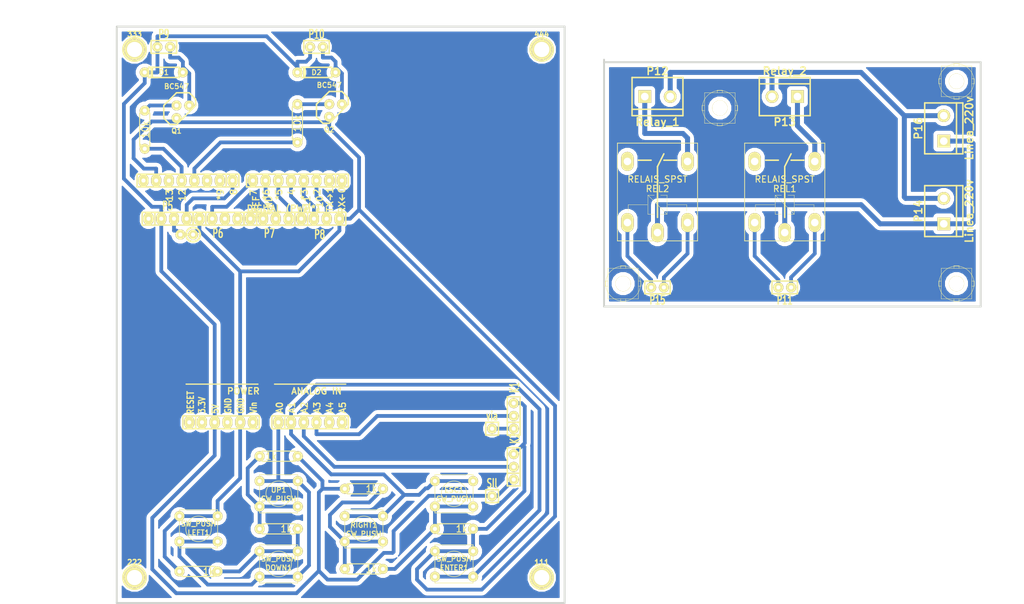
<source format=kicad_pcb>
(kicad_pcb (version 4) (host pcbnew "(2014-08-05 BZR 5054)-product")

  (general
    (links 77)
    (no_connects 1)
    (area 25.717499 9.677399 234.947462 130.238501)
    (thickness 1.6002)
    (drawings 71)
    (tracks 243)
    (zones 0)
    (modules 49)
    (nets 33)
  )

  (page A4)
  (title_block
    (title "Control de Temperatura")
    (date "6 aug 2014")
    (rev 1)
    (company "Flores Ezequiel")
  )

  (layers
    (0 Front signal)
    (31 Back signal)
    (33 F.Adhes user)
    (35 F.Paste user)
    (37 F.SilkS user)
    (38 B.Mask user)
    (39 F.Mask user)
    (44 Edge.Cuts user)
  )

  (setup
    (last_trace_width 0.7493)
    (user_trace_width 0.24892)
    (user_trace_width 0.29972)
    (user_trace_width 0.35052)
    (user_trace_width 0.39878)
    (user_trace_width 1.00076)
    (trace_clearance 0.7493)
    (zone_clearance 0.8001)
    (zone_45_only no)
    (trace_min 0.2032)
    (segment_width 0.381)
    (edge_width 0.381)
    (via_size 1.50114)
    (via_drill 1.00076)
    (via_min_size 1.50114)
    (via_min_drill 1.00076)
    (user_via 1.50114 1.00076)
    (user_via 5.00126 2.99974)
    (uvia_size 0.508)
    (uvia_drill 0.127)
    (uvias_allowed no)
    (uvia_min_size 0.508)
    (uvia_min_drill 0.127)
    (pcb_text_width 0.3048)
    (pcb_text_size 1.524 2.032)
    (mod_edge_width 0.381)
    (mod_text_size 1.524 1.524)
    (mod_text_width 0.3048)
    (pad_size 1.99898 1.99898)
    (pad_drill 0.8128)
    (pad_to_mask_clearance 0.254)
    (aux_axis_origin 161.29 10.16)
    (grid_origin 25.908 -0.762)
    (visible_elements FFFFFF7F)
    (pcbplotparams
      (layerselection 0x000a0_00000000)
      (usegerberextensions false)
      (excludeedgelayer true)
      (linewidth 0.150000)
      (plotframeref false)
      (viasonmask false)
      (mode 1)
      (useauxorigin false)
      (hpglpennumber 1)
      (hpglpenspeed 20)
      (hpglpendiameter 15)
      (hpglpenoverlay 0)
      (psnegative false)
      (psa4output false)
      (plotreference true)
      (plotvalue true)
      (plotinvisibletext false)
      (padsonsilk false)
      (subtractmaskfromsilk false)
      (outputformat 4)
      (mirror false)
      (drillshape 0)
      (scaleselection 1)
      (outputdirectory ""))
  )

  (net 0 "")
  (net 1 +5V)
  (net 2 /AD0)
  (net 3 /AD1)
  (net 4 /AD2)
  (net 5 /AD3)
  (net 6 /IO2)
  (net 7 /IO3)
  (net 8 /IO4)
  (net 9 /IO5)
  (net 10 /IO6)
  (net 11 /IO7)
  (net 12 /IO8)
  (net 13 /MISO)
  (net 14 /MOSI)
  (net 15 GND)
  (net 16 N-000005)
  (net 17 N-000006)
  (net 18 N-000008)
  (net 19 N-000009)
  (net 20 N-000022)
  (net 21 N-000024)
  (net 22 N-000025)
  (net 23 N-000042)
  (net 24 N-000043)
  (net 25 N-000044)
  (net 26 N-000045)
  (net 27 N-000046)
  (net 28 N-000048)
  (net 29 N-000049)
  (net 30 N-000050)
  (net 31 N-000051)
  (net 32 N-000052)

  (net_class Default "This is the default net class."
    (clearance 0.7493)
    (trace_width 0.7493)
    (via_dia 1.50114)
    (via_drill 1.00076)
    (uvia_dia 0.508)
    (uvia_drill 0.127)
    (add_net +5V)
    (add_net /AD0)
    (add_net /AD1)
    (add_net /AD2)
    (add_net /AD3)
    (add_net /IO2)
    (add_net /IO3)
    (add_net /IO4)
    (add_net /IO5)
    (add_net /IO6)
    (add_net /IO7)
    (add_net /IO8)
    (add_net /MISO)
    (add_net /MOSI)
    (add_net GND)
    (add_net N-000005)
    (add_net N-000006)
    (add_net N-000008)
    (add_net N-000009)
    (add_net N-000022)
    (add_net N-000024)
    (add_net N-000025)
    (add_net N-000042)
    (add_net N-000043)
    (add_net N-000044)
    (add_net N-000045)
    (add_net N-000046)
    (add_net N-000048)
    (add_net N-000049)
    (add_net N-000050)
    (add_net N-000051)
    (add_net N-000052)
  )

  (module SIL-6 locked (layer Front) (tedit 4DA6B353) (tstamp 539504E8)
    (at 69.85 93.98)
    (descr "Connecteur 6 pins")
    (tags "CONN DEV")
    (path /4DA69D10)
    (fp_text reference P4 (at -1.3716 2.7686) (layer F.SilkS) hide
      (effects (font (size 1.72974 1.08712) (thickness 0.27178)))
    )
    (fp_text value POWER (at 4.4196 2.7178) (layer F.SilkS) hide
      (effects (font (size 1.524 1.016) (thickness 0.254)))
    )
    (fp_line (start -7.62 1.27) (end -7.62 -1.27) (layer F.SilkS) (width 0.3048))
    (fp_line (start -7.62 -1.27) (end 7.62 -1.27) (layer F.SilkS) (width 0.3048))
    (fp_line (start 7.62 -1.27) (end 7.62 1.27) (layer F.SilkS) (width 0.3048))
    (fp_line (start 7.62 1.27) (end -7.62 1.27) (layer F.SilkS) (width 0.3048))
    (fp_line (start -5.08 1.27) (end -5.08 -1.27) (layer F.SilkS) (width 0.3048))
    (pad 1 thru_hole oval (at -6.35 0) (size 1.99898 2.49936) (drill 0.8128) (layers *.Cu *.Mask F.SilkS))
    (pad 2 thru_hole oval (at -3.81 0) (size 1.99898 2.49936) (drill 0.8128) (layers *.Cu *.Mask F.SilkS))
    (pad 3 thru_hole oval (at -1.27 0) (size 1.99898 2.49936) (drill 0.8128) (layers *.Cu *.Mask F.SilkS)
      (net 1 +5V))
    (pad 4 thru_hole oval (at 1.27 0) (size 1.99898 2.49936) (drill 0.8128) (layers *.Cu *.Mask F.SilkS))
    (pad 5 thru_hole oval (at 3.81 0) (size 1.99898 2.49936) (drill 0.8128) (layers *.Cu *.Mask F.SilkS)
      (net 15 GND))
    (pad 6 thru_hole oval (at 6.35 0) (size 1.99898 2.49936) (drill 0.8128) (layers *.Cu *.Mask F.SilkS))
  )

  (module SIL-6 locked (layer Front) (tedit 5395C2E9) (tstamp 539504E2)
    (at 87.63 93.98)
    (descr "Connecteur 6 pins")
    (tags "CONN DEV")
    (path /4DA69D5F)
    (fp_text reference P3 (at -1.6256 2.794) (layer F.SilkS) hide
      (effects (font (size 1.72974 1.08712) (thickness 0.27178)))
    )
    (fp_text value AD (at 2.3622 2.6924) (layer F.SilkS) hide
      (effects (font (size 1.524 1.016) (thickness 0.254)))
    )
    (fp_line (start -7.62 1.27) (end -7.62 -1.27) (layer F.SilkS) (width 0.3048))
    (fp_line (start -7.62 -1.27) (end 7.62 -1.27) (layer F.SilkS) (width 0.3048))
    (fp_line (start 7.62 -1.27) (end 7.62 1.27) (layer F.SilkS) (width 0.3048))
    (fp_line (start 7.62 1.27) (end -7.62 1.27) (layer F.SilkS) (width 0.3048))
    (fp_line (start -5.08 1.27) (end -5.08 -1.27) (layer F.SilkS) (width 0.3048))
    (pad 1 thru_hole oval (at -6.35 0) (size 1.99898 2.49936) (drill 0.8128) (layers *.Cu *.Mask F.SilkS)
      (net 2 /AD0))
    (pad 2 thru_hole oval (at -3.81 0) (size 1.99898 2.49936) (drill 0.8128) (layers *.Cu *.Mask F.SilkS)
      (net 3 /AD1))
    (pad 3 thru_hole oval (at -1.27 0) (size 1.99898 2.49936) (drill 0.8128) (layers *.Cu *.Mask F.SilkS)
      (net 4 /AD2))
    (pad 4 thru_hole oval (at 1.27 0) (size 1.99898 2.49936) (drill 0.8128) (layers *.Cu *.Mask F.SilkS)
      (net 5 /AD3))
    (pad 5 thru_hole oval (at 3.81 0) (size 1.99898 2.49936) (drill 0.8128) (layers *.Cu *.Mask F.SilkS))
    (pad 6 thru_hole oval (at 6.35 0) (size 1.99898 2.49936) (drill 0.8128) (layers *.Cu *.Mask F.SilkS))
  )

  (module SIL-8 locked (layer Front) (tedit 5395C303) (tstamp 5394F999)
    (at 85.09 45.72 180)
    (descr "Connecteur 8 pins")
    (tags "CONN DEV")
    (path /4DA69D6F)
    (fp_text reference P2 (at 1.397 2.54 180) (layer F.SilkS) hide
      (effects (font (size 1.72974 1.08712) (thickness 0.27178)))
    )
    (fp_text value IOL (at -1.651 2.54 180) (layer F.SilkS) hide
      (effects (font (size 1.524 1.016) (thickness 0.254)))
    )
    (fp_line (start -10.16 -1.27) (end 10.16 -1.27) (layer F.SilkS) (width 0.3048))
    (fp_line (start 10.16 -1.27) (end 10.16 1.27) (layer F.SilkS) (width 0.3048))
    (fp_line (start 10.16 1.27) (end -10.16 1.27) (layer F.SilkS) (width 0.3048))
    (fp_line (start -10.16 1.27) (end -10.16 -1.27) (layer F.SilkS) (width 0.3048))
    (fp_line (start -7.62 1.27) (end -7.62 -1.27) (layer F.SilkS) (width 0.3048))
    (pad 1 thru_hole oval (at -8.89 0 180) (size 1.99898 2.49936) (drill 0.8128) (layers *.Cu *.Mask F.SilkS))
    (pad 2 thru_hole oval (at -6.35 0 180) (size 1.99898 2.49936) (drill 0.8128) (layers *.Cu *.Mask F.SilkS))
    (pad 3 thru_hole oval (at -3.81 0 180) (size 1.99898 2.49936) (drill 0.8128) (layers *.Cu *.Mask F.SilkS)
      (net 6 /IO2))
    (pad 4 thru_hole oval (at -1.27 0 180) (size 1.99898 2.49936) (drill 0.8128) (layers *.Cu *.Mask F.SilkS)
      (net 7 /IO3))
    (pad 5 thru_hole oval (at 1.27 0 180) (size 1.99898 2.49936) (drill 0.8128) (layers *.Cu *.Mask F.SilkS)
      (net 8 /IO4))
    (pad 6 thru_hole oval (at 3.81 0 180) (size 1.99898 2.49936) (drill 0.8128) (layers *.Cu *.Mask F.SilkS)
      (net 9 /IO5))
    (pad 7 thru_hole oval (at 6.35 0 180) (size 1.99898 2.49936) (drill 0.8128) (layers *.Cu *.Mask F.SilkS)
      (net 10 /IO6))
    (pad 8 thru_hole oval (at 8.89 0 180) (size 1.99898 2.49936) (drill 0.8128) (layers *.Cu *.Mask F.SilkS)
      (net 11 /IO7))
  )

  (module SIL-8 locked (layer Front) (tedit 4DA6AD44) (tstamp 5394F996)
    (at 63.246 45.72 180)
    (descr "Connecteur 8 pins")
    (tags "CONN DEV")
    (path /4DA69D6C)
    (fp_text reference P1 (at 1.27 2.54 180) (layer F.SilkS) hide
      (effects (font (size 1.72974 1.08712) (thickness 0.27178)))
    )
    (fp_text value IOH (at -1.524 2.54 180) (layer F.SilkS) hide
      (effects (font (size 1.524 1.016) (thickness 0.254)))
    )
    (fp_line (start -10.16 -1.27) (end 10.16 -1.27) (layer F.SilkS) (width 0.3048))
    (fp_line (start 10.16 -1.27) (end 10.16 1.27) (layer F.SilkS) (width 0.3048))
    (fp_line (start 10.16 1.27) (end -10.16 1.27) (layer F.SilkS) (width 0.3048))
    (fp_line (start -10.16 1.27) (end -10.16 -1.27) (layer F.SilkS) (width 0.3048))
    (fp_line (start -7.62 1.27) (end -7.62 -1.27) (layer F.SilkS) (width 0.3048))
    (pad 1 thru_hole oval (at -8.89 0 180) (size 1.99898 2.49936) (drill 0.8128) (layers *.Cu *.Mask F.SilkS)
      (net 12 /IO8))
    (pad 2 thru_hole oval (at -6.35 0 180) (size 1.99898 2.49936) (drill 0.8128) (layers *.Cu *.Mask F.SilkS))
    (pad 3 thru_hole oval (at -3.81 0 180) (size 1.99898 2.49936) (drill 0.8128) (layers *.Cu *.Mask F.SilkS))
    (pad 4 thru_hole oval (at -1.27 0 180) (size 1.99898 2.49936) (drill 0.8128) (layers *.Cu *.Mask F.SilkS)
      (net 14 /MOSI))
    (pad 5 thru_hole oval (at 1.27 0 180) (size 1.99898 2.49936) (drill 0.8128) (layers *.Cu *.Mask F.SilkS)
      (net 13 /MISO))
    (pad 6 thru_hole oval (at 3.81 0 180) (size 1.99898 2.49936) (drill 0.8128) (layers *.Cu *.Mask F.SilkS))
    (pad 7 thru_hole oval (at 6.35 0 180) (size 1.99898 2.49936) (drill 0.8128) (layers *.Cu *.Mask F.SilkS)
      (net 15 GND))
    (pad 8 thru_hole oval (at 8.89 0 180) (size 1.99898 2.49936) (drill 0.8128) (layers *.Cu *.Mask F.SilkS))
  )

  (module R3 (layer Front) (tedit 5390C597) (tstamp 5394F993)
    (at 65.34912 123.7488 180)
    (descr "Resitance 3 pas")
    (tags R)
    (path /53908F54)
    (autoplace_cost180 10)
    (fp_text reference R2 (at 0.99822 0 180) (layer F.SilkS) hide
      (effects (font (size 1.397 1.27) (thickness 0.2032)))
    )
    (fp_text value 1k (at -2.00152 0 180) (layer F.SilkS)
      (effects (font (size 1.397 1.27) (thickness 0.2032)))
    )
    (fp_line (start -3.81 0) (end -3.302 0) (layer F.SilkS) (width 0.2032))
    (fp_line (start 3.81 0) (end 3.302 0) (layer F.SilkS) (width 0.2032))
    (fp_line (start 3.302 0) (end 3.302 -1.016) (layer F.SilkS) (width 0.2032))
    (fp_line (start 3.302 -1.016) (end -3.302 -1.016) (layer F.SilkS) (width 0.2032))
    (fp_line (start -3.302 -1.016) (end -3.302 1.016) (layer F.SilkS) (width 0.2032))
    (fp_line (start -3.302 1.016) (end 3.302 1.016) (layer F.SilkS) (width 0.2032))
    (fp_line (start 3.302 1.016) (end 3.302 0) (layer F.SilkS) (width 0.2032))
    (fp_line (start -3.302 -0.508) (end -2.794 -1.016) (layer F.SilkS) (width 0.2032))
    (pad 1 thru_hole circle (at -3.81 0 180) (size 1.99898 1.99898) (drill 0.8128) (layers *.Cu *.Mask F.SilkS)
      (net 21 N-000024))
    (pad 2 thru_hole circle (at 3.81 0 180) (size 1.99898 1.99898) (drill 0.8128) (layers *.Cu *.Mask F.SilkS)
      (net 15 GND))
    (model discret/resistor.wrl
      (at (xyz 0 0 0))
      (scale (xyz 0.300000011920929 0.300000011920929 0.300000011920929))
      (rotate (xyz 0 0 0))
    )
  )

  (module R3 (layer Front) (tedit 5390C5D0) (tstamp 5394F990)
    (at 81.35112 115.24996)
    (descr "Resitance 3 pas")
    (tags R)
    (path /520A7D54)
    (autoplace_cost180 10)
    (fp_text reference R4 (at -1.50114 0) (layer F.SilkS) hide
      (effects (font (size 1.397 1.27) (thickness 0.2032)))
    )
    (fp_text value 1k (at 1.4986 0) (layer F.SilkS)
      (effects (font (size 1.397 1.27) (thickness 0.2032)))
    )
    (fp_line (start -3.81 0) (end -3.302 0) (layer F.SilkS) (width 0.2032))
    (fp_line (start 3.81 0) (end 3.302 0) (layer F.SilkS) (width 0.2032))
    (fp_line (start 3.302 0) (end 3.302 -1.016) (layer F.SilkS) (width 0.2032))
    (fp_line (start 3.302 -1.016) (end -3.302 -1.016) (layer F.SilkS) (width 0.2032))
    (fp_line (start -3.302 -1.016) (end -3.302 1.016) (layer F.SilkS) (width 0.2032))
    (fp_line (start -3.302 1.016) (end 3.302 1.016) (layer F.SilkS) (width 0.2032))
    (fp_line (start 3.302 1.016) (end 3.302 0) (layer F.SilkS) (width 0.2032))
    (fp_line (start -3.302 -0.508) (end -2.794 -1.016) (layer F.SilkS) (width 0.2032))
    (pad 1 thru_hole circle (at -3.81 0) (size 1.99898 1.99898) (drill 0.8128) (layers *.Cu *.Mask F.SilkS)
      (net 20 N-000022))
    (pad 2 thru_hole circle (at 3.81 0) (size 1.99898 1.99898) (drill 0.8128) (layers *.Cu *.Mask F.SilkS)
      (net 21 N-000024))
    (model discret/resistor.wrl
      (at (xyz 0 0 0))
      (scale (xyz 0.300000011920929 0.300000011920929 0.300000011920929))
      (rotate (xyz 0 0 0))
    )
  )

  (module SW_PUSH_SMALL (layer Front) (tedit 46544DB3) (tstamp 5394F98D)
    (at 81.35112 122.2502 180)
    (path /520A7C88)
    (fp_text reference DOWN1 (at 0 -0.762 180) (layer F.SilkS)
      (effects (font (size 1.016 1.016) (thickness 0.2032)))
    )
    (fp_text value SW_PUSH (at 0 1.016 180) (layer F.SilkS)
      (effects (font (size 1.016 1.016) (thickness 0.2032)))
    )
    (fp_circle (center 0 0) (end 0 -2.54) (layer F.SilkS) (width 0.127))
    (fp_line (start -3.81 -3.81) (end 3.81 -3.81) (layer F.SilkS) (width 0.127))
    (fp_line (start 3.81 -3.81) (end 3.81 3.81) (layer F.SilkS) (width 0.127))
    (fp_line (start 3.81 3.81) (end -3.81 3.81) (layer F.SilkS) (width 0.127))
    (fp_line (start -3.81 -3.81) (end -3.81 3.81) (layer F.SilkS) (width 0.127))
    (pad 1 thru_hole circle (at 3.81 -2.54 180) (size 1.99898 1.99898) (drill 0.8128) (layers *.Cu *.Mask F.SilkS)
      (net 2 /AD0))
    (pad 2 thru_hole circle (at 3.81 2.54 180) (size 1.99898 1.99898) (drill 0.8128) (layers *.Cu *.Mask F.SilkS)
      (net 21 N-000024))
    (pad 1 thru_hole circle (at -3.81 -2.54 180) (size 1.99898 1.99898) (drill 0.8128) (layers *.Cu *.Mask F.SilkS)
      (net 2 /AD0))
    (pad 2 thru_hole circle (at -3.81 2.54 180) (size 1.99898 1.99898) (drill 0.8128) (layers *.Cu *.Mask F.SilkS)
      (net 21 N-000024))
  )

  (module SW_PUSH_SMALL (layer Front) (tedit 46544DB3) (tstamp 5394F98A)
    (at 116.35232 122.2502 180)
    (path /5231319E)
    (fp_text reference ENTER1 (at 0 -0.762 180) (layer F.SilkS)
      (effects (font (size 1.016 1.016) (thickness 0.2032)))
    )
    (fp_text value SW_PUSH (at 0 1.016 180) (layer F.SilkS)
      (effects (font (size 1.016 1.016) (thickness 0.2032)))
    )
    (fp_circle (center 0 0) (end 0 -2.54) (layer F.SilkS) (width 0.127))
    (fp_line (start -3.81 -3.81) (end 3.81 -3.81) (layer F.SilkS) (width 0.127))
    (fp_line (start 3.81 -3.81) (end 3.81 3.81) (layer F.SilkS) (width 0.127))
    (fp_line (start 3.81 3.81) (end -3.81 3.81) (layer F.SilkS) (width 0.127))
    (fp_line (start -3.81 -3.81) (end -3.81 3.81) (layer F.SilkS) (width 0.127))
    (pad 1 thru_hole circle (at 3.81 -2.54 180) (size 1.99898 1.99898) (drill 0.8128) (layers *.Cu *.Mask F.SilkS)
      (net 3 /AD1))
    (pad 2 thru_hole circle (at 3.81 2.54 180) (size 1.99898 1.99898) (drill 0.8128) (layers *.Cu *.Mask F.SilkS)
      (net 15 GND))
    (pad 1 thru_hole circle (at -3.81 -2.54 180) (size 1.99898 1.99898) (drill 0.8128) (layers *.Cu *.Mask F.SilkS)
      (net 3 /AD1))
    (pad 2 thru_hole circle (at -3.81 2.54 180) (size 1.99898 1.99898) (drill 0.8128) (layers *.Cu *.Mask F.SilkS)
      (net 15 GND))
  )

  (module SW_PUSH_SMALL (layer Front) (tedit 46544DB3) (tstamp 5394F987)
    (at 116.35232 108.24972)
    (path /523131A6)
    (fp_text reference ESC1 (at 0 -0.762) (layer F.SilkS)
      (effects (font (size 1.016 1.016) (thickness 0.2032)))
    )
    (fp_text value SW_PUSH (at 0 1.016) (layer F.SilkS)
      (effects (font (size 1.016 1.016) (thickness 0.2032)))
    )
    (fp_circle (center 0 0) (end 0 -2.54) (layer F.SilkS) (width 0.127))
    (fp_line (start -3.81 -3.81) (end 3.81 -3.81) (layer F.SilkS) (width 0.127))
    (fp_line (start 3.81 -3.81) (end 3.81 3.81) (layer F.SilkS) (width 0.127))
    (fp_line (start 3.81 3.81) (end -3.81 3.81) (layer F.SilkS) (width 0.127))
    (fp_line (start -3.81 -3.81) (end -3.81 3.81) (layer F.SilkS) (width 0.127))
    (pad 1 thru_hole circle (at 3.81 -2.54) (size 1.99898 1.99898) (drill 0.8128) (layers *.Cu *.Mask F.SilkS)
      (net 3 /AD1))
    (pad 2 thru_hole circle (at 3.81 2.54) (size 1.99898 1.99898) (drill 0.8128) (layers *.Cu *.Mask F.SilkS)
      (net 17 N-000006))
    (pad 1 thru_hole circle (at -3.81 -2.54) (size 1.99898 1.99898) (drill 0.8128) (layers *.Cu *.Mask F.SilkS)
      (net 3 /AD1))
    (pad 2 thru_hole circle (at -3.81 2.54) (size 1.99898 1.99898) (drill 0.8128) (layers *.Cu *.Mask F.SilkS)
      (net 17 N-000006))
  )

  (module SW_PUSH_SMALL (layer Front) (tedit 46544DB3) (tstamp 5394F984)
    (at 65.35166 115.24996 180)
    (path /520A7C8D)
    (fp_text reference LEFT1 (at 0 -0.762 180) (layer F.SilkS)
      (effects (font (size 1.016 1.016) (thickness 0.2032)))
    )
    (fp_text value SW_PUSH (at 0 1.016 180) (layer F.SilkS)
      (effects (font (size 1.016 1.016) (thickness 0.2032)))
    )
    (fp_circle (center 0 0) (end 0 -2.54) (layer F.SilkS) (width 0.127))
    (fp_line (start -3.81 -3.81) (end 3.81 -3.81) (layer F.SilkS) (width 0.127))
    (fp_line (start 3.81 -3.81) (end 3.81 3.81) (layer F.SilkS) (width 0.127))
    (fp_line (start 3.81 3.81) (end -3.81 3.81) (layer F.SilkS) (width 0.127))
    (fp_line (start -3.81 -3.81) (end -3.81 3.81) (layer F.SilkS) (width 0.127))
    (pad 1 thru_hole circle (at 3.81 -2.54 180) (size 1.99898 1.99898) (drill 0.8128) (layers *.Cu *.Mask F.SilkS)
      (net 2 /AD0))
    (pad 2 thru_hole circle (at 3.81 2.54 180) (size 1.99898 1.99898) (drill 0.8128) (layers *.Cu *.Mask F.SilkS)
      (net 15 GND))
    (pad 1 thru_hole circle (at -3.81 -2.54 180) (size 1.99898 1.99898) (drill 0.8128) (layers *.Cu *.Mask F.SilkS)
      (net 2 /AD0))
    (pad 2 thru_hole circle (at -3.81 2.54 180) (size 1.99898 1.99898) (drill 0.8128) (layers *.Cu *.Mask F.SilkS)
      (net 15 GND))
  )

  (module SW_PUSH_SMALL (layer Front) (tedit 46544DB3) (tstamp 5394F981)
    (at 98.35134 115.24996)
    (path /5231308E)
    (fp_text reference RIGHT1 (at 0 -0.762) (layer F.SilkS)
      (effects (font (size 1.016 1.016) (thickness 0.2032)))
    )
    (fp_text value SW_PUSH (at 0 1.016) (layer F.SilkS)
      (effects (font (size 1.016 1.016) (thickness 0.2032)))
    )
    (fp_circle (center 0 0) (end 0 -2.54) (layer F.SilkS) (width 0.127))
    (fp_line (start -3.81 -3.81) (end 3.81 -3.81) (layer F.SilkS) (width 0.127))
    (fp_line (start 3.81 -3.81) (end 3.81 3.81) (layer F.SilkS) (width 0.127))
    (fp_line (start 3.81 3.81) (end -3.81 3.81) (layer F.SilkS) (width 0.127))
    (fp_line (start -3.81 -3.81) (end -3.81 3.81) (layer F.SilkS) (width 0.127))
    (pad 1 thru_hole circle (at 3.81 -2.54) (size 1.99898 1.99898) (drill 0.8128) (layers *.Cu *.Mask F.SilkS)
      (net 3 /AD1))
    (pad 2 thru_hole circle (at 3.81 2.54) (size 1.99898 1.99898) (drill 0.8128) (layers *.Cu *.Mask F.SilkS)
      (net 16 N-000005))
    (pad 1 thru_hole circle (at -3.81 -2.54) (size 1.99898 1.99898) (drill 0.8128) (layers *.Cu *.Mask F.SilkS)
      (net 3 /AD1))
    (pad 2 thru_hole circle (at -3.81 2.54) (size 1.99898 1.99898) (drill 0.8128) (layers *.Cu *.Mask F.SilkS)
      (net 16 N-000005))
  )

  (module SW_PUSH_SMALL (layer Front) (tedit 5395C283) (tstamp 5394F97E)
    (at 81.35112 108.24972)
    (path /520A7C7D)
    (fp_text reference UP1 (at 0 -0.762) (layer F.SilkS)
      (effects (font (size 1.016 1.016) (thickness 0.2032)))
    )
    (fp_text value SW_PUSH (at 0 1.016) (layer F.SilkS)
      (effects (font (size 1.016 1.016) (thickness 0.2032)))
    )
    (fp_circle (center 0 0) (end 0 -2.54) (layer F.SilkS) (width 0.127))
    (fp_line (start -3.81 -3.81) (end 3.81 -3.81) (layer F.SilkS) (width 0.127))
    (fp_line (start 3.81 -3.81) (end 3.81 3.81) (layer F.SilkS) (width 0.127))
    (fp_line (start 3.81 3.81) (end -3.81 3.81) (layer F.SilkS) (width 0.127))
    (fp_line (start -3.81 -3.81) (end -3.81 3.81) (layer F.SilkS) (width 0.127))
    (pad 1 thru_hole circle (at 3.81 -2.54) (size 1.99898 1.99898) (drill 0.8128) (layers *.Cu *.Mask F.SilkS)
      (net 2 /AD0))
    (pad 2 thru_hole circle (at 3.81 2.54) (size 1.99898 1.99898) (drill 0.8128) (layers *.Cu *.Mask F.SilkS)
      (net 20 N-000022))
    (pad 1 thru_hole circle (at -3.81 -2.54) (size 1.99898 1.99898) (drill 0.8128) (layers *.Cu *.Mask F.SilkS)
      (net 2 /AD0))
    (pad 2 thru_hole circle (at -3.81 2.54) (size 1.99898 1.99898) (drill 0.8128) (layers *.Cu *.Mask F.SilkS)
      (net 20 N-000022))
  )

  (module R3 (layer Front) (tedit 5390C5BF) (tstamp 5394F97B)
    (at 98.3488 107.24896)
    (descr "Resitance 3 pas")
    (tags R)
    (path /53908FAF)
    (autoplace_cost180 10)
    (fp_text reference R5 (at -1.4986 0) (layer F.SilkS) hide
      (effects (font (size 1.397 1.27) (thickness 0.2032)))
    )
    (fp_text value 1k (at 1.50114 0) (layer F.SilkS)
      (effects (font (size 1.397 1.27) (thickness 0.2032)))
    )
    (fp_line (start -3.81 0) (end -3.302 0) (layer F.SilkS) (width 0.2032))
    (fp_line (start 3.81 0) (end 3.302 0) (layer F.SilkS) (width 0.2032))
    (fp_line (start 3.302 0) (end 3.302 -1.016) (layer F.SilkS) (width 0.2032))
    (fp_line (start 3.302 -1.016) (end -3.302 -1.016) (layer F.SilkS) (width 0.2032))
    (fp_line (start -3.302 -1.016) (end -3.302 1.016) (layer F.SilkS) (width 0.2032))
    (fp_line (start -3.302 1.016) (end 3.302 1.016) (layer F.SilkS) (width 0.2032))
    (fp_line (start 3.302 1.016) (end 3.302 0) (layer F.SilkS) (width 0.2032))
    (fp_line (start -3.302 -0.508) (end -2.794 -1.016) (layer F.SilkS) (width 0.2032))
    (pad 1 thru_hole circle (at -3.81 0) (size 1.99898 1.99898) (drill 0.8128) (layers *.Cu *.Mask F.SilkS)
      (net 1 +5V))
    (pad 2 thru_hole circle (at 3.81 0) (size 1.99898 1.99898) (drill 0.8128) (layers *.Cu *.Mask F.SilkS)
      (net 16 N-000005))
    (model discret/resistor.wrl
      (at (xyz 0 0 0))
      (scale (xyz 0.300000011920929 0.300000011920929 0.300000011920929))
      (rotate (xyz 0 0 0))
    )
  )

  (module R3 (layer Front) (tedit 5390C5B8) (tstamp 5394F978)
    (at 98.3488 123.25096)
    (descr "Resitance 3 pas")
    (tags R)
    (path /53908FA8)
    (autoplace_cost180 10)
    (fp_text reference R6 (at -1.50114 0) (layer F.SilkS) hide
      (effects (font (size 1.397 1.27) (thickness 0.2032)))
    )
    (fp_text value 1k (at 1.4986 0) (layer F.SilkS)
      (effects (font (size 1.397 1.27) (thickness 0.2032)))
    )
    (fp_line (start -3.81 0) (end -3.302 0) (layer F.SilkS) (width 0.2032))
    (fp_line (start 3.81 0) (end 3.302 0) (layer F.SilkS) (width 0.2032))
    (fp_line (start 3.302 0) (end 3.302 -1.016) (layer F.SilkS) (width 0.2032))
    (fp_line (start 3.302 -1.016) (end -3.302 -1.016) (layer F.SilkS) (width 0.2032))
    (fp_line (start -3.302 -1.016) (end -3.302 1.016) (layer F.SilkS) (width 0.2032))
    (fp_line (start -3.302 1.016) (end 3.302 1.016) (layer F.SilkS) (width 0.2032))
    (fp_line (start 3.302 1.016) (end 3.302 0) (layer F.SilkS) (width 0.2032))
    (fp_line (start -3.302 -0.508) (end -2.794 -1.016) (layer F.SilkS) (width 0.2032))
    (pad 1 thru_hole circle (at -3.81 0) (size 1.99898 1.99898) (drill 0.8128) (layers *.Cu *.Mask F.SilkS)
      (net 16 N-000005))
    (pad 2 thru_hole circle (at 3.81 0) (size 1.99898 1.99898) (drill 0.8128) (layers *.Cu *.Mask F.SilkS)
      (net 17 N-000006))
    (model discret/resistor.wrl
      (at (xyz 0 0 0))
      (scale (xyz 0.300000011920929 0.300000011920929 0.300000011920929))
      (rotate (xyz 0 0 0))
    )
  )

  (module R3 (layer Front) (tedit 5390C5C7) (tstamp 5394F975)
    (at 116.34978 115.24996)
    (descr "Resitance 3 pas")
    (tags R)
    (path /53908FAD)
    (autoplace_cost180 10)
    (fp_text reference R7 (at -1.50114 0) (layer F.SilkS) hide
      (effects (font (size 1.397 1.27) (thickness 0.2032)))
    )
    (fp_text value 1k (at 1.4986 0) (layer F.SilkS)
      (effects (font (size 1.397 1.27) (thickness 0.2032)))
    )
    (fp_line (start -3.81 0) (end -3.302 0) (layer F.SilkS) (width 0.2032))
    (fp_line (start 3.81 0) (end 3.302 0) (layer F.SilkS) (width 0.2032))
    (fp_line (start 3.302 0) (end 3.302 -1.016) (layer F.SilkS) (width 0.2032))
    (fp_line (start 3.302 -1.016) (end -3.302 -1.016) (layer F.SilkS) (width 0.2032))
    (fp_line (start -3.302 -1.016) (end -3.302 1.016) (layer F.SilkS) (width 0.2032))
    (fp_line (start -3.302 1.016) (end 3.302 1.016) (layer F.SilkS) (width 0.2032))
    (fp_line (start 3.302 1.016) (end 3.302 0) (layer F.SilkS) (width 0.2032))
    (fp_line (start -3.302 -0.508) (end -2.794 -1.016) (layer F.SilkS) (width 0.2032))
    (pad 1 thru_hole circle (at -3.81 0) (size 1.99898 1.99898) (drill 0.8128) (layers *.Cu *.Mask F.SilkS)
      (net 17 N-000006))
    (pad 2 thru_hole circle (at 3.81 0) (size 1.99898 1.99898) (drill 0.8128) (layers *.Cu *.Mask F.SilkS)
      (net 15 GND))
    (model discret/resistor.wrl
      (at (xyz 0 0 0))
      (scale (xyz 0.300000011920929 0.300000011920929 0.300000011920929))
      (rotate (xyz 0 0 0))
    )
  )

  (module SIL-4 (layer Front) (tedit 200000) (tstamp 5394F972)
    (at 59.182 53.34)
    (descr "Connecteur 4 pibs")
    (tags "CONN DEV")
    (path /520A85B2)
    (fp_text reference P5 (at 0 -2.54) (layer F.SilkS)
      (effects (font (size 1.73482 1.08712) (thickness 0.27178)))
    )
    (fp_text value CONN_1 (at 0 -2.54) (layer F.SilkS) hide
      (effects (font (size 1.524 1.016) (thickness 0.254)))
    )
    (fp_line (start -5.08 -1.27) (end -5.08 -1.27) (layer F.SilkS) (width 0.3048))
    (fp_line (start -5.08 1.27) (end -5.08 -1.27) (layer F.SilkS) (width 0.3048))
    (fp_line (start -5.08 -1.27) (end -5.08 -1.27) (layer F.SilkS) (width 0.3048))
    (fp_line (start -5.08 -1.27) (end 5.08 -1.27) (layer F.SilkS) (width 0.3048))
    (fp_line (start 5.08 -1.27) (end 5.08 1.27) (layer F.SilkS) (width 0.3048))
    (fp_line (start 5.08 1.27) (end -5.08 1.27) (layer F.SilkS) (width 0.3048))
    (fp_line (start -2.54 1.27) (end -2.54 -1.27) (layer F.SilkS) (width 0.3048))
    (pad 1 thru_hole oval (at -3.81 0) (size 1.99898 2.49936) (drill 0.8128) (layers *.Cu *.Mask F.SilkS))
    (pad 2 thru_hole oval (at -1.27 0) (size 1.99898 2.49936) (drill 0.8128) (layers *.Cu *.Mask F.SilkS)
      (net 1 +5V))
    (pad 3 thru_hole oval (at 1.27 0) (size 1.99898 2.49936) (drill 0.8128) (layers *.Cu *.Mask F.SilkS)
      (net 22 N-000025))
    (pad 4 thru_hole oval (at 3.81 0) (size 1.99898 2.49936) (drill 0.8128) (layers *.Cu *.Mask F.SilkS)
      (net 12 /IO8))
  )

  (module SIL-4 (layer Front) (tedit 5393A43D) (tstamp 5394F96F)
    (at 69.342 53.34)
    (descr "Connecteur 4 pibs")
    (tags "CONN DEV")
    (path /520A85B9)
    (fp_text reference P6 (at -0.127 2.921) (layer F.SilkS)
      (effects (font (size 1.73482 1.08712) (thickness 0.27178)))
    )
    (fp_text value CONN_2 (at 0 -2.54) (layer F.SilkS) hide
      (effects (font (size 1.524 1.016) (thickness 0.254)))
    )
    (fp_line (start -5.08 -1.27) (end -5.08 -1.27) (layer F.SilkS) (width 0.3048))
    (fp_line (start -5.08 1.27) (end -5.08 -1.27) (layer F.SilkS) (width 0.3048))
    (fp_line (start -5.08 -1.27) (end -5.08 -1.27) (layer F.SilkS) (width 0.3048))
    (fp_line (start -5.08 -1.27) (end 5.08 -1.27) (layer F.SilkS) (width 0.3048))
    (fp_line (start 5.08 -1.27) (end 5.08 1.27) (layer F.SilkS) (width 0.3048))
    (fp_line (start 5.08 1.27) (end -5.08 1.27) (layer F.SilkS) (width 0.3048))
    (fp_line (start -2.54 1.27) (end -2.54 -1.27) (layer F.SilkS) (width 0.3048))
    (pad 1 thru_hole oval (at -3.81 0) (size 1.99898 2.49936) (drill 0.8128) (layers *.Cu *.Mask F.SilkS)
      (net 15 GND))
    (pad 2 thru_hole oval (at -1.27 0) (size 1.99898 2.49936) (drill 0.8128) (layers *.Cu *.Mask F.SilkS)
      (net 11 /IO7))
    (pad 3 thru_hole oval (at 1.27 0) (size 1.99898 2.49936) (drill 0.8128) (layers *.Cu *.Mask F.SilkS))
    (pad 4 thru_hole oval (at 3.81 0) (size 1.99898 2.49936) (drill 0.8128) (layers *.Cu *.Mask F.SilkS))
  )

  (module SIL-4 (layer Front) (tedit 5393A461) (tstamp 5394F96C)
    (at 79.502 53.34)
    (descr "Connecteur 4 pibs")
    (tags "CONN DEV")
    (path /520A85BF)
    (fp_text reference P7 (at 0 2.921) (layer F.SilkS)
      (effects (font (size 1.73482 1.08712) (thickness 0.27178)))
    )
    (fp_text value CONN_3 (at 0 -2.54) (layer F.SilkS) hide
      (effects (font (size 1.524 1.016) (thickness 0.254)))
    )
    (fp_line (start -5.08 -1.27) (end -5.08 -1.27) (layer F.SilkS) (width 0.3048))
    (fp_line (start -5.08 1.27) (end -5.08 -1.27) (layer F.SilkS) (width 0.3048))
    (fp_line (start -5.08 -1.27) (end -5.08 -1.27) (layer F.SilkS) (width 0.3048))
    (fp_line (start -5.08 -1.27) (end 5.08 -1.27) (layer F.SilkS) (width 0.3048))
    (fp_line (start 5.08 -1.27) (end 5.08 1.27) (layer F.SilkS) (width 0.3048))
    (fp_line (start 5.08 1.27) (end -5.08 1.27) (layer F.SilkS) (width 0.3048))
    (fp_line (start -2.54 1.27) (end -2.54 -1.27) (layer F.SilkS) (width 0.3048))
    (pad 1 thru_hole oval (at -3.81 0) (size 1.99898 2.49936) (drill 0.8128) (layers *.Cu *.Mask F.SilkS))
    (pad 2 thru_hole oval (at -1.27 0) (size 1.99898 2.49936) (drill 0.8128) (layers *.Cu *.Mask F.SilkS))
    (pad 3 thru_hole oval (at 1.27 0) (size 1.99898 2.49936) (drill 0.8128) (layers *.Cu *.Mask F.SilkS)
      (net 10 /IO6))
    (pad 4 thru_hole oval (at 3.81 0) (size 1.99898 2.49936) (drill 0.8128) (layers *.Cu *.Mask F.SilkS)
      (net 9 /IO5))
  )

  (module SIL-4 (layer Front) (tedit 5395C2CE) (tstamp 5394F969)
    (at 89.662 53.34)
    (descr "Connecteur 4 pibs")
    (tags "CONN DEV")
    (path /520A85C5)
    (fp_text reference P8 (at -0.127 3.175) (layer F.SilkS)
      (effects (font (size 1.73482 1.08712) (thickness 0.27178)))
    )
    (fp_text value CONN_4 (at 0 -2.54) (layer F.SilkS) hide
      (effects (font (size 1.524 1.016) (thickness 0.254)))
    )
    (fp_line (start -5.08 -1.27) (end -5.08 -1.27) (layer F.SilkS) (width 0.3048))
    (fp_line (start -5.08 1.27) (end -5.08 -1.27) (layer F.SilkS) (width 0.3048))
    (fp_line (start -5.08 -1.27) (end -5.08 -1.27) (layer F.SilkS) (width 0.3048))
    (fp_line (start -5.08 -1.27) (end 5.08 -1.27) (layer F.SilkS) (width 0.3048))
    (fp_line (start 5.08 -1.27) (end 5.08 1.27) (layer F.SilkS) (width 0.3048))
    (fp_line (start 5.08 1.27) (end -5.08 1.27) (layer F.SilkS) (width 0.3048))
    (fp_line (start -2.54 1.27) (end -2.54 -1.27) (layer F.SilkS) (width 0.3048))
    (pad 1 thru_hole oval (at -3.81 0) (size 1.99898 2.49936) (drill 0.8128) (layers *.Cu *.Mask F.SilkS)
      (net 8 /IO4))
    (pad 2 thru_hole oval (at -1.27 0) (size 1.99898 2.49936) (drill 0.8128) (layers *.Cu *.Mask F.SilkS)
      (net 7 /IO3))
    (pad 3 thru_hole oval (at 1.27 0) (size 1.99898 2.49936) (drill 0.8128) (layers *.Cu *.Mask F.SilkS)
      (net 6 /IO2))
    (pad 4 thru_hole oval (at 3.81 0) (size 1.99898 2.49936) (drill 0.8128) (layers *.Cu *.Mask F.SilkS)
      (net 15 GND))
  )

  (module R3 (layer Front) (tedit 5395C26C) (tstamp 5394F966)
    (at 81.35112 100.7491 180)
    (descr "Resitance 3 pas")
    (tags R)
    (path /53908F81)
    (autoplace_cost180 10)
    (fp_text reference R1 (at -0.99822 0 180) (layer F.SilkS) hide
      (effects (font (size 1.397 1.27) (thickness 0.2032)))
    )
    (fp_text value 1k (at 1.50114 0 180) (layer F.SilkS)
      (effects (font (size 1.397 1.27) (thickness 0.2032)))
    )
    (fp_line (start -3.81 0) (end -3.302 0) (layer F.SilkS) (width 0.2032))
    (fp_line (start 3.81 0) (end 3.302 0) (layer F.SilkS) (width 0.2032))
    (fp_line (start 3.302 0) (end 3.302 -1.016) (layer F.SilkS) (width 0.2032))
    (fp_line (start 3.302 -1.016) (end -3.302 -1.016) (layer F.SilkS) (width 0.2032))
    (fp_line (start -3.302 -1.016) (end -3.302 1.016) (layer F.SilkS) (width 0.2032))
    (fp_line (start -3.302 1.016) (end 3.302 1.016) (layer F.SilkS) (width 0.2032))
    (fp_line (start 3.302 1.016) (end 3.302 0) (layer F.SilkS) (width 0.2032))
    (fp_line (start -3.302 -0.508) (end -2.794 -1.016) (layer F.SilkS) (width 0.2032))
    (pad 1 thru_hole circle (at -3.81 0 180) (size 1.99898 1.99898) (drill 0.8128) (layers *.Cu *.Mask F.SilkS)
      (net 1 +5V))
    (pad 2 thru_hole circle (at 3.81 0 180) (size 1.99898 1.99898) (drill 0.8128) (layers *.Cu *.Mask F.SilkS)
      (net 20 N-000022))
    (model discret/resistor.wrl
      (at (xyz 0 0 0))
      (scale (xyz 0.300000011920929 0.300000011920929 0.300000011920929))
      (rotate (xyz 0 0 0))
    )
  )

  (module R1 (layer Front) (tedit 5395D012) (tstamp 5394F963)
    (at 62.99962 56.49976 180)
    (descr "Resistance verticale")
    (tags R)
    (path /520A7E48)
    (autoplace_cost90 10)
    (autoplace_cost180 10)
    (fp_text reference R3 (at -1.016 2.54 180) (layer F.SilkS)
      (effects (font (size 1.397 1.27) (thickness 0.2032)))
    )
    (fp_text value 2.2k (at -1.143 2.54 180) (layer F.SilkS) hide
      (effects (font (size 1.397 1.27) (thickness 0.2032)))
    )
    (fp_line (start -1.27 0) (end 1.27 0) (layer F.SilkS) (width 0.381))
    (fp_circle (center -1.27 0) (end -0.635 1.27) (layer F.SilkS) (width 0.381))
    (pad 1 thru_hole circle (at -1.27 0 180) (size 1.99898 1.99898) (drill 0.8128) (layers *.Cu *.Mask F.SilkS)
      (net 15 GND))
    (pad 2 thru_hole circle (at 1.27 0 180) (size 1.99898 1.99898) (drill 0.8128) (layers *.Cu *.Mask F.SilkS)
      (net 22 N-000025))
    (model discret/verti_resistor.wrl
      (at (xyz 0 0 0))
      (scale (xyz 1 1 1))
      (rotate (xyz 0 0 0))
    )
  )

  (module TO92 (layer Front) (tedit 5395C31F) (tstamp 5394F960)
    (at 62.23 32.004)
    (descr "Transistor TO92 brochage type BC237")
    (tags "TR TO92")
    (path /5390BE09)
    (fp_text reference Q1 (at -1.27 3.81) (layer F.SilkS)
      (effects (font (size 1.016 1.016) (thickness 0.2032)))
    )
    (fp_text value BC547 (at -1.27 -5.08) (layer F.SilkS)
      (effects (font (size 1.016 1.016) (thickness 0.2032)))
    )
    (fp_line (start -1.27 2.54) (end 2.54 -1.27) (layer F.SilkS) (width 0.3048))
    (fp_line (start 2.54 -1.27) (end 2.54 -2.54) (layer F.SilkS) (width 0.3048))
    (fp_line (start 2.54 -2.54) (end 1.27 -3.81) (layer F.SilkS) (width 0.3048))
    (fp_line (start 1.27 -3.81) (end -1.27 -3.81) (layer F.SilkS) (width 0.3048))
    (fp_line (start -1.27 -3.81) (end -3.81 -1.27) (layer F.SilkS) (width 0.3048))
    (fp_line (start -3.81 -1.27) (end -3.81 1.27) (layer F.SilkS) (width 0.3048))
    (fp_line (start -3.81 1.27) (end -2.54 2.54) (layer F.SilkS) (width 0.3048))
    (fp_line (start -2.54 2.54) (end -1.27 2.54) (layer F.SilkS) (width 0.3048))
    (pad 1 thru_hole oval (at 1.27 -1.27) (size 1.99898 1.99898) (drill 0.8128) (layers *.Cu *.Mask F.SilkS)
      (net 31 N-000051))
    (pad 2 thru_hole oval (at -1.27 -1.27) (size 1.99898 1.99898) (drill 0.8128) (layers *.Cu *.Mask F.SilkS)
      (net 30 N-000050))
    (pad 3 thru_hole oval (at -1.27 1.27) (size 1.99898 1.99898) (drill 0.8128) (layers *.Cu *.Mask F.SilkS)
      (net 15 GND))
    (model discret/to98.wrl
      (at (xyz 0 0 0))
      (scale (xyz 1 1 1))
      (rotate (xyz 0 0 0))
    )
  )

  (module TO92 (layer Front) (tedit 443CFFD1) (tstamp 5394F95D)
    (at 92.71 31.75)
    (descr "Transistor TO92 brochage type BC237")
    (tags "TR TO92")
    (path /5390BBED)
    (fp_text reference Q2 (at -1.27 3.81) (layer F.SilkS)
      (effects (font (size 1.016 1.016) (thickness 0.2032)))
    )
    (fp_text value BC547 (at -1.27 -5.08) (layer F.SilkS)
      (effects (font (size 1.016 1.016) (thickness 0.2032)))
    )
    (fp_line (start -1.27 2.54) (end 2.54 -1.27) (layer F.SilkS) (width 0.3048))
    (fp_line (start 2.54 -1.27) (end 2.54 -2.54) (layer F.SilkS) (width 0.3048))
    (fp_line (start 2.54 -2.54) (end 1.27 -3.81) (layer F.SilkS) (width 0.3048))
    (fp_line (start 1.27 -3.81) (end -1.27 -3.81) (layer F.SilkS) (width 0.3048))
    (fp_line (start -1.27 -3.81) (end -3.81 -1.27) (layer F.SilkS) (width 0.3048))
    (fp_line (start -3.81 -1.27) (end -3.81 1.27) (layer F.SilkS) (width 0.3048))
    (fp_line (start -3.81 1.27) (end -2.54 2.54) (layer F.SilkS) (width 0.3048))
    (fp_line (start -2.54 2.54) (end -1.27 2.54) (layer F.SilkS) (width 0.3048))
    (pad 1 thru_hole oval (at 1.27 -1.27) (size 1.99898 1.99898) (drill 0.8128) (layers *.Cu *.Mask F.SilkS)
      (net 18 N-000008))
    (pad 2 thru_hole oval (at -1.27 -1.27) (size 1.99898 1.99898) (drill 0.8128) (layers *.Cu *.Mask F.SilkS)
      (net 19 N-000009))
    (pad 3 thru_hole oval (at -1.27 1.27) (size 1.99898 1.99898) (drill 0.8128) (layers *.Cu *.Mask F.SilkS)
      (net 15 GND))
    (model discret/to98.wrl
      (at (xyz 0 0 0))
      (scale (xyz 1 1 1))
      (rotate (xyz 0 0 0))
    )
  )

  (module SIL-3 (layer Front) (tedit 5393A48A) (tstamp 5395C21D)
    (at 128.27 92.71 90)
    (descr "Connecteur 3 pins")
    (tags "CONN DEV")
    (path /539092E3)
    (fp_text reference K1 (at 5.6642 0.15494 90) (layer F.SilkS)
      (effects (font (size 1.7907 1.07696) (thickness 0.26924)))
    )
    (fp_text value LM35_2 (at 0 -2.54 90) (layer F.SilkS) hide
      (effects (font (size 1.524 1.016) (thickness 0.254)))
    )
    (fp_line (start -3.81 1.27) (end -3.81 -1.27) (layer F.SilkS) (width 0.3048))
    (fp_line (start -3.81 -1.27) (end 3.81 -1.27) (layer F.SilkS) (width 0.3048))
    (fp_line (start 3.81 -1.27) (end 3.81 1.27) (layer F.SilkS) (width 0.3048))
    (fp_line (start 3.81 1.27) (end -3.81 1.27) (layer F.SilkS) (width 0.3048))
    (fp_line (start -1.27 -1.27) (end -1.27 1.27) (layer F.SilkS) (width 0.3048))
    (pad 1 thru_hole circle (at -2.54 0 90) (size 1.99898 1.99898) (drill 0.8128) (layers *.Cu *.Mask F.SilkS)
      (net 1 +5V))
    (pad 2 thru_hole circle (at 0 0 90) (size 1.99898 1.99898) (drill 0.8128) (layers *.Cu *.Mask F.SilkS)
      (net 5 /AD3))
    (pad 3 thru_hole circle (at 2.54 0 90) (size 1.99898 1.99898) (drill 0.8128) (layers *.Cu *.Mask F.SilkS)
      (net 15 GND))
  )

  (module SIL-3 (layer Front) (tedit 5393A48D) (tstamp 5395C21A)
    (at 128.27 102.87 90)
    (descr "Connecteur 3 pins")
    (tags "CONN DEV")
    (path /539092C7)
    (fp_text reference K2 (at 5.6642 0.24384 90) (layer F.SilkS)
      (effects (font (size 1.7907 1.07696) (thickness 0.26924)))
    )
    (fp_text value LM35_1 (at 0 -2.54 90) (layer F.SilkS) hide
      (effects (font (size 1.524 1.016) (thickness 0.254)))
    )
    (fp_line (start -3.81 1.27) (end -3.81 -1.27) (layer F.SilkS) (width 0.3048))
    (fp_line (start -3.81 -1.27) (end 3.81 -1.27) (layer F.SilkS) (width 0.3048))
    (fp_line (start 3.81 -1.27) (end 3.81 1.27) (layer F.SilkS) (width 0.3048))
    (fp_line (start 3.81 1.27) (end -3.81 1.27) (layer F.SilkS) (width 0.3048))
    (fp_line (start -1.27 -1.27) (end -1.27 1.27) (layer F.SilkS) (width 0.3048))
    (pad 1 thru_hole circle (at -2.54 0 90) (size 1.99898 1.99898) (drill 0.8128) (layers *.Cu *.Mask F.SilkS)
      (net 1 +5V))
    (pad 2 thru_hole circle (at 0 0 90) (size 1.99898 1.99898) (drill 0.8128) (layers *.Cu *.Mask F.SilkS)
      (net 4 /AD2))
    (pad 3 thru_hole circle (at 2.54 0 90) (size 1.99898 1.99898) (drill 0.8128) (layers *.Cu *.Mask F.SilkS)
      (net 15 GND))
  )

  (module SIL-2 (layer Front) (tedit 5395C33D) (tstamp 5395CF02)
    (at 58.42 19.05)
    (descr "Connecteurs 2 pins")
    (tags "CONN DEV")
    (path /5390BE0C)
    (fp_text reference P9 (at 0 -2.54) (layer F.SilkS)
      (effects (font (size 1.72974 1.08712) (thickness 0.27178)))
    )
    (fp_text value Relay (at 0 -2.54) (layer F.SilkS) hide
      (effects (font (size 1.524 1.016) (thickness 0.254)))
    )
    (fp_line (start -2.54 1.27) (end -2.54 -1.27) (layer F.SilkS) (width 0.3048))
    (fp_line (start -2.54 -1.27) (end 2.54 -1.27) (layer F.SilkS) (width 0.3048))
    (fp_line (start 2.54 -1.27) (end 2.54 1.27) (layer F.SilkS) (width 0.3048))
    (fp_line (start 2.54 1.27) (end -2.54 1.27) (layer F.SilkS) (width 0.3048))
    (pad 1 thru_hole oval (at -1.27 0) (size 1.99898 1.99898) (drill 0.8128) (layers *.Cu *.Mask F.SilkS)
      (net 1 +5V))
    (pad 2 thru_hole oval (at 1.27 0) (size 1.99898 1.99898) (drill 0.8128) (layers *.Cu *.Mask F.SilkS)
      (net 31 N-000051))
  )

  (module SIL-2 (layer Front) (tedit 200000) (tstamp 5394F951)
    (at 88.9 19.05)
    (descr "Connecteurs 2 pins")
    (tags "CONN DEV")
    (path /5390BB84)
    (fp_text reference P10 (at 0 -2.54) (layer F.SilkS)
      (effects (font (size 1.72974 1.08712) (thickness 0.27178)))
    )
    (fp_text value Relay (at 0 -2.54) (layer F.SilkS) hide
      (effects (font (size 1.524 1.016) (thickness 0.254)))
    )
    (fp_line (start -2.54 1.27) (end -2.54 -1.27) (layer F.SilkS) (width 0.3048))
    (fp_line (start -2.54 -1.27) (end 2.54 -1.27) (layer F.SilkS) (width 0.3048))
    (fp_line (start 2.54 -1.27) (end 2.54 1.27) (layer F.SilkS) (width 0.3048))
    (fp_line (start 2.54 1.27) (end -2.54 1.27) (layer F.SilkS) (width 0.3048))
    (pad 1 thru_hole oval (at -1.27 0) (size 1.99898 1.99898) (drill 0.8128) (layers *.Cu *.Mask F.SilkS)
      (net 1 +5V))
    (pad 2 thru_hole oval (at 1.27 0) (size 1.99898 1.99898) (drill 0.8128) (layers *.Cu *.Mask F.SilkS)
      (net 18 N-000008))
  )

  (module R3 (layer Front) (tedit 4E4C0E65) (tstamp 5394F94E)
    (at 54.61 35.56 90)
    (descr "Resitance 3 pas")
    (tags R)
    (path /5390BE07)
    (autoplace_cost180 10)
    (fp_text reference R8 (at 0 0.127 90) (layer F.SilkS) hide
      (effects (font (size 1.397 1.27) (thickness 0.2032)))
    )
    (fp_text value 10k (at 0 0.127 90) (layer F.SilkS)
      (effects (font (size 1.397 1.27) (thickness 0.2032)))
    )
    (fp_line (start -3.81 0) (end -3.302 0) (layer F.SilkS) (width 0.2032))
    (fp_line (start 3.81 0) (end 3.302 0) (layer F.SilkS) (width 0.2032))
    (fp_line (start 3.302 0) (end 3.302 -1.016) (layer F.SilkS) (width 0.2032))
    (fp_line (start 3.302 -1.016) (end -3.302 -1.016) (layer F.SilkS) (width 0.2032))
    (fp_line (start -3.302 -1.016) (end -3.302 1.016) (layer F.SilkS) (width 0.2032))
    (fp_line (start -3.302 1.016) (end 3.302 1.016) (layer F.SilkS) (width 0.2032))
    (fp_line (start 3.302 1.016) (end 3.302 0) (layer F.SilkS) (width 0.2032))
    (fp_line (start -3.302 -0.508) (end -2.794 -1.016) (layer F.SilkS) (width 0.2032))
    (pad 1 thru_hole circle (at -3.81 0 90) (size 1.99898 1.99898) (drill 0.8128) (layers *.Cu *.Mask F.SilkS)
      (net 13 /MISO))
    (pad 2 thru_hole circle (at 3.81 0 90) (size 1.99898 1.99898) (drill 0.8128) (layers *.Cu *.Mask F.SilkS)
      (net 30 N-000050))
    (model discret/resistor.wrl
      (at (xyz 0 0 0))
      (scale (xyz 0.300000011920929 0.300000011920929 0.300000011920929))
      (rotate (xyz 0 0 0))
    )
  )

  (module R3 (layer Front) (tedit 5393A58D) (tstamp 5394F94B)
    (at 85.09 34.29 90)
    (descr "Resitance 3 pas")
    (tags R)
    (path /5390BCD0)
    (autoplace_cost180 10)
    (fp_text reference R9 (at 0 0.127 90) (layer F.SilkS) hide
      (effects (font (size 1.397 1.27) (thickness 0.2032)))
    )
    (fp_text value 10k (at 0 0 90) (layer F.SilkS)
      (effects (font (size 1.397 1.27) (thickness 0.2032)))
    )
    (fp_line (start -3.81 0) (end -3.302 0) (layer F.SilkS) (width 0.2032))
    (fp_line (start 3.81 0) (end 3.302 0) (layer F.SilkS) (width 0.2032))
    (fp_line (start 3.302 0) (end 3.302 -1.016) (layer F.SilkS) (width 0.2032))
    (fp_line (start 3.302 -1.016) (end -3.302 -1.016) (layer F.SilkS) (width 0.2032))
    (fp_line (start -3.302 -1.016) (end -3.302 1.016) (layer F.SilkS) (width 0.2032))
    (fp_line (start -3.302 1.016) (end 3.302 1.016) (layer F.SilkS) (width 0.2032))
    (fp_line (start 3.302 1.016) (end 3.302 0) (layer F.SilkS) (width 0.2032))
    (fp_line (start -3.302 -0.508) (end -2.794 -1.016) (layer F.SilkS) (width 0.2032))
    (pad 1 thru_hole circle (at -3.81 0 90) (size 1.99898 1.99898) (drill 0.8128) (layers *.Cu *.Mask F.SilkS)
      (net 14 /MOSI))
    (pad 2 thru_hole circle (at 3.81 0 90) (size 1.99898 1.99898) (drill 0.8128) (layers *.Cu *.Mask F.SilkS)
      (net 19 N-000009))
    (model discret/resistor.wrl
      (at (xyz 0 0 0))
      (scale (xyz 0.300000011920929 0.300000011920929 0.300000011920929))
      (rotate (xyz 0 0 0))
    )
  )

  (module D3 (layer Front) (tedit 5395C34E) (tstamp 5394F948)
    (at 58.42 24.13 180)
    (descr "Diode 3 pas")
    (tags "DIODE DEV")
    (path /5390BE08)
    (fp_text reference D1 (at 0 0 180) (layer F.SilkS)
      (effects (font (size 1.016 1.016) (thickness 0.2032)))
    )
    (fp_text value Diodo_1n4001 (at 0.33528 2.33172 180) (layer F.SilkS) hide
      (effects (font (size 1.016 1.016) (thickness 0.2032)))
    )
    (fp_line (start 3.81 0) (end 3.048 0) (layer F.SilkS) (width 0.3048))
    (fp_line (start 3.048 0) (end 3.048 -1.016) (layer F.SilkS) (width 0.3048))
    (fp_line (start 3.048 -1.016) (end -3.048 -1.016) (layer F.SilkS) (width 0.3048))
    (fp_line (start -3.048 -1.016) (end -3.048 0) (layer F.SilkS) (width 0.3048))
    (fp_line (start -3.048 0) (end -3.81 0) (layer F.SilkS) (width 0.3048))
    (fp_line (start -3.048 0) (end -3.048 1.016) (layer F.SilkS) (width 0.3048))
    (fp_line (start -3.048 1.016) (end 3.048 1.016) (layer F.SilkS) (width 0.3048))
    (fp_line (start 3.048 1.016) (end 3.048 0) (layer F.SilkS) (width 0.3048))
    (fp_line (start 2.54 -1.016) (end 2.54 1.016) (layer F.SilkS) (width 0.3048))
    (fp_line (start 2.286 1.016) (end 2.286 -1.016) (layer F.SilkS) (width 0.3048))
    (pad 2 thru_hole oval (at 3.81 0 180) (size 1.99898 1.99898) (drill 0.8128) (layers *.Cu *.Mask F.SilkS)
      (net 1 +5V))
    (pad 1 thru_hole oval (at -3.81 0 180) (size 1.99898 1.99898) (drill 0.8128) (layers *.Cu *.Mask F.SilkS)
      (net 31 N-000051))
    (model discret/diode.wrl
      (at (xyz 0 0 0))
      (scale (xyz 0.300000011920929 0.300000011920929 0.300000011920929))
      (rotate (xyz 0 0 0))
    )
  )

  (module D3 (layer Front) (tedit 200000) (tstamp 5394F945)
    (at 88.9 24.13 180)
    (descr "Diode 3 pas")
    (tags "DIODE DEV")
    (path /5390BCBF)
    (fp_text reference D2 (at 0 0 180) (layer F.SilkS)
      (effects (font (size 1.016 1.016) (thickness 0.2032)))
    )
    (fp_text value Diodo_1n4001 (at 0 0 180) (layer F.SilkS) hide
      (effects (font (size 1.016 1.016) (thickness 0.2032)))
    )
    (fp_line (start 3.81 0) (end 3.048 0) (layer F.SilkS) (width 0.3048))
    (fp_line (start 3.048 0) (end 3.048 -1.016) (layer F.SilkS) (width 0.3048))
    (fp_line (start 3.048 -1.016) (end -3.048 -1.016) (layer F.SilkS) (width 0.3048))
    (fp_line (start -3.048 -1.016) (end -3.048 0) (layer F.SilkS) (width 0.3048))
    (fp_line (start -3.048 0) (end -3.81 0) (layer F.SilkS) (width 0.3048))
    (fp_line (start -3.048 0) (end -3.048 1.016) (layer F.SilkS) (width 0.3048))
    (fp_line (start -3.048 1.016) (end 3.048 1.016) (layer F.SilkS) (width 0.3048))
    (fp_line (start 3.048 1.016) (end 3.048 0) (layer F.SilkS) (width 0.3048))
    (fp_line (start 2.54 -1.016) (end 2.54 1.016) (layer F.SilkS) (width 0.3048))
    (fp_line (start 2.286 1.016) (end 2.286 -1.016) (layer F.SilkS) (width 0.3048))
    (pad 2 thru_hole oval (at 3.81 0 180) (size 1.99898 1.99898) (drill 0.8128) (layers *.Cu *.Mask F.SilkS)
      (net 1 +5V))
    (pad 1 thru_hole oval (at -3.81 0 180) (size 1.99898 1.99898) (drill 0.8128) (layers *.Cu *.Mask F.SilkS)
      (net 18 N-000008))
    (model discret/diode.wrl
      (at (xyz 0 0 0))
      (scale (xyz 0.300000011920929 0.300000011920929 0.300000011920929))
      (rotate (xyz 0 0 0))
    )
  )

  (module SIL-1 (layer Front) (tedit 53E17555) (tstamp 5395CA30)
    (at 123.952 108.712)
    (descr "Connecteurs 1 pin")
    (tags "CONN DEV")
    (path SIL-1)
    (fp_text reference SIl (at 0 -2.54) (layer F.SilkS)
      (effects (font (size 1.72974 1.08712) (thickness 0.27178)))
    )
    (fp_text value Val** (at 0 -2.54) (layer F.SilkS) hide
      (effects (font (size 1.524 1.016) (thickness 0.254)))
    )
    (fp_line (start -1.27 1.27) (end 1.27 1.27) (layer F.SilkS) (width 0.3175))
    (fp_line (start -1.27 -1.27) (end 1.27 -1.27) (layer F.SilkS) (width 0.3175))
    (fp_line (start -1.27 1.27) (end -1.27 -1.27) (layer F.SilkS) (width 0.3048))
    (fp_line (start 1.27 -1.27) (end 1.27 1.27) (layer F.SilkS) (width 0.3048))
    (pad 1 thru_hole circle (at 0 0) (size 1.99898 1.99898) (drill 0.8128) (layers *.Cu *.Mask F.SilkS))
  )

  (module SIL-1 (layer Front) (tedit 53E1755C) (tstamp 5395CA54)
    (at 123.952 95.25)
    (descr "Connecteurs 1 pin")
    (tags "CONN DEV")
    (path SIL-1)
    (fp_text reference via (at 0 -2.54) (layer F.SilkS)
      (effects (font (size 1.72974 1.08712) (thickness 0.27178)))
    )
    (fp_text value Val** (at 0 -2.54) (layer F.SilkS) hide
      (effects (font (size 1.524 1.016) (thickness 0.254)))
    )
    (fp_line (start -1.27 1.27) (end 1.27 1.27) (layer F.SilkS) (width 0.3175))
    (fp_line (start -1.27 -1.27) (end 1.27 -1.27) (layer F.SilkS) (width 0.3175))
    (fp_line (start -1.27 1.27) (end -1.27 -1.27) (layer F.SilkS) (width 0.3048))
    (fp_line (start 1.27 -1.27) (end 1.27 1.27) (layer F.SilkS) (width 0.3048))
    (pad 1 thru_hole circle (at 0 0) (size 1.99898 1.99898) (drill 0.8128) (layers *.Cu *.Mask F.SilkS))
  )

  (module 1pin (layer Front) (tedit 53E17513) (tstamp 5395CDA5)
    (at 133.858 124.968)
    (descr "module 1 pin (ou trou mecanique de percage)")
    (tags DEV)
    (path 1pin)
    (fp_text reference 111 (at 0 -3.048) (layer F.SilkS)
      (effects (font (size 1.016 1.016) (thickness 0.254)))
    )
    (fp_text value 111 (at 0 2.794) (layer F.SilkS) hide
      (effects (font (size 1.016 1.016) (thickness 0.254)))
    )
    (fp_circle (center 0 0) (end 0 -2.286) (layer F.SilkS) (width 0.381))
    (pad 1 thru_hole circle (at 0 0) (size 4.064 4.064) (drill 3.048) (layers *.Cu *.Mask F.SilkS))
  )

  (module 1pin (layer Front) (tedit 53E1754A) (tstamp 5395CE41)
    (at 133.858 19.558)
    (descr "module 1 pin (ou trou mecanique de percage)")
    (tags DEV)
    (path 1pin)
    (fp_text reference 444 (at 0 -3.048) (layer F.SilkS)
      (effects (font (size 1.016 1.016) (thickness 0.254)))
    )
    (fp_text value 444 (at 0 2.794) (layer F.SilkS) hide
      (effects (font (size 1.016 1.016) (thickness 0.254)))
    )
    (fp_circle (center 0 0) (end 0 -2.286) (layer F.SilkS) (width 0.381))
    (pad 1 thru_hole circle (at 0 0) (size 4.064 4.064) (drill 3.048) (layers *.Cu *.Mask F.SilkS))
  )

  (module 1pin (layer Front) (tedit 53E1752A) (tstamp 5395CE5F)
    (at 52.578 124.968)
    (descr "module 1 pin (ou trou mecanique de percage)")
    (tags DEV)
    (path 1pin)
    (fp_text reference 222 (at 0 -3.048) (layer F.SilkS)
      (effects (font (size 1.016 1.016) (thickness 0.254)))
    )
    (fp_text value 222 (at 0 2.794) (layer F.SilkS) hide
      (effects (font (size 1.016 1.016) (thickness 0.254)))
    )
    (fp_circle (center 0 0) (end 0 -2.286) (layer F.SilkS) (width 0.381))
    (pad 1 thru_hole circle (at 0 0) (size 4.064 4.064) (drill 3.048) (layers *.Cu *.Mask F.SilkS))
  )

  (module 1pin (layer Front) (tedit 53E1753E) (tstamp 5395CE7D)
    (at 52.578 19.558)
    (descr "module 1 pin (ou trou mecanique de percage)")
    (tags DEV)
    (path 1pin)
    (fp_text reference 333 (at 0 -3.048) (layer F.SilkS)
      (effects (font (size 1.016 1.016) (thickness 0.254)))
    )
    (fp_text value 333 (at 0 2.794) (layer F.SilkS) hide
      (effects (font (size 1.016 1.016) (thickness 0.254)))
    )
    (fp_circle (center 0 0) (end 0 -2.286) (layer F.SilkS) (width 0.381))
    (pad 1 thru_hole circle (at 0 0) (size 4.064 4.064) (drill 3.048) (layers *.Cu *.Mask F.SilkS))
  )

  (module SIL-2 (layer Front) (tedit 53E28260) (tstamp 53E16ABE)
    (at 182.372 67.056 180)
    (descr "Connecteurs 2 pins")
    (tags "CONN DEV")
    (path /53E16964)
    (fp_text reference P11 (at 0 -2.54 180) (layer F.SilkS)
      (effects (font (size 1.72974 1.08712) (thickness 0.27178)))
    )
    (fp_text value Relay (at 0 -2.54 180) (layer F.SilkS) hide
      (effects (font (size 1.524 1.016) (thickness 0.254)))
    )
    (fp_line (start -2.54 1.27) (end -2.54 -1.27) (layer F.SilkS) (width 0.3048))
    (fp_line (start -2.54 -1.27) (end 2.54 -1.27) (layer F.SilkS) (width 0.3048))
    (fp_line (start 2.54 -1.27) (end 2.54 1.27) (layer F.SilkS) (width 0.3048))
    (fp_line (start 2.54 1.27) (end -2.54 1.27) (layer F.SilkS) (width 0.3048))
    (pad 1 thru_hole circle (at -1.27 0 180) (size 1.99898 1.99898) (drill 0.8128) (layers *.Cu *.Mask F.SilkS)
      (net 28 N-000048))
    (pad 2 thru_hole circle (at 1.27 0 180) (size 1.99898 1.99898) (drill 0.8128) (layers *.Cu *.Mask F.SilkS)
      (net 25 N-000044))
  )

  (module SIL-2 (layer Front) (tedit 53E2826C) (tstamp 53E16AC0)
    (at 156.972 67.056 180)
    (descr "Connecteurs 2 pins")
    (tags "CONN DEV")
    (path /53E165BA)
    (fp_text reference P15 (at 0 -2.54 180) (layer F.SilkS)
      (effects (font (size 1.72974 1.08712) (thickness 0.27178)))
    )
    (fp_text value Relay (at 0 -2.54 180) (layer F.SilkS) hide
      (effects (font (size 1.524 1.016) (thickness 0.254)))
    )
    (fp_line (start -2.54 1.27) (end -2.54 -1.27) (layer F.SilkS) (width 0.3048))
    (fp_line (start -2.54 -1.27) (end 2.54 -1.27) (layer F.SilkS) (width 0.3048))
    (fp_line (start 2.54 -1.27) (end 2.54 1.27) (layer F.SilkS) (width 0.3048))
    (fp_line (start 2.54 1.27) (end -2.54 1.27) (layer F.SilkS) (width 0.3048))
    (pad 1 thru_hole circle (at -1.27 0 180) (size 1.99898 1.99898) (drill 0.8128) (layers *.Cu *.Mask F.SilkS)
      (net 24 N-000043))
    (pad 2 thru_hole circle (at 1.27 0 180) (size 1.99898 1.99898) (drill 0.8128) (layers *.Cu *.Mask F.SilkS)
      (net 32 N-000052))
  )

  (module bornier2 (layer Front) (tedit 3EC0ED69) (tstamp 53E16AC2)
    (at 156.972 28.956)
    (descr "Bornier d'alimentation 2 pins")
    (tags DEV)
    (path /53E1690E)
    (fp_text reference P12 (at 0 -5.08) (layer F.SilkS)
      (effects (font (thickness 0.3048)))
    )
    (fp_text value Relay_1 (at 0 5.08) (layer F.SilkS)
      (effects (font (thickness 0.3048)))
    )
    (fp_line (start 5.08 2.54) (end -5.08 2.54) (layer F.SilkS) (width 0.3048))
    (fp_line (start 5.08 3.81) (end 5.08 -3.81) (layer F.SilkS) (width 0.3048))
    (fp_line (start 5.08 -3.81) (end -5.08 -3.81) (layer F.SilkS) (width 0.3048))
    (fp_line (start -5.08 -3.81) (end -5.08 3.81) (layer F.SilkS) (width 0.3048))
    (fp_line (start -5.08 3.81) (end 5.08 3.81) (layer F.SilkS) (width 0.3048))
    (pad 1 thru_hole rect (at -2.54 0) (size 2.54 2.54) (drill 1.524) (layers *.Cu *.Mask F.SilkS)
      (net 29 N-000049))
    (pad 2 thru_hole circle (at 2.54 0) (size 2.54 2.54) (drill 1.524) (layers *.Cu *.Mask F.SilkS)
      (net 23 N-000042))
    (model device/bornier_2.wrl
      (at (xyz 0 0 0))
      (scale (xyz 1 1 1))
      (rotate (xyz 0 0 0))
    )
  )

  (module bornier2 (layer Front) (tedit 3EC0ED69) (tstamp 53E16AC4)
    (at 182.372 28.956 180)
    (descr "Bornier d'alimentation 2 pins")
    (tags DEV)
    (path /53E16910)
    (fp_text reference P13 (at 0 -5.08 180) (layer F.SilkS)
      (effects (font (thickness 0.3048)))
    )
    (fp_text value Relay_2 (at 0 5.08 180) (layer F.SilkS)
      (effects (font (thickness 0.3048)))
    )
    (fp_line (start 5.08 2.54) (end -5.08 2.54) (layer F.SilkS) (width 0.3048))
    (fp_line (start 5.08 3.81) (end 5.08 -3.81) (layer F.SilkS) (width 0.3048))
    (fp_line (start 5.08 -3.81) (end -5.08 -3.81) (layer F.SilkS) (width 0.3048))
    (fp_line (start -5.08 -3.81) (end -5.08 3.81) (layer F.SilkS) (width 0.3048))
    (fp_line (start -5.08 3.81) (end 5.08 3.81) (layer F.SilkS) (width 0.3048))
    (pad 1 thru_hole rect (at -2.54 0 180) (size 2.54 2.54) (drill 1.524) (layers *.Cu *.Mask F.SilkS)
      (net 27 N-000046))
    (pad 2 thru_hole circle (at 2.54 0 180) (size 2.54 2.54) (drill 1.524) (layers *.Cu *.Mask F.SilkS)
      (net 23 N-000042))
    (model device/bornier_2.wrl
      (at (xyz 0 0 0))
      (scale (xyz 1 1 1))
      (rotate (xyz 0 0 0))
    )
  )

  (module bornier2 (layer Front) (tedit 3EC0ED69) (tstamp 53E16AC6)
    (at 214.122 35.306 90)
    (descr "Bornier d'alimentation 2 pins")
    (tags DEV)
    (path /53E168CA)
    (fp_text reference P16 (at 0 -5.08 90) (layer F.SilkS)
      (effects (font (thickness 0.3048)))
    )
    (fp_text value Linea_220v (at 0 5.08 90) (layer F.SilkS)
      (effects (font (thickness 0.3048)))
    )
    (fp_line (start 5.08 2.54) (end -5.08 2.54) (layer F.SilkS) (width 0.3048))
    (fp_line (start 5.08 3.81) (end 5.08 -3.81) (layer F.SilkS) (width 0.3048))
    (fp_line (start 5.08 -3.81) (end -5.08 -3.81) (layer F.SilkS) (width 0.3048))
    (fp_line (start -5.08 -3.81) (end -5.08 3.81) (layer F.SilkS) (width 0.3048))
    (fp_line (start -5.08 3.81) (end 5.08 3.81) (layer F.SilkS) (width 0.3048))
    (pad 1 thru_hole rect (at -2.54 0 90) (size 2.54 2.54) (drill 1.524) (layers *.Cu *.Mask F.SilkS)
      (net 26 N-000045))
    (pad 2 thru_hole circle (at 2.54 0 90) (size 2.54 2.54) (drill 1.524) (layers *.Cu *.Mask F.SilkS)
      (net 23 N-000042))
    (model device/bornier_2.wrl
      (at (xyz 0 0 0))
      (scale (xyz 1 1 1))
      (rotate (xyz 0 0 0))
    )
  )

  (module REL_HJR (layer Front) (tedit 4B86D1DB) (tstamp 53E16B53)
    (at 182.372 48.006)
    (descr "Relais tjambo type")
    (tags HJR-3FF)
    (path /53E16960)
    (fp_text reference REL1 (at 0 -0.635) (layer F.SilkS)
      (effects (font (size 1.27 1.27) (thickness 0.20066)))
    )
    (fp_text value RELAIS_SPST (at 0 -2.54) (layer F.SilkS)
      (effects (font (size 1.27 1.27) (thickness 0.20066)))
    )
    (fp_line (start 1.905 4.445) (end -1.905 0.635) (layer F.SilkS) (width 0.0762))
    (fp_line (start 2.032 2.54) (end 5.842 2.54) (layer F.SilkS) (width 0.0762))
    (fp_line (start 5.842 2.54) (end 5.842 3.81) (layer F.SilkS) (width 0.0762))
    (fp_line (start -2.032 2.54) (end -5.842 2.54) (layer F.SilkS) (width 0.0762))
    (fp_line (start -5.842 2.54) (end -5.842 3.81) (layer F.SilkS) (width 0.0762))
    (fp_line (start 0.635 0.635) (end 1.905 0.635) (layer F.SilkS) (width 0.0762))
    (fp_line (start 1.905 0.635) (end 1.905 4.445) (layer F.SilkS) (width 0.0762))
    (fp_line (start 1.905 4.445) (end 0.635 4.445) (layer F.SilkS) (width 0.0762))
    (fp_line (start -0.635 4.445) (end -1.905 4.445) (layer F.SilkS) (width 0.0762))
    (fp_line (start -1.905 4.445) (end -1.905 0.635) (layer F.SilkS) (width 0.0762))
    (fp_line (start -1.905 0.635) (end -0.635 0.635) (layer F.SilkS) (width 0.0762))
    (fp_line (start 1.27 -7.62) (end 0 -5.08) (layer F.SilkS) (width 0.3048))
    (fp_line (start 0 -5.08) (end 0 5.08) (layer F.SilkS) (width 0.3048))
    (fp_line (start 1.27 -6.35) (end 3.81 -6.35) (layer F.SilkS) (width 0.3048))
    (fp_line (start -3.81 -6.35) (end -1.27 -6.35) (layer F.SilkS) (width 0.3048))
    (fp_line (start 8.001 -9.75106) (end -8.001 -9.75106) (layer F.SilkS) (width 0.1524))
    (fp_line (start -8.001 -9.75106) (end -8.001 9.75106) (layer F.SilkS) (width 0.1524))
    (fp_line (start -8.001 9.75106) (end 8.001 9.75106) (layer F.SilkS) (width 0.1524))
    (fp_line (start 8.001 9.75106) (end 8.001 -9.75106) (layer F.SilkS) (width 0.1524))
    (pad 1 thru_hole oval (at -5.99948 -6.10108) (size 2.49936 3.81) (drill 1.50114) (layers *.Cu *.Mask F.SilkS))
    (pad 4 thru_hole oval (at -5.99948 6.10108) (size 2.49936 3.81) (drill 1.50114) (layers *.Cu *.Mask F.SilkS)
      (net 25 N-000044))
    (pad 5 thru_hole oval (at 5.99948 6.10108) (size 2.49936 3.81) (drill 1.50114) (layers *.Cu *.Mask F.SilkS)
      (net 28 N-000048))
    (pad 3 thru_hole oval (at 5.99948 -6.10108) (size 2.49936 3.81) (drill 1.50114) (layers *.Cu *.Mask F.SilkS)
      (net 27 N-000046))
    (pad 2 thru_hole oval (at 0 8.10006) (size 2.49936 3.81) (drill 1.50114) (layers *.Cu *.Mask F.SilkS)
      (net 26 N-000045))
    (model _Discreti/relay/relay_1g.wrl
      (at (xyz 0 0 0))
      (scale (xyz 1.5 1.5 2))
      (rotate (xyz 0 0 0))
    )
  )

  (module REL_HJR (layer Front) (tedit 4B86D1DB) (tstamp 53E16B55)
    (at 156.972 48.006)
    (descr "Relais tjambo type")
    (tags HJR-3FF)
    (path /53E16033)
    (fp_text reference REL2 (at 0 -0.635) (layer F.SilkS)
      (effects (font (size 1.27 1.27) (thickness 0.20066)))
    )
    (fp_text value RELAIS_SPST (at 0 -2.54) (layer F.SilkS)
      (effects (font (size 1.27 1.27) (thickness 0.20066)))
    )
    (fp_line (start 1.905 4.445) (end -1.905 0.635) (layer F.SilkS) (width 0.0762))
    (fp_line (start 2.032 2.54) (end 5.842 2.54) (layer F.SilkS) (width 0.0762))
    (fp_line (start 5.842 2.54) (end 5.842 3.81) (layer F.SilkS) (width 0.0762))
    (fp_line (start -2.032 2.54) (end -5.842 2.54) (layer F.SilkS) (width 0.0762))
    (fp_line (start -5.842 2.54) (end -5.842 3.81) (layer F.SilkS) (width 0.0762))
    (fp_line (start 0.635 0.635) (end 1.905 0.635) (layer F.SilkS) (width 0.0762))
    (fp_line (start 1.905 0.635) (end 1.905 4.445) (layer F.SilkS) (width 0.0762))
    (fp_line (start 1.905 4.445) (end 0.635 4.445) (layer F.SilkS) (width 0.0762))
    (fp_line (start -0.635 4.445) (end -1.905 4.445) (layer F.SilkS) (width 0.0762))
    (fp_line (start -1.905 4.445) (end -1.905 0.635) (layer F.SilkS) (width 0.0762))
    (fp_line (start -1.905 0.635) (end -0.635 0.635) (layer F.SilkS) (width 0.0762))
    (fp_line (start 1.27 -7.62) (end 0 -5.08) (layer F.SilkS) (width 0.3048))
    (fp_line (start 0 -5.08) (end 0 5.08) (layer F.SilkS) (width 0.3048))
    (fp_line (start 1.27 -6.35) (end 3.81 -6.35) (layer F.SilkS) (width 0.3048))
    (fp_line (start -3.81 -6.35) (end -1.27 -6.35) (layer F.SilkS) (width 0.3048))
    (fp_line (start 8.001 -9.75106) (end -8.001 -9.75106) (layer F.SilkS) (width 0.1524))
    (fp_line (start -8.001 -9.75106) (end -8.001 9.75106) (layer F.SilkS) (width 0.1524))
    (fp_line (start -8.001 9.75106) (end 8.001 9.75106) (layer F.SilkS) (width 0.1524))
    (fp_line (start 8.001 9.75106) (end 8.001 -9.75106) (layer F.SilkS) (width 0.1524))
    (pad 1 thru_hole oval (at -5.99948 -6.10108) (size 2.49936 3.81) (drill 1.50114) (layers *.Cu *.Mask F.SilkS))
    (pad 4 thru_hole oval (at -5.99948 6.10108) (size 2.49936 3.81) (drill 1.50114) (layers *.Cu *.Mask F.SilkS)
      (net 32 N-000052))
    (pad 5 thru_hole oval (at 5.99948 6.10108) (size 2.49936 3.81) (drill 1.50114) (layers *.Cu *.Mask F.SilkS)
      (net 24 N-000043))
    (pad 3 thru_hole oval (at 5.99948 -6.10108) (size 2.49936 3.81) (drill 1.50114) (layers *.Cu *.Mask F.SilkS)
      (net 29 N-000049))
    (pad 2 thru_hole oval (at 0 8.10006) (size 2.49936 3.81) (drill 1.50114) (layers *.Cu *.Mask F.SilkS)
      (net 26 N-000045))
    (model _Discreti/relay/relay_1g.wrl
      (at (xyz 0 0 0))
      (scale (xyz 1.5 1.5 2))
      (rotate (xyz 0 0 0))
    )
  )

  (module bornier2 (layer Front) (tedit 3EC0ED69) (tstamp 53E16BAB)
    (at 214.122 51.816 90)
    (descr "Bornier d'alimentation 2 pins")
    (tags DEV)
    (path /53E16B85)
    (fp_text reference P14 (at 0 -5.08 90) (layer F.SilkS)
      (effects (font (thickness 0.3048)))
    )
    (fp_text value Linea_220v (at 0 5.08 90) (layer F.SilkS)
      (effects (font (thickness 0.3048)))
    )
    (fp_line (start 5.08 2.54) (end -5.08 2.54) (layer F.SilkS) (width 0.3048))
    (fp_line (start 5.08 3.81) (end 5.08 -3.81) (layer F.SilkS) (width 0.3048))
    (fp_line (start 5.08 -3.81) (end -5.08 -3.81) (layer F.SilkS) (width 0.3048))
    (fp_line (start -5.08 -3.81) (end -5.08 3.81) (layer F.SilkS) (width 0.3048))
    (fp_line (start -5.08 3.81) (end 5.08 3.81) (layer F.SilkS) (width 0.3048))
    (pad 1 thru_hole rect (at -2.54 0 90) (size 2.54 2.54) (drill 1.524) (layers *.Cu *.Mask F.SilkS)
      (net 26 N-000045))
    (pad 2 thru_hole circle (at 2.54 0 90) (size 2.54 2.54) (drill 1.524) (layers *.Cu *.Mask F.SilkS)
      (net 23 N-000042))
    (model device/bornier_2.wrl
      (at (xyz 0 0 0))
      (scale (xyz 1 1 1))
      (rotate (xyz 0 0 0))
    )
  )

  (module HOLE_3mm (layer Front) (tedit 4B772B09) (tstamp 53E2837B)
    (at 216.662 25.908)
    (descr "Hole 3mm0net pad clearance 2mm")
    (tags HOLE)
    (path HOLE_3mm)
    (fp_text reference FORO (at 0 0) (layer F.SilkS) hide
      (effects (font (size 1.016 1.016) (thickness 0.2032)))
    )
    (fp_text value "" (at 0 0) (layer F.SilkS) hide
      (effects (font (thickness 0.2032)))
    )
    (fp_line (start -0.508 3.048) (end -0.508 3.556) (layer F.SilkS) (width 0.0762))
    (fp_line (start -0.508 3.556) (end 0.508 3.556) (layer F.SilkS) (width 0.0762))
    (fp_line (start 0.508 3.556) (end 0.508 3.048) (layer F.SilkS) (width 0.0762))
    (fp_line (start 3.048 -0.508) (end 3.556 -0.508) (layer F.SilkS) (width 0.0762))
    (fp_line (start 3.556 -0.508) (end 3.556 0.508) (layer F.SilkS) (width 0.0762))
    (fp_line (start 3.556 0.508) (end 3.048 0.508) (layer F.SilkS) (width 0.0762))
    (fp_line (start -3.048 -0.508) (end -3.556 -0.508) (layer F.SilkS) (width 0.0762))
    (fp_line (start -3.556 -0.508) (end -3.556 0.508) (layer F.SilkS) (width 0.0762))
    (fp_line (start -3.556 0.508) (end -3.048 0.508) (layer F.SilkS) (width 0.0762))
    (fp_line (start -0.508 -3.048) (end -0.508 -3.556) (layer F.SilkS) (width 0.0762))
    (fp_line (start -0.508 -3.556) (end 0.508 -3.556) (layer F.SilkS) (width 0.0762))
    (fp_line (start 0.508 -3.556) (end 0.508 -3.048) (layer F.SilkS) (width 0.0762))
    (fp_line (start -3.048 -3.048) (end 3.048 -3.048) (layer F.SilkS) (width 0.0762))
    (fp_line (start 3.048 -3.048) (end 3.048 3.048) (layer F.SilkS) (width 0.0762))
    (fp_line (start 3.048 3.048) (end -3.048 3.048) (layer F.SilkS) (width 0.0762))
    (fp_line (start -3.048 3.048) (end -3.048 -3.048) (layer F.SilkS) (width 0.0762))
    (fp_circle (center 0 0) (end 3.50012 0) (layer F.SilkS) (width 0.0762))
    (fp_circle (center 0 0) (end 0 -1.50114) (layer F.SilkS) (width 0.0762))
    (pad FORO thru_hole circle (at 0 0) (size 2.99974 2.99974) (drill 2.99974) (layers *.Cu *.Mask F.SilkS)
      (clearance 1.99898))
  )

  (module HOLE_3mm (layer Front) (tedit 4B772B09) (tstamp 53E28390)
    (at 216.662 66.294)
    (descr "Hole 3mm0net pad clearance 2mm")
    (tags HOLE)
    (path HOLE_3mm)
    (fp_text reference FORO (at 0 0) (layer F.SilkS) hide
      (effects (font (size 1.016 1.016) (thickness 0.2032)))
    )
    (fp_text value "" (at 0 0) (layer F.SilkS) hide
      (effects (font (thickness 0.2032)))
    )
    (fp_line (start -0.508 3.048) (end -0.508 3.556) (layer F.SilkS) (width 0.0762))
    (fp_line (start -0.508 3.556) (end 0.508 3.556) (layer F.SilkS) (width 0.0762))
    (fp_line (start 0.508 3.556) (end 0.508 3.048) (layer F.SilkS) (width 0.0762))
    (fp_line (start 3.048 -0.508) (end 3.556 -0.508) (layer F.SilkS) (width 0.0762))
    (fp_line (start 3.556 -0.508) (end 3.556 0.508) (layer F.SilkS) (width 0.0762))
    (fp_line (start 3.556 0.508) (end 3.048 0.508) (layer F.SilkS) (width 0.0762))
    (fp_line (start -3.048 -0.508) (end -3.556 -0.508) (layer F.SilkS) (width 0.0762))
    (fp_line (start -3.556 -0.508) (end -3.556 0.508) (layer F.SilkS) (width 0.0762))
    (fp_line (start -3.556 0.508) (end -3.048 0.508) (layer F.SilkS) (width 0.0762))
    (fp_line (start -0.508 -3.048) (end -0.508 -3.556) (layer F.SilkS) (width 0.0762))
    (fp_line (start -0.508 -3.556) (end 0.508 -3.556) (layer F.SilkS) (width 0.0762))
    (fp_line (start 0.508 -3.556) (end 0.508 -3.048) (layer F.SilkS) (width 0.0762))
    (fp_line (start -3.048 -3.048) (end 3.048 -3.048) (layer F.SilkS) (width 0.0762))
    (fp_line (start 3.048 -3.048) (end 3.048 3.048) (layer F.SilkS) (width 0.0762))
    (fp_line (start 3.048 3.048) (end -3.048 3.048) (layer F.SilkS) (width 0.0762))
    (fp_line (start -3.048 3.048) (end -3.048 -3.048) (layer F.SilkS) (width 0.0762))
    (fp_circle (center 0 0) (end 3.50012 0) (layer F.SilkS) (width 0.0762))
    (fp_circle (center 0 0) (end 0 -1.50114) (layer F.SilkS) (width 0.0762))
    (pad FORO thru_hole circle (at 0 0) (size 2.99974 2.99974) (drill 2.99974) (layers *.Cu *.Mask F.SilkS)
      (clearance 1.99898))
  )

  (module HOLE_3mm (layer Front) (tedit 4B772B09) (tstamp 53E283B3)
    (at 150.114 66.294)
    (descr "Hole 3mm0net pad clearance 2mm")
    (tags HOLE)
    (path HOLE_3mm)
    (fp_text reference FORO (at 0 0) (layer F.SilkS) hide
      (effects (font (size 1.016 1.016) (thickness 0.2032)))
    )
    (fp_text value "" (at 0 0) (layer F.SilkS) hide
      (effects (font (thickness 0.2032)))
    )
    (fp_line (start -0.508 3.048) (end -0.508 3.556) (layer F.SilkS) (width 0.0762))
    (fp_line (start -0.508 3.556) (end 0.508 3.556) (layer F.SilkS) (width 0.0762))
    (fp_line (start 0.508 3.556) (end 0.508 3.048) (layer F.SilkS) (width 0.0762))
    (fp_line (start 3.048 -0.508) (end 3.556 -0.508) (layer F.SilkS) (width 0.0762))
    (fp_line (start 3.556 -0.508) (end 3.556 0.508) (layer F.SilkS) (width 0.0762))
    (fp_line (start 3.556 0.508) (end 3.048 0.508) (layer F.SilkS) (width 0.0762))
    (fp_line (start -3.048 -0.508) (end -3.556 -0.508) (layer F.SilkS) (width 0.0762))
    (fp_line (start -3.556 -0.508) (end -3.556 0.508) (layer F.SilkS) (width 0.0762))
    (fp_line (start -3.556 0.508) (end -3.048 0.508) (layer F.SilkS) (width 0.0762))
    (fp_line (start -0.508 -3.048) (end -0.508 -3.556) (layer F.SilkS) (width 0.0762))
    (fp_line (start -0.508 -3.556) (end 0.508 -3.556) (layer F.SilkS) (width 0.0762))
    (fp_line (start 0.508 -3.556) (end 0.508 -3.048) (layer F.SilkS) (width 0.0762))
    (fp_line (start -3.048 -3.048) (end 3.048 -3.048) (layer F.SilkS) (width 0.0762))
    (fp_line (start 3.048 -3.048) (end 3.048 3.048) (layer F.SilkS) (width 0.0762))
    (fp_line (start 3.048 3.048) (end -3.048 3.048) (layer F.SilkS) (width 0.0762))
    (fp_line (start -3.048 3.048) (end -3.048 -3.048) (layer F.SilkS) (width 0.0762))
    (fp_circle (center 0 0) (end 3.50012 0) (layer F.SilkS) (width 0.0762))
    (fp_circle (center 0 0) (end 0 -1.50114) (layer F.SilkS) (width 0.0762))
    (pad FORO thru_hole circle (at 0 0) (size 2.99974 2.99974) (drill 2.99974) (layers *.Cu *.Mask F.SilkS)
      (clearance 1.99898))
  )

  (module HOLE_3mm (layer Front) (tedit 4B772B09) (tstamp 53E283CF)
    (at 169.418 31.242)
    (descr "Hole 3mm0net pad clearance 2mm")
    (tags HOLE)
    (path HOLE_3mm)
    (fp_text reference FORO (at 0 0) (layer F.SilkS) hide
      (effects (font (size 1.016 1.016) (thickness 0.2032)))
    )
    (fp_text value "" (at 0 0) (layer F.SilkS) hide
      (effects (font (thickness 0.2032)))
    )
    (fp_line (start -0.508 3.048) (end -0.508 3.556) (layer F.SilkS) (width 0.0762))
    (fp_line (start -0.508 3.556) (end 0.508 3.556) (layer F.SilkS) (width 0.0762))
    (fp_line (start 0.508 3.556) (end 0.508 3.048) (layer F.SilkS) (width 0.0762))
    (fp_line (start 3.048 -0.508) (end 3.556 -0.508) (layer F.SilkS) (width 0.0762))
    (fp_line (start 3.556 -0.508) (end 3.556 0.508) (layer F.SilkS) (width 0.0762))
    (fp_line (start 3.556 0.508) (end 3.048 0.508) (layer F.SilkS) (width 0.0762))
    (fp_line (start -3.048 -0.508) (end -3.556 -0.508) (layer F.SilkS) (width 0.0762))
    (fp_line (start -3.556 -0.508) (end -3.556 0.508) (layer F.SilkS) (width 0.0762))
    (fp_line (start -3.556 0.508) (end -3.048 0.508) (layer F.SilkS) (width 0.0762))
    (fp_line (start -0.508 -3.048) (end -0.508 -3.556) (layer F.SilkS) (width 0.0762))
    (fp_line (start -0.508 -3.556) (end 0.508 -3.556) (layer F.SilkS) (width 0.0762))
    (fp_line (start 0.508 -3.556) (end 0.508 -3.048) (layer F.SilkS) (width 0.0762))
    (fp_line (start -3.048 -3.048) (end 3.048 -3.048) (layer F.SilkS) (width 0.0762))
    (fp_line (start 3.048 -3.048) (end 3.048 3.048) (layer F.SilkS) (width 0.0762))
    (fp_line (start 3.048 3.048) (end -3.048 3.048) (layer F.SilkS) (width 0.0762))
    (fp_line (start -3.048 3.048) (end -3.048 -3.048) (layer F.SilkS) (width 0.0762))
    (fp_circle (center 0 0) (end 3.50012 0) (layer F.SilkS) (width 0.0762))
    (fp_circle (center 0 0) (end 0 -1.50114) (layer F.SilkS) (width 0.0762))
    (pad FORO thru_hole circle (at 0 0) (size 2.99974 2.99974) (drill 2.99974) (layers *.Cu *.Mask F.SilkS)
      (clearance 1.99898))
  )

  (gr_circle (center 133.858 124.968) (end 134.366 126.238) (layer F.Mask) (width 0.381))
  (gr_circle (center 52.578 124.968) (end 53.34 125.984) (layer F.Mask) (width 0.381))
  (gr_circle (center 133.858 19.558) (end 134.62 20.574) (layer F.Mask) (width 0.381))
  (gr_circle (center 52.578 19.558) (end 53.086 20.828) (layer F.Mask) (width 0.381))
  (gr_circle (center 116.332 122.174) (end 117.602 123.952) (layer F.Mask) (width 0.381))
  (gr_circle (center 116.332 108.204) (end 117.856 109.728) (layer F.Mask) (width 0.381))
  (gr_circle (center 98.298 115.316) (end 100.076 116.586) (layer F.Mask) (width 0.381))
  (gr_circle (center 81.28 108.204) (end 82.804 109.474) (layer F.Mask) (width 0.381))
  (gr_circle (center 65.278 115.062) (end 66.802 116.332) (layer F.Mask) (width 0.381))
  (gr_circle (center 81.28 122.174) (end 83.312 122.682) (layer F.Mask) (width 0.381))
  (gr_line (start 121.92 57.404) (end 52.324 57.404) (angle 90) (layer F.Mask) (width 0.381))
  (gr_line (start 121.92 82.296) (end 121.92 57.404) (angle 90) (layer F.Mask) (width 0.381))
  (gr_line (start 52.324 82.296) (end 121.92 82.296) (angle 90) (layer F.Mask) (width 0.381))
  (gr_line (start 52.324 57.404) (end 52.324 82.296) (angle 90) (layer F.Mask) (width 0.381))
  (dimension 49.276 (width 0.3048) (layer F.Adhes)
    (gr_text "49,276 mm" (at 141.37894 46.228 270.1) (layer F.Adhes)
      (effects (font (size 2.032 1.524) (thickness 0.3048)))
    )
    (feature1 (pts (xy 146.304 70.866) (xy 139.75334 70.866)))
    (feature2 (pts (xy 146.304 21.59) (xy 139.75334 21.59)))
    (crossbar (pts (xy 143.00454 21.59) (xy 143.00454 70.866)))
    (arrow1a (pts (xy 143.00454 70.866) (xy 142.42034 69.74078)))
    (arrow1b (pts (xy 143.00454 70.866) (xy 143.58874 69.74078)))
    (arrow2a (pts (xy 143.00454 21.59) (xy 142.42034 22.71522)))
    (arrow2b (pts (xy 143.00454 21.59) (xy 143.58874 22.71522)))
  )
  (dimension 75.184 (width 0.3048) (layer F.Adhes)
    (gr_text "75,184 mm" (at 183.896 79.34706) (layer F.Adhes)
      (effects (font (size 2.032 1.524) (thickness 0.3048)))
    )
    (feature1 (pts (xy 221.488 70.866) (xy 221.488 80.97266)))
    (feature2 (pts (xy 146.304 70.866) (xy 146.304 80.97266)))
    (crossbar (pts (xy 146.304 77.72146) (xy 221.488 77.72146)))
    (arrow1a (pts (xy 221.488 77.72146) (xy 220.36278 78.30566)))
    (arrow1b (pts (xy 221.488 77.72146) (xy 220.36278 77.13726)))
    (arrow2a (pts (xy 146.304 77.72146) (xy 147.42922 78.30566)))
    (arrow2b (pts (xy 146.304 77.72146) (xy 147.42922 77.13726)))
  )
  (dimension 48.768 (width 0.3048) (layer F.Adhes)
    (gr_text "48,768 mm" (at 228.19106 46.482 270.1) (layer F.Adhes)
      (effects (font (size 2.032 1.524) (thickness 0.3048)))
    )
    (feature1 (pts (xy 221.488 70.866) (xy 229.81666 70.866)))
    (feature2 (pts (xy 221.488 22.098) (xy 229.81666 22.098)))
    (crossbar (pts (xy 226.56546 22.098) (xy 226.56546 70.866)))
    (arrow1a (pts (xy 226.56546 70.866) (xy 225.98126 69.74078)))
    (arrow1b (pts (xy 226.56546 70.866) (xy 227.14966 69.74078)))
    (arrow2a (pts (xy 226.56546 22.098) (xy 225.98126 23.22322)))
    (arrow2b (pts (xy 226.56546 22.098) (xy 227.14966 23.22322)))
  )
  (gr_line (start 146.304 22.098) (end 146.304 21.59) (angle 90) (layer Edge.Cuts) (width 0.381))
  (gr_line (start 221.488 22.098) (end 146.304 22.098) (angle 90) (layer Edge.Cuts) (width 0.381))
  (gr_line (start 221.488 70.866) (end 221.488 22.098) (angle 90) (layer Edge.Cuts) (width 0.381))
  (gr_line (start 146.304 70.866) (end 221.488 70.866) (angle 90) (layer Edge.Cuts) (width 0.381))
  (gr_line (start 146.304 22.098) (end 146.304 70.866) (angle 90) (layer Edge.Cuts) (width 0.381))
  (dimension 115.062 (width 0.3048) (layer F.Mask)
    (gr_text "115,062 mm" (at 41.42994 72.50176 89.8) (layer F.Mask)
      (effects (font (size 2.032 1.524) (thickness 0.3048)))
    )
    (feature1 (pts (xy 49.022 14.986) (xy 39.93134 14.96822)))
    (feature2 (pts (xy 48.768 130.048) (xy 39.67734 130.03022)))
    (crossbar (pts (xy 42.92854 130.0353) (xy 43.18254 14.9733)))
    (arrow1a (pts (xy 43.18254 14.9733) (xy 43.7642 16.10106)))
    (arrow1b (pts (xy 43.18254 14.9733) (xy 42.5958 16.09598)))
    (arrow2a (pts (xy 42.92854 130.0353) (xy 43.51528 128.91262)))
    (arrow2b (pts (xy 42.92854 130.0353) (xy 42.34688 128.90754)))
  )
  (gr_circle (center 133.858 19.558) (end 134.62 19.304) (layer F.SilkS) (width 0.381))
  (gr_line (start 138.43 14.986) (end 49.022 14.986) (angle 90) (layer Edge.Cuts) (width 0.381))
  (gr_line (start 138.43 130.048) (end 138.43 14.986) (angle 90) (layer Edge.Cuts) (width 0.381))
  (gr_line (start 49.022 130.048) (end 138.43 130.048) (angle 90) (layer Edge.Cuts) (width 0.381))
  (gr_line (start 49.022 15.24) (end 49.022 130.048) (angle 90) (layer Edge.Cuts) (width 0.381))
  (gr_text 13 (at 59.563 48.641 90) (layer F.SilkS)
    (effects (font (size 1.27 1.27) (thickness 0.254)))
  )
  (gr_text "DIGITAL (PWM*)" (at 82.296 51.308) (layer F.SilkS)
    (effects (font (size 1.27 1.27) (thickness 0.254)))
  )
  (gr_line (start 27.432 41.656) (end 25.908 41.656) (angle 90) (layer Eco2.User) (width 0.381))
  (gr_line (start 142.98676 67.7799) (end 141.46276 67.7799) (angle 90) (layer Eco2.User) (width 0.381))
  (gr_line (start 141.46276 67.7799) (end 141.46276 9.8679) (angle 90) (layer Eco2.User) (width 0.381))
  (gr_line (start 99.568 41.656) (end 99.568 99.568) (angle 90) (layer Eco2.User) (width 0.381))
  (gr_line (start 215.12276 67.7799) (end 142.98676 67.7799) (angle 90) (layer Eco2.User) (width 0.381))
  (gr_line (start 99.568 41.656) (end 27.432 41.656) (angle 90) (layer Eco2.User) (width 0.381))
  (gr_line (start 80.518 86.36) (end 94.742 86.36) (angle 90) (layer F.SilkS) (width 0.254))
  (gr_line (start 77.216 86.36) (end 62.865 86.36) (angle 90) (layer F.SilkS) (width 0.254))
  (gr_text "ANALOG IN" (at 88.9 87.757) (layer F.SilkS)
    (effects (font (size 1.27 1.27) (thickness 0.254)))
  )
  (gr_text POWER (at 74.295 87.757) (layer F.SilkS)
    (effects (font (size 1.27 1.27) (thickness 0.254)))
  )
  (gr_text RESET (at 63.754 90.043 90) (layer F.SilkS)
    (effects (font (size 1.27 1.016) (thickness 0.254)))
  )
  (gr_text 3.3V (at 66.04 90.551 90) (layer F.SilkS)
    (effects (font (size 1.27 1.016) (thickness 0.254)))
  )
  (gr_text 5V (at 68.707 91.313 90) (layer F.SilkS)
    (effects (font (size 1.27 1.016) (thickness 0.254)))
  )
  (gr_text GND (at 71.247 90.678 90) (layer F.SilkS)
    (effects (font (size 1.27 1.016) (thickness 0.254)))
  )
  (gr_text Vin (at 76.327 91.059 90) (layer F.SilkS)
    (effects (font (size 1.27 1.016) (thickness 0.254)))
  )
  (gr_text GND (at 73.787 90.678 90) (layer F.SilkS)
    (effects (font (size 1.27 1.016) (thickness 0.254)))
  )
  (gr_text A0 (at 81.534 91.059 90) (layer F.SilkS)
    (effects (font (size 1.27 1.27) (thickness 0.254)))
  )
  (gr_text A1 (at 83.947 91.059 90) (layer F.SilkS)
    (effects (font (size 1.27 1.27) (thickness 0.254)))
  )
  (gr_text A2 (at 86.487 91.059 90) (layer F.SilkS)
    (effects (font (size 1.27 1.27) (thickness 0.254)))
  )
  (gr_text A3 (at 89.027 91.059 90) (layer F.SilkS)
    (effects (font (size 1.27 1.27) (thickness 0.254)))
  )
  (gr_text A5 (at 94.107 91.059 90) (layer F.SilkS)
    (effects (font (size 1.27 1.27) (thickness 0.254)))
  )
  (gr_text A4 (at 91.567 91.059 90) (layer F.SilkS)
    (effects (font (size 1.27 1.27) (thickness 0.254)))
  )
  (gr_line (start 94.0054 49.657) (end 94.488 49.1744) (angle 90) (layer F.SilkS) (width 0.254))
  (gr_line (start 93.5228 49.1744) (end 94.0054 49.657) (angle 90) (layer F.SilkS) (width 0.254))
  (gr_line (start 91.5924 48.514) (end 92.0242 48.9458) (angle 90) (layer F.SilkS) (width 0.254))
  (gr_line (start 91.1606 48.9458) (end 91.5924 48.514) (angle 90) (layer F.SilkS) (width 0.254))
  (gr_text 4 (at 83.947 48.006 90) (layer F.SilkS)
    (effects (font (size 1.27 1.27) (thickness 0.254)))
  )
  (gr_text *5 (at 81.407 48.514 90) (layer F.SilkS)
    (effects (font (size 1.27 1.27) (thickness 0.254)))
  )
  (gr_text *3 (at 86.487 48.514 90) (layer F.SilkS)
    (effects (font (size 1.27 1.27) (thickness 0.254)))
  )
  (gr_text 2 (at 89.027 48.006 90) (layer F.SilkS)
    (effects (font (size 1.27 1.27) (thickness 0.254)))
  )
  (gr_text RX-0 (at 93.98 49.657 90) (layer F.SilkS)
    (effects (font (size 1.27 1.27) (thickness 0.254)))
  )
  (gr_text TX-1 (at 91.567 49.53 90) (layer F.SilkS)
    (effects (font (size 1.27 1.27) (thickness 0.254)))
  )
  (gr_text *9 (at 69.723 48.514 90) (layer F.SilkS)
    (effects (font (size 1.27 1.27) (thickness 0.254)))
  )
  (gr_text 8 (at 72.39 48.006 90) (layer F.SilkS)
    (effects (font (size 1.27 1.27) (thickness 0.254)))
  )
  (gr_text *6 (at 78.867 48.514 90) (layer F.SilkS)
    (effects (font (size 1.27 1.27) (thickness 0.254)))
  )
  (gr_text 7 (at 76.327 48.133 90) (layer F.SilkS)
    (effects (font (size 1.27 1.27) (thickness 0.254)))
  )
  (gr_text *11 (at 86.995 50.419 90) (layer F.SilkS)
    (effects (font (size 1.27 1.27) (thickness 0.254)))
  )
  (gr_text *10 (at 89.535 50.419 90) (layer F.SilkS)
    (effects (font (size 1.27 1.27) (thickness 0.254)))
  )
  (gr_text 12 (at 62.103 48.641 90) (layer F.SilkS)
    (effects (font (size 1.27 1.27) (thickness 0.254)))
  )
  (gr_text GND (at 79.375 50.673 90) (layer F.SilkS)
    (effects (font (size 1.27 1.27) (thickness 0.254)))
  )
  (gr_text AREF (at 76.835 51.054 90) (layer F.SilkS)
    (effects (font (size 1.27 1.27) (thickness 0.254)))
  )

  (segment (start 128.27 95.25) (end 123.444 95.25) (width 0.7493) (layer Back) (net 0))
  (segment (start 90.08872 107.24896) (end 90.08872 105.6767) (width 0.75184) (layer Back) (net 1))
  (segment (start 86.81212 21.99894) (end 87.63 21.18106) (width 0.75184) (layer Back) (net 1))
  (segment (start 85.09 23.0632) (end 78.94574 16.91894) (width 0.75184) (layer Back) (net 1))
  (segment (start 57.15 19.05) (end 57.15 16.91894) (width 0.75184) (layer Back) (net 1))
  (segment (start 78.94574 16.91894) (end 57.15 16.91894) (width 0.75184) (layer Back) (net 1))
  (segment (start 54.61 26.26106) (end 50.44948 30.42158) (width 0.75184) (layer Back) (net 1))
  (segment (start 85.09 23.0632) (end 85.09 21.99894) (width 0.75184) (layer Back) (net 1))
  (segment (start 85.09 21.99894) (end 86.81212 21.99894) (width 0.75184) (layer Back) (net 1))
  (segment (start 87.63 19.05) (end 87.63 21.18106) (width 0.75184) (layer Back) (net 1))
  (segment (start 68.58 100.5967) (end 68.58 93.98) (width 0.75184) (layer Back) (net 1))
  (segment (start 85.09 24.13) (end 85.09 23.0632) (width 0.75184) (layer Back) (net 1))
  (segment (start 57.912 53.16728) (end 57.912 53.34) (width 0.75184) (layer Back) (net 1))
  (segment (start 57.912 53.16728) (end 57.912 50.95748) (width 0.75184) (layer Back) (net 1))
  (segment (start 54.61 24.13) (end 54.61 26.26106) (width 0.75184) (layer Back) (net 1))
  (segment (start 89.36736 107.97032) (end 89.36736 123.64212) (width 0.75184) (layer Back) (net 1))
  (segment (start 90.08872 107.24896) (end 89.36736 107.97032) (width 0.75184) (layer Back) (net 1))
  (segment (start 104.07904 120.04802) (end 104.29494 119.83212) (width 0.75184) (layer Back) (net 1))
  (segment (start 97.0026 125.38964) (end 102.34422 120.04802) (width 0.75184) (layer Back) (net 1))
  (segment (start 104.29494 115.67922) (end 111.31804 108.65612) (width 0.75184) (layer Back) (net 1))
  (segment (start 57.912 63.79464) (end 68.58 74.46264) (width 0.75184) (layer Back) (net 1))
  (segment (start 68.58 74.46264) (end 68.58 93.98) (width 0.75184) (layer Back) (net 1))
  (segment (start 84.90712 128.10236) (end 60.90158 128.10236) (width 0.75184) (layer Back) (net 1))
  (segment (start 57.15 24.13) (end 57.15 19.05) (width 0.7493) (layer Back) (net 1))
  (segment (start 56.896 24.13) (end 57.15 24.13) (width 0.7493) (layer Back) (net 1))
  (segment (start 56.642 24.13) (end 56.896 24.13) (width 0.7493) (layer Back) (net 1))
  (segment (start 104.29494 119.83212) (end 104.29494 115.67922) (width 0.75184) (layer Back) (net 1))
  (segment (start 89.36736 123.64212) (end 91.11488 125.38964) (width 0.75184) (layer Back) (net 1))
  (segment (start 56.11622 113.06048) (end 68.58 100.5967) (width 0.75184) (layer Back) (net 1))
  (segment (start 56.11622 123.317) (end 56.11622 113.06048) (width 0.75184) (layer Back) (net 1))
  (segment (start 60.90158 128.10236) (end 56.11622 123.317) (width 0.75184) (layer Back) (net 1))
  (segment (start 89.36736 123.64212) (end 84.90712 128.10236) (width 0.75184) (layer Back) (net 1))
  (segment (start 102.34422 120.04802) (end 104.07904 120.04802) (width 0.75184) (layer Back) (net 1))
  (segment (start 57.912 53.34) (end 57.912 63.79464) (width 0.75184) (layer Back) (net 1))
  (segment (start 91.11488 125.38964) (end 97.0026 125.38964) (width 0.75184) (layer Back) (net 1))
  (segment (start 54.61 24.13) (end 56.642 24.13) (width 0.7493) (layer Back) (net 1))
  (segment (start 111.31804 108.65612) (end 125.02388 108.65612) (width 0.75184) (layer Back) (net 1))
  (segment (start 125.02388 108.65612) (end 128.27 105.41) (width 0.75184) (layer Back) (net 1))
  (segment (start 50.44948 30.42158) (end 50.44948 45.34916) (width 0.75184) (layer Back) (net 1))
  (segment (start 50.44948 45.34916) (end 56.0578 50.95748) (width 0.75184) (layer Back) (net 1))
  (segment (start 56.0578 50.95748) (end 57.912 50.95748) (width 0.75184) (layer Back) (net 1))
  (segment (start 94.5388 107.24896) (end 90.08872 107.24896) (width 0.75184) (layer Back) (net 1))
  (segment (start 90.08872 105.6767) (end 85.16112 100.7491) (width 0.75184) (layer Back) (net 1))
  (segment (start 87.39886 122.55246) (end 85.16112 124.7902) (width 0.75184) (layer Back) (net 2))
  (segment (start 81.28 93.98) (end 81.28 105.70972) (width 0.75184) (layer Back) (net 2))
  (segment (start 85.16112 105.70972) (end 87.39886 107.94746) (width 0.75184) (layer Back) (net 2))
  (segment (start 61.54166 120.73382) (end 61.54166 117.78996) (width 0.75184) (layer Back) (net 2))
  (segment (start 85.16112 124.7902) (end 77.54112 124.7902) (width 0.75184) (layer Back) (net 2))
  (segment (start 81.28 105.70972) (end 85.16112 105.70972) (width 0.75184) (layer Back) (net 2))
  (segment (start 77.54112 124.7902) (end 75.94854 126.38278) (width 0.75184) (layer Back) (net 2))
  (segment (start 87.39886 107.94746) (end 87.39886 122.55246) (width 0.75184) (layer Back) (net 2))
  (segment (start 77.54112 105.70972) (end 81.28 105.70972) (width 0.75184) (layer Back) (net 2))
  (segment (start 61.54166 117.78996) (end 69.16166 117.78996) (width 0.75184) (layer Back) (net 2))
  (segment (start 67.19062 126.38278) (end 61.54166 120.73382) (width 0.75184) (layer Back) (net 2))
  (segment (start 75.94854 126.38278) (end 67.19062 126.38278) (width 0.75184) (layer Back) (net 2))
  (segment (start 112.54232 105.70972) (end 111.10214 107.1499) (width 0.75184) (layer Back) (net 3))
  (segment (start 120.16232 124.7902) (end 133.41604 111.53648) (width 0.75184) (layer Back) (net 3))
  (segment (start 83.82 91.54668) (end 83.82 93.98) (width 0.75184) (layer Back) (net 3))
  (segment (start 110.69828 107.1499) (end 109.38002 108.46816) (width 0.75184) (layer Back) (net 3))
  (segment (start 112.54232 105.70972) (end 120.16232 105.70972) (width 0.75184) (layer Back) (net 3))
  (segment (start 111.10214 107.1499) (end 110.69828 107.1499) (width 0.75184) (layer Back) (net 3))
  (segment (start 133.41604 91.37904) (end 128.5113 86.4743) (width 0.75184) (layer Back) (net 3))
  (segment (start 94.54134 112.70996) (end 102.16134 112.70996) (width 0.75184) (layer Back) (net 3))
  (segment (start 91.83624 104.37876) (end 102.31628 104.37876) (width 0.75184) (layer Back) (net 3))
  (segment (start 102.31628 104.37876) (end 106.40568 108.46562) (width 0.75184) (layer Back) (net 3))
  (segment (start 83.82 95.17126) (end 83.82 96.36252) (width 0.75184) (layer Back) (net 3))
  (segment (start 133.41604 111.53648) (end 133.41604 91.37904) (width 0.75184) (layer Back) (net 3))
  (segment (start 83.82 95.17126) (end 83.82 93.98) (width 0.75184) (layer Back) (net 3))
  (segment (start 120.16232 124.7902) (end 112.54232 124.7902) (width 0.75184) (layer Back) (net 3))
  (segment (start 106.40568 108.46816) (end 106.40568 108.46562) (width 0.75184) (layer Back) (net 3))
  (segment (start 88.89238 86.4743) (end 83.82 91.54668) (width 0.75184) (layer Back) (net 3))
  (segment (start 83.82 96.36252) (end 91.83624 104.37876) (width 0.75184) (layer Back) (net 3))
  (segment (start 109.38002 108.46816) (end 106.40568 108.46816) (width 0.75184) (layer Back) (net 3))
  (segment (start 106.40568 108.46562) (end 102.16134 112.70996) (width 0.75184) (layer Back) (net 3))
  (segment (start 128.5113 86.4743) (end 88.89238 86.4743) (width 0.75184) (layer Back) (net 3))
  (segment (start 92.46108 102.87) (end 86.36 96.76892) (width 0.75184) (layer Back) (net 4))
  (segment (start 128.27 102.87) (end 92.46108 102.87) (width 0.75184) (layer Back) (net 4))
  (segment (start 86.36 96.76892) (end 86.36 93.98) (width 0.75184) (layer Back) (net 4))
  (segment (start 88.9 96.36252) (end 97.38614 96.36252) (width 0.75184) (layer Back) (net 5))
  (segment (start 97.38614 96.36252) (end 101.03866 92.71) (width 0.75184) (layer Back) (net 5))
  (segment (start 101.03866 92.71) (end 128.27 92.71) (width 0.75184) (layer Back) (net 5))
  (segment (start 88.9 93.98) (end 88.9 96.36252) (width 0.75184) (layer Back) (net 5))
  (segment (start 90.932 53.34) (end 90.932 50.8889) (width 0.75184) (layer Back) (net 6))
  (segment (start 90.932 50.8889) (end 88.9 48.8569) (width 0.75184) (layer Back) (net 6))
  (segment (start 88.9 48.8569) (end 88.9 45.72) (width 0.75184) (layer Back) (net 6))
  (segment (start 88.392 50.8889) (end 86.36 48.8569) (width 0.75184) (layer Back) (net 7))
  (segment (start 86.36 48.8569) (end 86.36 45.72) (width 0.75184) (layer Back) (net 7))
  (segment (start 88.392 53.34) (end 88.392 50.8889) (width 0.75184) (layer Back) (net 7))
  (segment (start 85.852 53.34) (end 85.852 50.8889) (width 0.75184) (layer Back) (net 8))
  (segment (start 83.82 48.8569) (end 83.82 45.72) (width 0.75184) (layer Back) (net 8))
  (segment (start 85.852 50.8889) (end 83.82 48.8569) (width 0.75184) (layer Back) (net 8))
  (segment (start 83.312 50.8889) (end 81.28 48.8569) (width 0.75184) (layer Back) (net 9))
  (segment (start 81.28 48.8569) (end 81.28 45.72) (width 0.75184) (layer Back) (net 9))
  (segment (start 83.312 53.34) (end 83.312 50.8889) (width 0.75184) (layer Back) (net 9))
  (segment (start 80.772 50.8889) (end 78.74 48.8569) (width 0.75184) (layer Back) (net 10))
  (segment (start 78.74 48.8569) (end 78.74 45.72) (width 0.75184) (layer Back) (net 10))
  (segment (start 80.772 53.34) (end 80.772 50.8889) (width 0.75184) (layer Back) (net 10))
  (segment (start 70.96252 50.95748) (end 76.2 45.72) (width 0.75184) (layer Back) (net 11))
  (segment (start 68.072 53.34) (end 68.072 50.95748) (width 0.75184) (layer Back) (net 11))
  (segment (start 68.072 50.95748) (end 70.96252 50.95748) (width 0.75184) (layer Back) (net 11))
  (segment (start 70.50786 49.27854) (end 64.26454 49.27854) (width 0.75184) (layer Back) (net 12))
  (segment (start 72.136 47.6504) (end 70.50786 49.27854) (width 0.75184) (layer Back) (net 12))
  (segment (start 64.26454 49.27854) (end 62.992 50.55108) (width 0.75184) (layer Back) (net 12))
  (segment (start 72.136 45.72) (end 72.136 47.6504) (width 0.75184) (layer Back) (net 12))
  (segment (start 62.992 50.55108) (end 62.992 53.34) (width 0.75184) (layer Back) (net 12))
  (segment (start 58.34888 39.37) (end 61.976 42.99712) (width 0.75184) (layer Back) (net 13))
  (segment (start 54.61 39.37) (end 58.34888 39.37) (width 0.75184) (layer Back) (net 13))
  (segment (start 61.976 42.99712) (end 61.976 45.72) (width 0.75184) (layer Back) (net 13))
  (segment (start 64.516 45.72) (end 64.516 43.33748) (width 0.75184) (layer Back) (net 14))
  (segment (start 85.09 38.1) (end 69.75348 38.1) (width 0.75184) (layer Back) (net 14))
  (segment (start 69.75348 38.1) (end 64.516 43.33748) (width 0.75184) (layer Back) (net 14))
  (segment (start 93.472 53.34) (end 93.472 55.72252) (width 0.75184) (layer Back) (net 15))
  (segment (start 93.472 53.34) (end 95.60306 53.34) (width 0.75184) (layer Back) (net 15))
  (segment (start 52.39004 37.53612) (end 52.39004 41.2877) (width 0.75184) (layer Back) (net 15))
  (segment (start 112.54232 119.7102) (end 120.16232 119.7102) (width 0.75184) (layer Back) (net 15))
  (segment (start 58.59526 120.80494) (end 58.59526 115.65636) (width 0.75184) (layer Back) (net 15))
  (segment (start 65.532 53.51272) (end 65.532 53.34) (width 0.75184) (layer Back) (net 15))
  (segment (start 69.16166 109.66196) (end 73.66 105.16362) (width 0.75184) (layer Back) (net 15))
  (segment (start 58.59526 115.65636) (end 61.54166 112.70996) (width 0.75184) (layer Back) (net 15))
  (segment (start 60.96 33.274) (end 60.96 33.782) (width 0.75184) (layer Back) (net 15))
  (segment (start 130.06324 98.53676) (end 130.4036 98.87712) (width 0.75184) (layer Back) (net 15))
  (segment (start 120.16232 115.2525) (end 120.15978 115.24996) (width 0.75184) (layer Back) (net 15))
  (segment (start 60.96 33.93186) (end 61.1124 34.08426) (width 0.75184) (layer Back) (net 15))
  (segment (start 91.44 33.02) (end 91.44 34.08426) (width 0.75184) (layer Back) (net 15))
  (segment (start 55.9943 33.93186) (end 52.39004 37.53612) (width 0.75184) (layer Back) (net 15))
  (segment (start 60.96 33.93186) (end 55.9943 33.93186) (width 0.75184) (layer Back) (net 15))
  (segment (start 69.16166 112.70996) (end 61.54166 112.70996) (width 0.75184) (layer Back) (net 15))
  (segment (start 61.53912 123.7488) (end 58.59526 120.80494) (width 0.75184) (layer Back) (net 15))
  (segment (start 73.66 63.85052) (end 85.344 63.85052) (width 0.75184) (layer Back) (net 15))
  (segment (start 56.896 45.72) (end 56.896 43.33748) (width 0.75184) (layer Back) (net 15))
  (segment (start 73.66 105.16362) (end 73.66 93.98) (width 0.75184) (layer Back) (net 15))
  (segment (start 121.88698 127.38862) (end 136.51738 112.75822) (width 0.75184) (layer Back) (net 15))
  (segment (start 120.16232 119.7102) (end 120.16232 115.2525) (width 0.75184) (layer Back) (net 15))
  (segment (start 73.66 93.98) (end 73.66 63.85052) (width 0.75184) (layer Back) (net 15))
  (segment (start 69.16166 112.70996) (end 69.16166 109.66196) (width 0.75184) (layer Back) (net 15))
  (segment (start 60.96 33.782) (end 60.96 33.93186) (width 0.75184) (layer Back) (net 15))
  (segment (start 61.1124 34.08426) (end 91.44 34.08426) (width 0.75184) (layer Back) (net 15))
  (segment (start 97.39884 51.54422) (end 95.60306 53.34) (width 0.75184) (layer Back) (net 15))
  (segment (start 130.06324 98.53676) (end 130.4798 98.1202) (width 0.75184) (layer Back) (net 15))
  (segment (start 52.39004 41.2877) (end 54.43982 43.33748) (width 0.75184) (layer Back) (net 15))
  (segment (start 110.95736 127.38862) (end 121.88698 127.38862) (width 0.75184) (layer Back) (net 15))
  (segment (start 65.04686 55.72252) (end 65.532 55.72252) (width 0.75184) (layer Back) (net 15))
  (segment (start 136.51738 112.75822) (end 136.51738 90.66276) (width 0.75184) (layer Back) (net 15))
  (segment (start 73.66 63.85052) (end 65.532 55.72252) (width 0.75184) (layer Back) (net 15))
  (segment (start 136.51738 90.66276) (end 97.39884 51.54422) (width 0.75184) (layer Back) (net 15))
  (segment (start 91.44 34.08426) (end 91.44 35.15106) (width 0.75184) (layer Back) (net 15))
  (segment (start 54.43982 43.33748) (end 56.896 43.33748) (width 0.75184) (layer Back) (net 15))
  (segment (start 91.44 35.15106) (end 97.39884 41.1099) (width 0.75184) (layer Back) (net 15))
  (segment (start 97.39884 41.1099) (end 97.39884 51.54422) (width 0.75184) (layer Back) (net 15))
  (segment (start 130.4798 98.1202) (end 130.4798 90.7923) (width 0.75184) (layer Back) (net 15))
  (segment (start 130.4798 90.7923) (end 129.8575 90.17) (width 0.75184) (layer Back) (net 15))
  (segment (start 108.966 123.28652) (end 108.966 125.39726) (width 0.75184) (layer Back) (net 15))
  (segment (start 112.54232 119.7102) (end 108.966 123.28652) (width 0.75184) (layer Back) (net 15))
  (segment (start 128.27 100.33) (end 130.06324 98.53676) (width 0.75184) (layer Back) (net 15))
  (segment (start 129.8575 90.17) (end 128.27 90.17) (width 0.75184) (layer Back) (net 15))
  (segment (start 130.4036 98.87712) (end 130.4036 107.71124) (width 0.75184) (layer Back) (net 15))
  (segment (start 64.26962 56.49976) (end 65.04686 55.72252) (width 0.75184) (layer Back) (net 15))
  (segment (start 85.344 63.85052) (end 93.472 55.72252) (width 0.75184) (layer Back) (net 15))
  (segment (start 108.966 125.39726) (end 110.95736 127.38862) (width 0.75184) (layer Back) (net 15))
  (segment (start 122.86234 115.2525) (end 120.16232 115.2525) (width 0.75184) (layer Back) (net 15))
  (segment (start 65.532 53.51272) (end 65.532 55.72252) (width 0.75184) (layer Back) (net 15))
  (segment (start 130.4036 107.71124) (end 122.86234 115.2525) (width 0.75184) (layer Back) (net 15))
  (segment (start 99.4283 109.97946) (end 102.1588 107.24896) (width 0.75184) (layer Back) (net 16))
  (segment (start 94.54134 117.78996) (end 94.54134 123.24842) (width 0.75184) (layer Back) (net 16))
  (segment (start 94.54134 123.24842) (end 94.5388 123.25096) (width 0.75184) (layer Back) (net 16))
  (segment (start 94.07144 109.97946) (end 99.4283 109.97946) (width 0.75184) (layer Back) (net 16))
  (segment (start 102.16134 117.78996) (end 94.54134 117.78996) (width 0.75184) (layer Back) (net 16))
  (segment (start 94.54134 117.78996) (end 91.58478 114.8334) (width 0.75184) (layer Back) (net 16))
  (segment (start 91.58478 114.8334) (end 91.58478 112.46612) (width 0.75184) (layer Back) (net 16))
  (segment (start 91.58478 112.46612) (end 94.07144 109.97946) (width 0.75184) (layer Back) (net 16))
  (segment (start 112.53978 115.24996) (end 104.53878 123.25096) (width 0.75184) (layer Back) (net 17))
  (segment (start 112.54232 110.78972) (end 112.54232 115.24742) (width 0.75184) (layer Back) (net 17))
  (segment (start 120.16232 110.78972) (end 112.54232 110.78972) (width 0.75184) (layer Back) (net 17))
  (segment (start 112.54232 115.24742) (end 112.53978 115.24996) (width 0.75184) (layer Back) (net 17))
  (segment (start 104.53878 123.25096) (end 102.1588 123.25096) (width 0.75184) (layer Back) (net 17))
  (segment (start 92.71 23.0632) (end 93.98 24.3332) (width 0.75184) (layer Back) (net 18))
  (segment (start 93.98 24.3332) (end 93.98 30.48) (width 0.75184) (layer Back) (net 18))
  (segment (start 92.71 23.0632) (end 92.71 21.99894) (width 0.75184) (layer Back) (net 18))
  (segment (start 92.71 24.13) (end 92.71 23.0632) (width 0.75184) (layer Back) (net 18))
  (segment (start 90.17 19.05) (end 90.17 21.18106) (width 0.75184) (layer Back) (net 18))
  (segment (start 92.71 21.99894) (end 91.89212 21.18106) (width 0.75184) (layer Back) (net 18))
  (segment (start 91.89212 21.18106) (end 90.17 21.18106) (width 0.75184) (layer Back) (net 18))
  (segment (start 91.44 30.48) (end 85.09 30.48) (width 0.75184) (layer Back) (net 19))
  (segment (start 75.16876 103.12146) (end 77.54112 100.7491) (width 0.75184) (layer Back) (net 20))
  (segment (start 75.16876 108.41736) (end 75.16876 103.12146) (width 0.75184) (layer Back) (net 20))
  (segment (start 77.54112 110.78972) (end 77.54112 115.24996) (width 0.75184) (layer Back) (net 20))
  (segment (start 77.54112 110.78972) (end 75.16876 108.41736) (width 0.75184) (layer Back) (net 20))
  (segment (start 85.16112 110.78972) (end 77.54112 110.78972) (width 0.75184) (layer Back) (net 20))
  (segment (start 77.54112 119.7102) (end 73.50252 123.7488) (width 0.75184) (layer Back) (net 21))
  (segment (start 85.16112 119.7102) (end 85.16112 115.24996) (width 0.75184) (layer Back) (net 21))
  (segment (start 73.50252 123.7488) (end 69.15912 123.7488) (width 0.75184) (layer Back) (net 21))
  (segment (start 77.54112 119.7102) (end 85.16112 119.7102) (width 0.75184) (layer Back) (net 21))
  (segment (start 60.95238 55.72252) (end 60.452 55.72252) (width 0.75184) (layer Back) (net 22))
  (segment (start 61.72962 56.49976) (end 60.95238 55.72252) (width 0.75184) (layer Back) (net 22))
  (segment (start 60.452 53.34) (end 60.452 55.72252) (width 0.75184) (layer Back) (net 22))
  (segment (start 206.248 49.022) (end 206.248 32.766) (width 1.00076) (layer Back) (net 23))
  (segment (start 179.832 24.13) (end 179.832 28.956) (width 1.00076) (layer Back) (net 23))
  (segment (start 159.512 28.956) (end 159.512 24.13) (width 1.00076) (layer Back) (net 23))
  (segment (start 197.612 24.13) (end 206.248 32.766) (width 1.00076) (layer Back) (net 23))
  (segment (start 179.832 24.13) (end 197.612 24.13) (width 1.00076) (layer Back) (net 23))
  (segment (start 206.502 49.276) (end 206.248 49.022) (width 1.00076) (layer Back) (net 23))
  (segment (start 206.248 32.766) (end 214.122 32.766) (width 1.00076) (layer Back) (net 23))
  (segment (start 159.512 24.13) (end 179.832 24.13) (width 1.00076) (layer Back) (net 23))
  (segment (start 214.122 49.276) (end 206.502 49.276) (width 1.00076) (layer Back) (net 23))
  (segment (start 162.97148 60.29452) (end 162.97148 54.10708) (width 0.7493) (layer Back) (net 24))
  (segment (start 158.242 65.024) (end 162.97148 60.29452) (width 0.7493) (layer Back) (net 24))
  (segment (start 158.242 67.056) (end 158.242 65.024) (width 0.7493) (layer Back) (net 24))
  (segment (start 181.102 67.056) (end 181.102 65.532) (width 0.7493) (layer Back) (net 25))
  (segment (start 176.37252 60.80252) (end 176.37252 54.10708) (width 0.7493) (layer Back) (net 25))
  (segment (start 181.102 65.532) (end 176.37252 60.80252) (width 0.7493) (layer Back) (net 25))
  (segment (start 201.422 54.356) (end 197.612 50.546) (width 1.00076) (layer Back) (net 26))
  (segment (start 219.964 38.354) (end 219.456 37.846) (width 1.00076) (layer Back) (net 26))
  (segment (start 156.972 50.546) (end 156.972 56.10606) (width 1.00076) (layer Back) (net 26))
  (segment (start 214.122 54.356) (end 219.71 54.356) (width 1.00076) (layer Back) (net 26))
  (segment (start 197.612 50.546) (end 182.372 50.546) (width 1.00076) (layer Back) (net 26))
  (segment (start 219.71 54.356) (end 219.964 54.102) (width 1.00076) (layer Back) (net 26))
  (segment (start 182.372 50.546) (end 156.972 50.546) (width 1.00076) (layer Back) (net 26))
  (segment (start 219.456 37.846) (end 214.122 37.846) (width 1.00076) (layer Back) (net 26))
  (segment (start 182.372 50.546) (end 182.372 56.10606) (width 1.00076) (layer Back) (net 26))
  (segment (start 219.964 54.102) (end 219.964 38.354) (width 1.00076) (layer Back) (net 26))
  (segment (start 214.122 54.356) (end 201.422 54.356) (width 1.00076) (layer Back) (net 26))
  (segment (start 188.37148 41.90492) (end 188.37148 38.25748) (width 1.00076) (layer Back) (net 27))
  (segment (start 184.912 34.798) (end 184.912 28.956) (width 1.00076) (layer Back) (net 27))
  (segment (start 188.37148 38.25748) (end 184.912 34.798) (width 1.00076) (layer Back) (net 27))
  (segment (start 183.642 67.056) (end 183.642 65.024) (width 0.7493) (layer Back) (net 28))
  (segment (start 188.37148 60.29452) (end 188.37148 54.10708) (width 0.7493) (layer Back) (net 28))
  (segment (start 183.642 65.024) (end 188.37148 60.29452) (width 0.7493) (layer Back) (net 28))
  (segment (start 162.97148 41.90492) (end 162.97148 37.24148) (width 1.00076) (layer Back) (net 29))
  (segment (start 154.432 36.322) (end 154.432 28.956) (width 1.00076) (layer Back) (net 29))
  (segment (start 162.052 36.322) (end 154.432 36.322) (width 1.00076) (layer Back) (net 29))
  (segment (start 162.97148 37.24148) (end 162.052 36.322) (width 1.00076) (layer Back) (net 29))
  (segment (start 60.96 30.734) (end 55.626 30.734) (width 0.75184) (layer Back) (net 30))
  (segment (start 55.626 30.734) (end 54.61 31.75) (width 0.75184) (layer Back) (net 30))
  (segment (start 62.23 24.13) (end 62.23 23.0632) (width 0.75184) (layer Back) (net 31))
  (segment (start 59.69 19.05) (end 59.69 21.18106) (width 0.75184) (layer Back) (net 31))
  (segment (start 62.23 21.99894) (end 61.41212 21.18106) (width 0.75184) (layer Back) (net 31))
  (segment (start 62.23 23.0632) (end 62.23 21.99894) (width 0.75184) (layer Back) (net 31))
  (segment (start 63.5 24.3332) (end 63.5 30.734) (width 0.75184) (layer Back) (net 31))
  (segment (start 62.23 23.0632) (end 63.5 24.3332) (width 0.75184) (layer Back) (net 31))
  (segment (start 61.41212 21.18106) (end 59.69 21.18106) (width 0.75184) (layer Back) (net 31))
  (segment (start 155.702 67.056) (end 155.702 65.532) (width 0.7493) (layer Back) (net 32))
  (segment (start 150.97252 60.80252) (end 150.97252 54.10708) (width 0.7493) (layer Back) (net 32))
  (segment (start 155.702 65.532) (end 150.97252 60.80252) (width 0.7493) (layer Back) (net 32))

  (zone (net 0) (net_name "") (layer Back) (tstamp 5395D023) (hatch edge 0.508)
    (connect_pads (clearance 0.8001))
    (min_thickness 0.254)
    (fill (arc_segments 16) (thermal_gap 0.508) (thermal_bridge_width 0.508))
    (polygon
      (pts
        (xy 138.43 130.048) (xy 138.43 14.986) (xy 49.022 14.986) (xy 49.022 130.048)
      )
    )
    (filled_polygon
      (pts
        (xy 53.18506 43.92676) (xy 52.7558 44.35602) (xy 52.46624 45.04944) (xy 52.46624 45.52188) (xy 51.7525 44.80814)
        (xy 51.7525 42.4942) (xy 53.18506 43.92676)
      )
    )
    (filled_polygon
      (pts
        (xy 55.84952 22.66188) (xy 55.71744 22.5298) (xy 55.02402 22.24024) (xy 54.27218 22.24024) (xy 54.20106 22.24024)
        (xy 53.5051 22.52726) (xy 52.97424 23.05812) (xy 52.68468 23.75154) (xy 52.68468 24.50338) (xy 52.9717 25.19934)
        (xy 53.30698 25.53462) (xy 53.30698 25.72004) (xy 50.1396 28.88742) (xy 50.1396 21.30044) (xy 50.9016 22.06244)
        (xy 51.98872 22.51456) (xy 53.16474 22.51456) (xy 54.25186 22.06498) (xy 55.08244 21.2344) (xy 55.53456 20.14728)
        (xy 55.53456 20.1422) (xy 55.84952 20.45716) (xy 55.84952 22.66188)
      )
    )
    (filled_polygon
      (pts
        (xy 56.15686 16.1036) (xy 55.94604 16.4211) (xy 55.84698 16.91894) (xy 55.84698 17.64538) (xy 55.51424 17.97812)
        (xy 55.31612 18.44548) (xy 55.08498 17.88414) (xy 54.2544 17.05356) (xy 53.16728 16.60144) (xy 51.99126 16.60144)
        (xy 50.90414 17.05102) (xy 50.1396 17.81556) (xy 50.1396 16.1036) (xy 56.15686 16.1036)
      )
    )
    (filled_polygon
      (pts
        (xy 59.48934 32.03702) (xy 59.32424 32.20212) (xy 59.1439 32.62884) (xy 56.3245 32.62884) (xy 56.53278 32.13354)
        (xy 56.53278 32.03702) (xy 59.48934 32.03702)
      )
    )
    (filled_polygon
      (pts
        (xy 59.88558 128.9304) (xy 50.1396 128.9304) (xy 50.1396 126.71044) (xy 50.9016 127.47244) (xy 51.98872 127.92456)
        (xy 53.16474 127.92456) (xy 54.25186 127.47498) (xy 55.08244 126.6444) (xy 55.53456 125.55728) (xy 55.53456 124.57684)
        (xy 59.88558 128.9304)
      )
    )
    (filled_polygon
      (pts
        (xy 60.23864 120.60428) (xy 59.89828 120.26392) (xy 59.89828 118.84406) (xy 59.91098 118.87708) (xy 60.23864 119.20474)
        (xy 60.23864 120.60428)
      )
    )
    (filled_polygon
      (pts
        (xy 60.67298 43.9928) (xy 60.50788 43.8277) (xy 59.81446 43.53814) (xy 59.06262 43.53814) (xy 58.36666 43.82516)
        (xy 58.19902 43.9928) (xy 58.19902 43.33748) (xy 58.09996 42.83964) (xy 57.81802 42.41546) (xy 57.39384 42.13352)
        (xy 56.896 42.03446) (xy 54.98084 42.03446) (xy 54.23916 41.29278) (xy 54.991 41.29278) (xy 55.69712 41.00068)
        (xy 56.02478 40.67302) (xy 57.80786 40.67302) (xy 60.67298 43.5356) (xy 60.67298 43.9928)
      )
    )
    (filled_polygon
      (pts
        (xy 62.19698 29.26334) (xy 62.06744 29.1338) (xy 61.37402 28.84424) (xy 60.62218 28.84424) (xy 60.55106 28.84424)
        (xy 59.8551 29.13126) (xy 59.55538 29.43098) (xy 55.626 29.43098) (xy 55.12816 29.53004) (xy 54.70398 29.81198)
        (xy 54.6989 29.81706) (xy 54.68874 29.82722) (xy 54.229 29.82722) (xy 53.52288 30.11932) (xy 52.98186 30.66034)
        (xy 52.68722 31.36646) (xy 52.68722 32.131) (xy 52.97932 32.83712) (xy 53.52034 33.37814) (xy 54.22646 33.67278)
        (xy 54.40934 33.67278) (xy 51.7525 36.32962) (xy 51.7525 30.96006) (xy 55.5244 27.18562) (xy 55.52948 27.18308)
        (xy 55.53202 27.18308) (xy 55.81142 26.76144) (xy 55.81396 26.7589) (xy 55.91302 26.26106) (xy 55.91302 25.53462)
        (xy 56.01716 25.43048) (xy 56.642 25.43048) (xy 56.896 25.43048) (xy 57.15 25.43048) (xy 57.64784 25.33142)
        (xy 58.06948 25.04948) (xy 58.35142 24.62784) (xy 58.45048 24.13) (xy 58.45048 21.49856) (xy 58.48604 21.6789)
        (xy 58.76798 22.10308) (xy 59.19216 22.38502) (xy 59.69 22.48408) (xy 60.8711 22.48408) (xy 60.92698 22.53742)
        (xy 60.92698 22.72538) (xy 60.59424 23.05812) (xy 60.30468 23.75154) (xy 60.30468 24.50338) (xy 60.5917 25.19934)
        (xy 61.12256 25.7302) (xy 61.81598 26.01976) (xy 62.19698 26.01976) (xy 62.19698 29.26334)
      )
    )
    (filled_polygon
      (pts
        (xy 65.76314 126.79934) (xy 61.44006 126.79934) (xy 57.41924 122.77598) (xy 57.41924 121.34596) (xy 57.67324 121.72696)
        (xy 59.61634 123.67006) (xy 59.61634 124.1298) (xy 59.90844 124.83592) (xy 60.44946 125.37694) (xy 61.15558 125.67158)
        (xy 61.92012 125.67158) (xy 62.62624 125.37948) (xy 63.16726 124.83846) (xy 63.35268 124.38888) (xy 65.76314 126.79934)
      )
    )
    (filled_polygon
      (pts
        (xy 66.84264 50.58156) (xy 66.76898 50.95748) (xy 66.76898 51.6128) (xy 66.60388 51.4477) (xy 65.91046 51.15814)
        (xy 65.15862 51.15814) (xy 64.46266 51.44516) (xy 64.29502 51.6128) (xy 64.29502 51.08956) (xy 64.80302 50.58156)
        (xy 66.84264 50.58156)
      )
    )
    (filled_polygon
      (pts
        (xy 67.27698 100.05568) (xy 55.1942 112.13846) (xy 54.91226 112.5601) (xy 54.8132 113.06048) (xy 54.8132 123.02236)
        (xy 54.2544 122.46356) (xy 53.16728 122.01144) (xy 51.99126 122.01144) (xy 50.90414 122.46102) (xy 50.1396 123.22556)
        (xy 50.1396 46.88078) (xy 54.5846 51.32578) (xy 54.30266 51.44516) (xy 53.7718 51.97602) (xy 53.48224 52.66944)
        (xy 53.48224 53.42128) (xy 53.48224 54.00548) (xy 53.76926 54.70144) (xy 54.30012 55.2323) (xy 54.99354 55.52186)
        (xy 55.74538 55.52186) (xy 56.44134 55.23484) (xy 56.60898 55.0672) (xy 56.60898 63.79464) (xy 56.70804 64.29502)
        (xy 56.98998 64.71666) (xy 67.27698 75.00112) (xy 67.27698 92.2528) (xy 67.11188 92.0877) (xy 66.41846 91.79814)
        (xy 65.66662 91.79814) (xy 64.97066 92.08516) (xy 64.77 92.28582) (xy 64.57188 92.0877) (xy 63.87846 91.79814)
        (xy 63.12662 91.79814) (xy 62.43066 92.08516) (xy 61.8998 92.61602) (xy 61.61024 93.30944) (xy 61.61024 94.06128)
        (xy 61.61024 94.64548) (xy 61.89726 95.34144) (xy 62.42812 95.8723) (xy 63.12154 96.16186) (xy 63.87338 96.16186)
        (xy 64.56934 95.87484) (xy 64.77 95.67418) (xy 64.96812 95.8723) (xy 65.66154 96.16186) (xy 66.41338 96.16186)
        (xy 67.10934 95.87484) (xy 67.27698 95.7072) (xy 67.27698 100.05568)
      )
    )
    (filled_polygon
      (pts
        (xy 70.0913 47.85106) (xy 69.96684 47.97552) (xy 64.26454 47.97552) (xy 63.7667 48.07458) (xy 63.34252 48.35652)
        (xy 63.33744 48.3616) (xy 62.06998 49.62906) (xy 61.78804 50.0507) (xy 61.68898 50.55108) (xy 61.68898 51.6128)
        (xy 61.52388 51.4477) (xy 60.83046 51.15814) (xy 60.07862 51.15814) (xy 59.38266 51.44516) (xy 59.21502 51.6128)
        (xy 59.21502 50.95748) (xy 59.11596 50.45964) (xy 58.83402 50.03546) (xy 58.40984 49.75352) (xy 57.912 49.65446)
        (xy 56.59628 49.65446) (xy 54.81066 47.8663) (xy 55.42534 47.61484) (xy 55.626 47.41418) (xy 55.82412 47.6123)
        (xy 56.51754 47.90186) (xy 57.26938 47.90186) (xy 57.96534 47.61484) (xy 58.166 47.41418) (xy 58.36412 47.6123)
        (xy 59.05754 47.90186) (xy 59.80938 47.90186) (xy 60.50534 47.61484) (xy 60.706 47.41418) (xy 60.90412 47.6123)
        (xy 61.59754 47.90186) (xy 62.34938 47.90186) (xy 63.04534 47.61484) (xy 63.246 47.41418) (xy 63.44412 47.6123)
        (xy 64.13754 47.90186) (xy 64.88938 47.90186) (xy 65.58534 47.61484) (xy 65.786 47.41418) (xy 65.98412 47.6123)
        (xy 66.67754 47.90186) (xy 67.42938 47.90186) (xy 68.12534 47.61484) (xy 68.326 47.41418) (xy 68.52412 47.6123)
        (xy 69.21754 47.90186) (xy 69.96938 47.90186) (xy 70.0913 47.85106)
      )
    )
    (filled_polygon
      (pts
        (xy 72.35698 92.2528) (xy 72.19188 92.0877) (xy 71.49846 91.79814) (xy 70.74662 91.79814) (xy 70.05066 92.08516)
        (xy 69.88302 92.2528) (xy 69.88302 74.46264) (xy 69.78396 73.9648) (xy 69.78142 73.96226) (xy 69.50202 73.54062)
        (xy 69.4944 73.53554) (xy 59.21502 63.25362) (xy 59.21502 56.05272) (xy 59.24804 56.22036) (xy 59.52998 56.64454)
        (xy 59.80684 56.82742) (xy 59.80684 56.88076) (xy 60.09894 57.58688) (xy 60.63996 58.1279) (xy 61.34608 58.42254)
        (xy 62.11062 58.42254) (xy 62.81674 58.13044) (xy 62.99962 57.94756) (xy 63.17996 58.1279) (xy 63.88608 58.42254)
        (xy 64.65062 58.42254) (xy 65.35674 58.13044) (xy 65.72504 57.7596) (xy 72.35698 64.389) (xy 72.35698 92.2528)
      )
    )
    (filled_polygon
      (pts
        (xy 72.35698 104.6226) (xy 68.23964 108.73994) (xy 67.9577 109.16158) (xy 67.85864 109.66196) (xy 67.85864 111.29518)
        (xy 67.74688 111.40694) (xy 62.95644 111.40694) (xy 62.63132 111.08182) (xy 61.9252 110.78718) (xy 61.16066 110.78718)
        (xy 60.45454 111.07928) (xy 59.91352 111.6203) (xy 59.61888 112.32642) (xy 59.61888 112.7887) (xy 57.67324 114.73434)
        (xy 57.41924 115.1128) (xy 57.41924 113.59896) (xy 69.4944 101.52126) (xy 69.49948 101.51872) (xy 69.50202 101.51872)
        (xy 69.78142 101.09708) (xy 69.78396 101.09454) (xy 69.88302 100.5967) (xy 69.88302 95.7072) (xy 70.04812 95.8723)
        (xy 70.74154 96.16186) (xy 71.49338 96.16186) (xy 72.18934 95.87484) (xy 72.35698 95.7072) (xy 72.35698 104.6226)
      )
    )
    (filled_polygon
      (pts
        (xy 79.46898 51.6128) (xy 79.30388 51.4477) (xy 78.61046 51.15814) (xy 77.85862 51.15814) (xy 77.16266 51.44516)
        (xy 76.962 51.64582) (xy 76.76388 51.4477) (xy 76.07046 51.15814) (xy 75.31862 51.15814) (xy 74.62266 51.44516)
        (xy 74.422 51.64582) (xy 74.22388 51.4477) (xy 73.53046 51.15814) (xy 72.77862 51.15814) (xy 72.48398 51.27752)
        (xy 75.86218 47.90186) (xy 76.57338 47.90186) (xy 77.26934 47.61484) (xy 77.43698 47.4472) (xy 77.43698 48.8569)
        (xy 77.53604 49.35728) (xy 77.81798 49.77892) (xy 79.46898 51.42738) (xy 79.46898 51.6128)
      )
    )
    (filled_polygon
      (pts
        (xy 84.54644 126.61646) (xy 84.3661 126.79934) (xy 77.37348 126.79934) (xy 77.45984 126.71298) (xy 77.92212 126.71298)
        (xy 78.62824 126.42088) (xy 78.9559 126.09322) (xy 83.74634 126.09322) (xy 84.07146 126.41834) (xy 84.54644 126.61646)
      )
    )
    (filled_polygon
      (pts
        (xy 86.09584 109.09554) (xy 85.54466 108.86694) (xy 84.78012 108.86694) (xy 84.074 109.15904) (xy 83.74634 109.4867)
        (xy 78.9559 109.4867) (xy 78.63078 109.16158) (xy 77.92466 108.86694) (xy 77.45984 108.86694) (xy 76.47178 107.87634)
        (xy 76.47178 107.34548) (xy 77.15758 107.6325) (xy 77.92212 107.6325) (xy 78.62824 107.3404) (xy 78.9559 107.01274)
        (xy 81.28 107.01274) (xy 83.74634 107.01274) (xy 84.07146 107.33786) (xy 84.77758 107.6325) (xy 85.23986 107.6325)
        (xy 86.09584 108.48594) (xy 86.09584 109.09554)
      )
    )
    (filled_polygon
      (pts
        (xy 86.09584 113.55578) (xy 85.54466 113.32718) (xy 84.78012 113.32718) (xy 84.074 113.61928) (xy 83.53298 114.1603)
        (xy 83.23834 114.86642) (xy 83.23834 115.63096) (xy 83.53044 116.33708) (xy 83.8581 116.66474) (xy 83.8581 118.29542)
        (xy 83.74634 118.40718) (xy 78.9559 118.40718) (xy 78.63078 118.08206) (xy 77.92466 117.78742) (xy 77.16012 117.78742)
        (xy 76.454 118.07952) (xy 75.91298 118.62054) (xy 75.61834 119.32666) (xy 75.61834 119.78894) (xy 72.9615 122.44578)
        (xy 70.5739 122.44578) (xy 70.24878 122.12066) (xy 69.54266 121.82602) (xy 68.77812 121.82602) (xy 68.072 122.11812)
        (xy 67.53098 122.65914) (xy 67.23634 123.36526) (xy 67.23634 124.1298) (xy 67.52844 124.83592) (xy 67.77228 125.07976)
        (xy 67.73164 125.07976) (xy 62.84468 120.1928) (xy 62.84468 119.20474) (xy 62.95644 119.09298) (xy 67.74688 119.09298)
        (xy 68.072 119.4181) (xy 68.77812 119.71274) (xy 69.54266 119.71274) (xy 70.24878 119.42064) (xy 70.7898 118.87962)
        (xy 71.08444 118.1735) (xy 71.08444 117.40896) (xy 70.79234 116.70284) (xy 70.25132 116.16182) (xy 69.5452 115.86718)
        (xy 68.78066 115.86718) (xy 68.07454 116.15928) (xy 67.74688 116.48694) (xy 62.95644 116.48694) (xy 62.63132 116.16182)
        (xy 61.9252 115.86718) (xy 61.16066 115.86718) (xy 60.45454 116.15928) (xy 59.91352 116.7003) (xy 59.89828 116.73586)
        (xy 59.89828 116.19484) (xy 61.46038 114.63274) (xy 61.92266 114.63274) (xy 62.62878 114.34064) (xy 62.95644 114.01298)
        (xy 67.74688 114.01298) (xy 68.072 114.3381) (xy 68.77812 114.63274) (xy 69.54266 114.63274) (xy 70.24878 114.34064)
        (xy 70.7898 113.79962) (xy 71.08444 113.0935) (xy 71.08444 112.32896) (xy 70.79234 111.62284) (xy 70.46468 111.29518)
        (xy 70.46468 110.20044) (xy 73.86574 106.79938) (xy 73.86574 108.41736) (xy 73.9648 108.91774) (xy 74.24674 109.33938)
        (xy 75.61834 110.70844) (xy 75.61834 111.17072) (xy 75.91044 111.87684) (xy 76.2381 112.2045) (xy 76.2381 113.83518)
        (xy 75.91298 114.1603) (xy 75.61834 114.86642) (xy 75.61834 115.63096) (xy 75.91044 116.33708) (xy 76.45146 116.8781)
        (xy 77.15758 117.17274) (xy 77.92212 117.17274) (xy 78.62824 116.88064) (xy 79.16926 116.33962) (xy 79.4639 115.6335)
        (xy 79.4639 114.86896) (xy 79.1718 114.16284) (xy 78.84414 113.83518) (xy 78.84414 112.2045) (xy 78.9559 112.09274)
        (xy 83.74634 112.09274) (xy 84.07146 112.41786) (xy 84.77758 112.7125) (xy 85.54212 112.7125) (xy 86.09584 112.48136)
        (xy 86.09584 113.55578)
      )
    )
    (filled_polygon
      (pts
        (xy 86.09584 122.01144) (xy 85.23986 122.86742) (xy 84.78012 122.86742) (xy 84.074 123.15952) (xy 83.74634 123.48718)
        (xy 78.9559 123.48718) (xy 78.63078 123.16206) (xy 77.92466 122.86742) (xy 77.16012 122.86742) (xy 76.454 123.15952)
        (xy 75.91298 123.70054) (xy 75.61834 124.40666) (xy 75.61834 124.86894) (xy 75.40752 125.07976) (xy 70.54596 125.07976)
        (xy 70.5739 125.05182) (xy 73.50252 125.05182) (xy 74.00036 124.95276) (xy 74.0029 124.95276) (xy 74.42454 124.67082)
        (xy 77.45984 121.63298) (xy 77.92212 121.63298) (xy 78.62824 121.34088) (xy 78.9559 121.01322) (xy 83.74634 121.01322)
        (xy 84.07146 121.33834) (xy 84.77758 121.63298) (xy 85.54212 121.63298) (xy 86.09584 121.40184) (xy 86.09584 122.01144)
      )
    )
    (filled_polygon
      (pts
        (xy 88.7857 106.70794) (xy 88.44534 107.0483) (xy 88.38946 107.12958) (xy 88.32088 107.02544) (xy 88.31326 107.02036)
        (xy 87.0839 105.78846) (xy 87.0839 105.32872) (xy 86.7918 104.6226) (xy 86.25078 104.08158) (xy 85.54466 103.78694)
        (xy 84.78012 103.78694) (xy 84.074 104.07904) (xy 83.74634 104.4067) (xy 82.58302 104.4067) (xy 82.58302 96.69526)
        (xy 82.61604 96.8629) (xy 82.89798 97.28454) (xy 84.53882 98.92538) (xy 84.074 99.11842) (xy 83.53298 99.65944)
        (xy 83.23834 100.36556) (xy 83.23834 101.1301) (xy 83.53044 101.83622) (xy 84.07146 102.37724) (xy 84.77758 102.67188)
        (xy 85.23986 102.67188) (xy 88.7857 106.21518) (xy 88.7857 106.70794)
      )
    )
    (filled_polygon
      (pts
        (xy 92.16898 55.1815) (xy 84.80298 62.5475) (xy 74.19848 62.5475) (xy 66.83502 55.1815) (xy 66.83502 55.0672)
        (xy 67.00012 55.2323) (xy 67.69354 55.52186) (xy 68.44538 55.52186) (xy 69.14134 55.23484) (xy 69.342 55.03418)
        (xy 69.54012 55.2323) (xy 70.23354 55.52186) (xy 70.98538 55.52186) (xy 71.68134 55.23484) (xy 71.882 55.03418)
        (xy 72.08012 55.2323) (xy 72.77354 55.52186) (xy 73.52538 55.52186) (xy 74.22134 55.23484) (xy 74.422 55.03418)
        (xy 74.62012 55.2323) (xy 75.31354 55.52186) (xy 76.06538 55.52186) (xy 76.76134 55.23484) (xy 76.962 55.03418)
        (xy 77.16012 55.2323) (xy 77.85354 55.52186) (xy 78.60538 55.52186) (xy 79.30134 55.23484) (xy 79.502 55.03418)
        (xy 79.70012 55.2323) (xy 80.39354 55.52186) (xy 81.14538 55.52186) (xy 81.84134 55.23484) (xy 82.042 55.03418)
        (xy 82.24012 55.2323) (xy 82.93354 55.52186) (xy 83.68538 55.52186) (xy 84.38134 55.23484) (xy 84.582 55.03418)
        (xy 84.78012 55.2323) (xy 85.47354 55.52186) (xy 86.22538 55.52186) (xy 86.92134 55.23484) (xy 87.122 55.03418)
        (xy 87.32012 55.2323) (xy 88.01354 55.52186) (xy 88.76538 55.52186) (xy 89.46134 55.23484) (xy 89.662 55.03418)
        (xy 89.86012 55.2323) (xy 90.55354 55.52186) (xy 91.30538 55.52186) (xy 92.00134 55.23484) (xy 92.16898 55.0672)
        (xy 92.16898 55.1815)
      )
    )
    (filled_polygon
      (pts
        (xy 92.67698 29.00934) (xy 92.54744 28.8798) (xy 91.85402 28.59024) (xy 91.10218 28.59024) (xy 91.03106 28.59024)
        (xy 90.3351 28.87726) (xy 90.03538 29.17698) (xy 86.50478 29.17698) (xy 86.17966 28.85186) (xy 85.47354 28.55722)
        (xy 84.709 28.55722) (xy 84.00288 28.84932) (xy 83.46186 29.39034) (xy 83.16722 30.09646) (xy 83.16722 30.861)
        (xy 83.45932 31.56712) (xy 84.00034 32.10814) (xy 84.70646 32.40278) (xy 85.471 32.40278) (xy 86.17712 32.11068)
        (xy 86.50478 31.78302) (xy 89.96934 31.78302) (xy 89.80424 31.94812) (xy 89.51468 32.64154) (xy 89.51468 32.78124)
        (xy 62.83452 32.78124) (xy 62.70498 32.46374) (xy 63.08598 32.62376) (xy 63.83782 32.62376) (xy 63.90894 32.62376)
        (xy 64.6049 32.33674) (xy 65.13576 31.80588) (xy 65.42532 31.11246) (xy 65.42532 30.36062) (xy 65.1383 29.66466)
        (xy 64.80302 29.32938) (xy 64.80302 24.3332) (xy 64.70396 23.83536) (xy 64.70396 23.83282) (xy 64.42202 23.41118)
        (xy 63.53302 22.52218) (xy 63.53302 21.99894) (xy 63.43396 21.5011) (xy 63.43142 21.49856) (xy 63.15202 21.07692)
        (xy 63.1444 21.07184) (xy 62.33414 20.25904) (xy 61.9125 19.9771) (xy 61.42482 19.88058) (xy 61.61532 19.42846)
        (xy 61.61532 18.67662) (xy 61.42736 18.22196) (xy 78.40472 18.22196) (xy 83.39074 23.20544) (xy 83.16468 23.75154)
        (xy 83.16468 24.50338) (xy 83.4517 25.19934) (xy 83.98256 25.7302) (xy 84.67598 26.01976) (xy 85.42782 26.01976)
        (xy 85.49894 26.01976) (xy 86.1949 25.73274) (xy 86.72576 25.20188) (xy 87.01532 24.50846) (xy 87.01532 23.75662)
        (xy 86.82482 23.29688) (xy 87.30996 23.2029) (xy 87.3125 23.2029) (xy 87.73414 22.92096) (xy 88.5444 22.10562)
        (xy 88.54948 22.10308) (xy 88.55202 22.10308) (xy 88.83142 21.68144) (xy 88.83396 21.6789) (xy 88.9 21.34616)
        (xy 88.96604 21.6789) (xy 89.24798 22.10308) (xy 89.67216 22.38502) (xy 90.17 22.48408) (xy 91.3511 22.48408)
        (xy 91.40698 22.53742) (xy 91.40698 22.72538) (xy 91.07424 23.05812) (xy 90.78468 23.75154) (xy 90.78468 24.50338)
        (xy 91.0717 25.19934) (xy 91.60256 25.7302) (xy 92.29598 26.01976) (xy 92.67698 26.01976) (xy 92.67698 29.00934)
      )
    )
    (filled_polygon
      (pts
        (xy 93.23832 121.83364) (xy 92.91066 122.1613) (xy 92.61602 122.86742) (xy 92.61602 123.63196) (xy 92.80398 124.08662)
        (xy 91.65336 124.08662) (xy 90.67038 123.1011) (xy 90.67038 115.76304) (xy 92.61856 117.71122) (xy 92.61856 118.17096)
        (xy 92.91066 118.87708) (xy 93.23832 119.20474) (xy 93.23832 121.83364)
      )
    )
    (filled_polygon
      (pts
        (xy 93.38818 105.68178) (xy 93.12402 105.94594) (xy 91.39174 105.94594) (xy 91.39174 105.6767) (xy 91.37396 105.59034)
        (xy 91.83624 105.68178) (xy 93.38818 105.68178)
      )
    )
    (filled_polygon
      (pts
        (xy 93.43644 108.8644) (xy 93.14942 109.05744) (xy 93.14434 109.06252) (xy 90.67038 111.53648) (xy 90.67038 108.55198)
        (xy 93.12402 108.55198) (xy 93.43644 108.8644)
      )
    )
    (filled_polygon
      (pts
        (xy 96.09582 51.0032) (xy 95.08744 52.00904) (xy 95.07474 51.97856) (xy 94.54388 51.4477) (xy 93.85046 51.15814)
        (xy 93.09862 51.15814) (xy 92.40266 51.44516) (xy 92.23502 51.6128) (xy 92.23502 50.8889) (xy 92.13596 50.39106)
        (xy 92.13342 50.38852) (xy 91.85402 49.96688) (xy 91.8464 49.9618) (xy 90.20302 48.31588) (xy 90.20302 47.4472)
        (xy 90.36812 47.6123) (xy 91.06154 47.90186) (xy 91.81338 47.90186) (xy 92.50934 47.61484) (xy 92.71 47.41418)
        (xy 92.90812 47.6123) (xy 93.60154 47.90186) (xy 94.35338 47.90186) (xy 95.04934 47.61484) (xy 95.5802 47.08398)
        (xy 95.86976 46.39056) (xy 95.86976 45.63872) (xy 95.86976 45.05452) (xy 95.58274 44.35856) (xy 95.05188 43.8277)
        (xy 94.35846 43.53814) (xy 93.60662 43.53814) (xy 92.91066 43.82516) (xy 92.71 44.02582) (xy 92.51188 43.8277)
        (xy 91.81846 43.53814) (xy 91.06662 43.53814) (xy 90.37066 43.82516) (xy 90.17 44.02582) (xy 89.97188 43.8277)
        (xy 89.27846 43.53814) (xy 88.52662 43.53814) (xy 87.83066 43.82516) (xy 87.63 44.02582) (xy 87.43188 43.8277)
        (xy 86.73846 43.53814) (xy 85.98662 43.53814) (xy 85.29066 43.82516) (xy 85.09 44.02582) (xy 84.89188 43.8277)
        (xy 84.19846 43.53814) (xy 83.44662 43.53814) (xy 82.75066 43.82516) (xy 82.55 44.02582) (xy 82.35188 43.8277)
        (xy 81.65846 43.53814) (xy 80.90662 43.53814) (xy 80.21066 43.82516) (xy 80.01 44.02582) (xy 79.81188 43.8277)
        (xy 79.11846 43.53814) (xy 78.36662 43.53814) (xy 77.67066 43.82516) (xy 77.47 44.02582) (xy 77.27188 43.8277)
        (xy 76.57846 43.53814) (xy 75.82662 43.53814) (xy 75.13066 43.82516) (xy 74.5998 44.35602) (xy 74.31024 45.04944)
        (xy 74.31024 45.76572) (xy 74.02576 46.0502) (xy 74.02576 45.63872) (xy 74.02576 45.05452) (xy 73.73874 44.35856)
        (xy 73.20788 43.8277) (xy 72.51446 43.53814) (xy 71.76262 43.53814) (xy 71.06666 43.82516) (xy 70.866 44.02582)
        (xy 70.66788 43.8277) (xy 69.97446 43.53814) (xy 69.22262 43.53814) (xy 68.52666 43.82516) (xy 68.326 44.02582)
        (xy 68.12788 43.8277) (xy 67.43446 43.53814) (xy 66.68262 43.53814) (xy 65.98666 43.82516) (xy 65.81902 43.9928)
        (xy 65.81902 43.8785) (xy 70.2945 39.40302) (xy 83.67522 39.40302) (xy 84.00034 39.72814) (xy 84.70646 40.02278)
        (xy 85.471 40.02278) (xy 86.17712 39.73068) (xy 86.71814 39.18966) (xy 87.01278 38.48354) (xy 87.01278 37.719)
        (xy 86.72068 37.01288) (xy 86.17966 36.47186) (xy 85.47354 36.17722) (xy 84.709 36.17722) (xy 84.00288 36.46932)
        (xy 83.67522 36.79698) (xy 69.75348 36.79698) (xy 69.2531 36.89604) (xy 68.83146 37.17798) (xy 63.59398 42.41546)
        (xy 63.31204 42.8371) (xy 63.27902 42.99712) (xy 63.17996 42.49928) (xy 63.17742 42.49674) (xy 62.89802 42.0751)
        (xy 62.8904 42.07002) (xy 59.2709 38.44798) (xy 58.84926 38.16604) (xy 58.34888 38.06698) (xy 56.02478 38.06698)
        (xy 55.69966 37.74186) (xy 54.99354 37.44722) (xy 54.32044 37.44722) (xy 56.53278 35.23488) (xy 60.53328 35.23488)
        (xy 60.53582 35.23488) (xy 60.61202 35.28568) (xy 60.61456 35.28822) (xy 61.0108 35.36696) (xy 61.10986 35.38728)
        (xy 61.10986 35.38474) (xy 61.1124 35.38728) (xy 90.1827 35.38728) (xy 90.23604 35.65144) (xy 90.51798 36.07308)
        (xy 96.09582 41.64838) (xy 96.09582 51.0032)
      )
    )
    (filled_polygon
      (pts
        (xy 101.00818 105.68178) (xy 100.53066 106.1593) (xy 100.23602 106.86542) (xy 100.23602 107.3277) (xy 98.88728 108.67644)
        (xy 95.82912 108.67644) (xy 96.16694 108.33862) (xy 96.46158 107.6325) (xy 96.46158 106.86796) (xy 96.16948 106.16184)
        (xy 95.68942 105.68178) (xy 101.00818 105.68178)
      )
    )
    (filled_polygon
      (pts
        (xy 101.11232 119.43334) (xy 96.46158 124.08662) (xy 96.27108 124.08662) (xy 96.46158 123.6345) (xy 96.46158 122.86996)
        (xy 96.16948 122.16384) (xy 95.84436 121.83872) (xy 95.84436 119.20474) (xy 95.95612 119.09298) (xy 100.74656 119.09298)
        (xy 101.07168 119.4181) (xy 101.11232 119.43334)
      )
    )
    (filled_polygon
      (pts
        (xy 104.5591 108.46562) (xy 102.24008 110.78718) (xy 101.78034 110.78718) (xy 101.07422 111.07928) (xy 100.74656 111.40694)
        (xy 95.95612 111.40694) (xy 95.83166 111.28248) (xy 99.4283 111.28248) (xy 99.92614 111.18342) (xy 99.92868 111.18342)
        (xy 100.35032 110.90148) (xy 102.08006 109.17174) (xy 102.5398 109.17174) (xy 103.24592 108.87964) (xy 103.78694 108.33862)
        (xy 103.9749 107.88142) (xy 104.5591 108.46562)
      )
    )
    (filled_polygon
      (pts
        (xy 104.92486 121.0183) (xy 103.99776 121.94794) (xy 103.57358 121.94794) (xy 103.24846 121.62282) (xy 102.79888 121.43486)
        (xy 102.88524 121.35104) (xy 104.07904 121.35104) (xy 104.57688 121.25198) (xy 104.57942 121.25198) (xy 104.92486 121.0183)
      )
    )
    (filled_polygon
      (pts
        (xy 108.35894 109.77118) (xy 103.37292 114.7572) (xy 103.09098 115.17884) (xy 102.99192 115.67922) (xy 102.99192 116.0526)
        (xy 102.54488 115.86718) (xy 101.78034 115.86718) (xy 101.07422 116.15928) (xy 100.74656 116.48694) (xy 95.95612 116.48694)
        (xy 95.631 116.16182) (xy 94.92488 115.86718) (xy 94.4626 115.86718) (xy 92.8878 114.29238) (xy 92.8878 113.7412)
        (xy 92.91066 113.79708) (xy 93.45168 114.3381) (xy 94.1578 114.63274) (xy 94.92234 114.63274) (xy 95.62846 114.34064)
        (xy 95.95612 114.01298) (xy 100.74656 114.01298) (xy 101.07168 114.3381) (xy 101.7778 114.63274) (xy 102.54234 114.63274)
        (xy 103.24846 114.34064) (xy 103.78948 113.79962) (xy 104.08412 113.0935) (xy 104.08412 112.63122) (xy 106.94416 109.77118)
        (xy 108.35894 109.77118)
      )
    )
    (filled_polygon
      (pts
        (xy 111.2393 113.83264) (xy 110.91164 114.1603) (xy 110.617 114.86642) (xy 110.617 115.3287) (xy 105.26522 120.67794)
        (xy 105.4989 120.3325) (xy 105.4989 120.32996) (xy 105.59796 119.83212) (xy 105.59796 116.22024) (xy 110.62716 111.1885)
        (xy 110.91164 111.87684) (xy 111.2393 112.2045) (xy 111.2393 113.83264)
      )
    )
    (filled_polygon
      (pts
        (xy 111.36122 104.17302) (xy 110.91418 104.62006) (xy 110.61954 105.32618) (xy 110.61954 105.78846) (xy 110.52556 105.8799)
        (xy 110.20044 105.94594) (xy 109.77626 106.22788) (xy 109.77118 106.23296) (xy 108.839 107.16514) (xy 106.94416 107.16514)
        (xy 103.95204 104.17302) (xy 111.36122 104.17302)
      )
    )
    (filled_polygon
      (pts
        (xy 118.98122 104.17302) (xy 118.74754 104.4067) (xy 113.9571 104.4067) (xy 113.72342 104.17302) (xy 118.98122 104.17302)
      )
    )
    (filled_polygon
      (pts
        (xy 119.10822 107.3531) (xy 113.59642 107.3531) (xy 113.62944 107.3404) (xy 113.9571 107.01274) (xy 118.74754 107.01274)
        (xy 119.07266 107.33786) (xy 119.10822 107.3531)
      )
    )
    (filled_polygon
      (pts
        (xy 126.78918 104.17302) (xy 126.64186 104.32034) (xy 126.34722 105.02646) (xy 126.34722 105.48874) (xy 124.83592 106.9975)
        (xy 124.33554 106.78922) (xy 123.571 106.78922) (xy 122.86488 107.08132) (xy 122.5931 107.3531) (xy 121.21642 107.3531)
        (xy 121.24944 107.3404) (xy 121.79046 106.79938) (xy 122.0851 106.09326) (xy 122.0851 105.32872) (xy 121.793 104.6226)
        (xy 121.34342 104.17302) (xy 126.78918 104.17302)
      )
    )
    (filled_polygon
      (pts
        (xy 128.44018 88.24722) (xy 127.889 88.24722) (xy 127.18288 88.53932) (xy 126.64186 89.08034) (xy 126.34722 89.78646)
        (xy 126.34722 90.551) (xy 126.63932 91.25712) (xy 126.78918 91.40698) (xy 101.03866 91.40698) (xy 100.54082 91.50604)
        (xy 100.11664 91.78798) (xy 100.11156 91.79306) (xy 96.84512 95.0595) (xy 95.69704 95.0595) (xy 95.86976 94.65056)
        (xy 95.86976 93.89872) (xy 95.86976 93.31452) (xy 95.58274 92.61856) (xy 95.05188 92.0877) (xy 94.35846 91.79814)
        (xy 93.60662 91.79814) (xy 92.91066 92.08516) (xy 92.71 92.28582) (xy 92.51188 92.0877) (xy 91.81846 91.79814)
        (xy 91.06662 91.79814) (xy 90.37066 92.08516) (xy 90.17 92.28582) (xy 89.97188 92.0877) (xy 89.27846 91.79814)
        (xy 88.52662 91.79814) (xy 87.83066 92.08516) (xy 87.63 92.28582) (xy 87.43188 92.0877) (xy 86.73846 91.79814)
        (xy 85.98662 91.79814) (xy 85.29066 92.08516) (xy 85.12302 92.2528) (xy 85.12302 92.0877) (xy 89.4334 87.77732)
        (xy 127.97028 87.77732) (xy 128.44018 88.24722)
      )
    )
    (filled_polygon
      (pts
        (xy 129.10058 107.17022) (xy 122.32132 113.94948) (xy 121.5771 113.94948) (xy 121.24944 113.62182) (xy 120.54332 113.32718)
        (xy 119.77878 113.32718) (xy 119.07266 113.61928) (xy 118.53164 114.1603) (xy 118.237 114.86642) (xy 118.237 115.63096)
        (xy 118.5291 116.33708) (xy 118.8593 116.66728) (xy 118.8593 118.29542) (xy 118.74754 118.40718) (xy 113.9571 118.40718)
        (xy 113.63198 118.08206) (xy 112.92586 117.78742) (xy 112.16132 117.78742) (xy 111.6203 118.01094) (xy 112.4585 117.17274)
        (xy 112.92078 117.17274) (xy 113.6269 116.88064) (xy 114.16792 116.33962) (xy 114.46256 115.6335) (xy 114.46256 114.86896)
        (xy 114.17046 114.16284) (xy 113.84534 113.83772) (xy 113.84534 112.2045) (xy 113.9571 112.09274) (xy 118.74754 112.09274)
        (xy 119.07266 112.41786) (xy 119.77878 112.7125) (xy 120.54332 112.7125) (xy 121.24944 112.4204) (xy 121.79046 111.87938)
        (xy 122.0851 111.17326) (xy 122.0851 110.40872) (xy 121.89714 109.95914) (xy 122.48134 109.95914) (xy 122.86234 110.34014)
        (xy 123.56846 110.63478) (xy 124.333 110.63478) (xy 125.03912 110.34268) (xy 125.51918 109.86008) (xy 125.52172 109.86008)
        (xy 125.52426 109.86008) (xy 125.9459 109.57814) (xy 128.18872 107.33278) (xy 128.651 107.33278) (xy 129.10058 107.14482)
        (xy 129.10058 107.17022)
      )
    )
    (filled_polygon
      (pts
        (xy 129.17678 97.57918) (xy 129.14122 97.61474) (xy 129.1336 97.62236) (xy 128.34874 98.40722) (xy 127.889 98.40722)
        (xy 127.18288 98.69932) (xy 126.64186 99.24034) (xy 126.34722 99.94646) (xy 126.34722 100.711) (xy 126.63932 101.41712)
        (xy 126.78918 101.56698) (xy 92.99956 101.56698) (xy 89.09812 97.66554) (xy 97.38614 97.66554) (xy 97.88398 97.56648)
        (xy 97.88652 97.56648) (xy 98.30816 97.28454) (xy 101.57714 94.01302) (xy 122.47118 94.01302) (xy 122.32386 94.16034)
        (xy 122.02922 94.86646) (xy 122.02922 95.631) (xy 122.32132 96.33712) (xy 122.86234 96.87814) (xy 123.56846 97.17278)
        (xy 124.333 97.17278) (xy 125.03912 96.88068) (xy 125.36932 96.55048) (xy 126.85268 96.55048) (xy 127.18034 96.87814)
        (xy 127.88646 97.17278) (xy 128.651 97.17278) (xy 129.17678 96.95434) (xy 129.17678 97.57918)
      )
    )
    (filled_polygon
      (pts
        (xy 132.11302 110.99546) (xy 120.24106 122.86742) (xy 119.78132 122.86742) (xy 119.0752 123.15952) (xy 118.74754 123.48718)
        (xy 113.9571 123.48718) (xy 113.63198 123.16206) (xy 112.92586 122.86742) (xy 112.16132 122.86742) (xy 111.4552 123.15952)
        (xy 110.91418 123.70054) (xy 110.61954 124.40666) (xy 110.61954 125.1712) (xy 110.64494 125.23216) (xy 110.26902 124.85624)
        (xy 110.26902 123.82754) (xy 112.46358 121.63298) (xy 112.92332 121.63298) (xy 113.62944 121.34088) (xy 113.9571 121.01322)
        (xy 118.74754 121.01322) (xy 119.07266 121.33834) (xy 119.77878 121.63298) (xy 120.54332 121.63298) (xy 121.24944 121.34088)
        (xy 121.79046 120.79986) (xy 122.0851 120.09374) (xy 122.0851 119.3292) (xy 121.793 118.62308) (xy 121.46534 118.29542)
        (xy 121.46534 116.6622) (xy 121.57202 116.55552) (xy 122.86234 116.55552) (xy 123.36018 116.45646) (xy 123.36272 116.45646)
        (xy 123.78436 116.17452) (xy 131.318 108.6358) (xy 131.32308 108.63326) (xy 131.32562 108.63326) (xy 131.60502 108.21162)
        (xy 131.60756 108.20908) (xy 131.6863 107.81284) (xy 131.70662 107.71378) (xy 131.70408 107.71124) (xy 131.70662 107.71124)
        (xy 131.70662 98.87712) (xy 131.6609 98.65106) (xy 131.6609 98.64852) (xy 131.68122 98.62058) (xy 131.68376 98.61804)
        (xy 131.7625 98.2218) (xy 131.78282 98.12274) (xy 131.78028 98.1202) (xy 131.78282 98.1202) (xy 131.78282 91.58732)
        (xy 132.11302 91.91752) (xy 132.11302 110.99546)
      )
    )
    (filled_polygon
      (pts
        (xy 135.21436 112.2172) (xy 121.96064 125.46838) (xy 122.0851 125.17374) (xy 122.0851 124.70892) (xy 134.33044 112.46104)
        (xy 134.33552 112.4585) (xy 134.33806 112.4585) (xy 134.5057 112.2045) (xy 134.62 112.03686) (xy 134.62 112.03432)
        (xy 134.71906 111.53648) (xy 134.71906 91.37904) (xy 134.71652 91.3765) (xy 134.71906 91.3765) (xy 134.69874 91.27744)
        (xy 134.62 90.8812) (xy 134.61746 90.87866) (xy 134.33806 90.45702) (xy 134.33044 90.45194) (xy 129.43332 85.55228)
        (xy 129.01168 85.27034) (xy 128.5113 85.17128) (xy 88.89238 85.17128) (xy 88.392 85.27034) (xy 87.97036 85.55228)
        (xy 82.89798 90.62466) (xy 82.61604 91.0463) (xy 82.51698 91.54668) (xy 82.51698 92.2528) (xy 82.35188 92.0877)
        (xy 81.65846 91.79814) (xy 80.90662 91.79814) (xy 80.21066 92.08516) (xy 79.6798 92.61602) (xy 79.39024 93.30944)
        (xy 79.39024 94.06128) (xy 79.39024 94.64548) (xy 79.67726 95.34144) (xy 79.97698 95.64116) (xy 79.97698 104.4067)
        (xy 78.9559 104.4067) (xy 78.63078 104.08158) (xy 77.92466 103.78694) (xy 77.16012 103.78694) (xy 76.47178 104.07142)
        (xy 76.47178 103.65994) (xy 77.45984 102.67188) (xy 77.92212 102.67188) (xy 78.62824 102.37978) (xy 79.16926 101.83876)
        (xy 79.4639 101.13264) (xy 79.4639 100.3681) (xy 79.1718 99.66198) (xy 78.63078 99.12096) (xy 77.92466 98.82632)
        (xy 77.16012 98.82632) (xy 76.454 99.11842) (xy 75.91298 99.65944) (xy 75.61834 100.36556) (xy 75.61834 100.82784)
        (xy 74.96302 101.48316) (xy 74.96302 95.7072) (xy 75.12812 95.8723) (xy 75.82154 96.16186) (xy 76.57338 96.16186)
        (xy 77.26934 95.87484) (xy 77.8002 95.34398) (xy 78.08976 94.65056) (xy 78.08976 93.89872) (xy 78.08976 93.31452)
        (xy 77.80274 92.61856) (xy 77.27188 92.0877) (xy 76.57846 91.79814) (xy 75.82662 91.79814) (xy 75.13066 92.08516)
        (xy 74.96302 92.2528) (xy 74.96302 65.15354) (xy 85.344 65.15354) (xy 85.84184 65.05448) (xy 85.84438 65.05448)
        (xy 86.26602 64.77254) (xy 94.3864 56.64708) (xy 94.39148 56.64454) (xy 94.39402 56.64454) (xy 94.67342 56.2229)
        (xy 94.67596 56.22036) (xy 94.77502 55.72252) (xy 94.77502 55.00116) (xy 95.0722 54.70398) (xy 95.0976 54.64302)
        (xy 95.60306 54.64302) (xy 96.1009 54.54396) (xy 96.10344 54.54396) (xy 96.52508 54.26202) (xy 97.3963 53.38572)
        (xy 135.21436 91.20378) (xy 135.21436 112.2172)
      )
    )
    (filled_polygon
      (pts
        (xy 137.3124 89.61374) (xy 136.81456 89.1159) (xy 136.81456 20.14728) (xy 136.81456 18.97126) (xy 136.36498 17.88414)
        (xy 135.5344 17.05356) (xy 134.44728 16.60144) (xy 133.27126 16.60144) (xy 132.18414 17.05102) (xy 131.35356 17.8816)
        (xy 130.90144 18.96872) (xy 130.90144 20.14474) (xy 131.35102 21.23186) (xy 132.1816 22.06244) (xy 133.26872 22.51456)
        (xy 134.44474 22.51456) (xy 135.53186 22.06498) (xy 136.36244 21.2344) (xy 136.81456 20.14728) (xy 136.81456 89.1159)
        (xy 98.70186 51.0032) (xy 98.70186 41.1099) (xy 98.69932 41.10736) (xy 98.70186 41.10736) (xy 98.68154 41.0083)
        (xy 98.6028 40.61206) (xy 98.60026 40.60952) (xy 98.32086 40.18788) (xy 98.31324 40.1828) (xy 92.74302 34.61004)
        (xy 92.74302 34.42462) (xy 93.07576 34.09188) (xy 93.36532 33.39846) (xy 93.36532 32.64662) (xy 93.18498 32.20974)
        (xy 93.56598 32.36976) (xy 94.31782 32.36976) (xy 94.38894 32.36976) (xy 95.0849 32.08274) (xy 95.61576 31.55188)
        (xy 95.90532 30.85846) (xy 95.90532 30.10662) (xy 95.6183 29.41066) (xy 95.28302 29.07538) (xy 95.28302 24.3332)
        (xy 95.18396 23.83536) (xy 95.18396 23.83282) (xy 94.90202 23.41118) (xy 94.01302 22.52218) (xy 94.01302 21.99894)
        (xy 93.91396 21.5011) (xy 93.91142 21.49856) (xy 93.63202 21.07692) (xy 93.6244 21.07184) (xy 92.81414 20.25904)
        (xy 92.3925 19.9771) (xy 91.90482 19.88058) (xy 92.09532 19.42846) (xy 92.09532 18.67662) (xy 91.8083 17.98066)
        (xy 91.27744 17.4498) (xy 90.58402 17.16024) (xy 89.83218 17.16024) (xy 89.76106 17.16024) (xy 89.0651 17.44726)
        (xy 88.9 17.61236) (xy 88.73744 17.4498) (xy 88.04402 17.16024) (xy 87.29218 17.16024) (xy 87.22106 17.16024)
        (xy 86.5251 17.44726) (xy 85.99424 17.97812) (xy 85.70468 18.67154) (xy 85.70468 19.42338) (xy 85.9917 20.11934)
        (xy 86.32698 20.45462) (xy 86.32698 20.64004) (xy 86.2711 20.69592) (xy 85.09 20.69592) (xy 84.65058 20.78228)
        (xy 79.9719 16.1036) (xy 137.3124 16.1036) (xy 137.3124 89.61374)
      )
    )
    (filled_polygon
      (pts
        (xy 137.3124 128.9304) (xy 136.81456 128.9304) (xy 136.81456 125.55728) (xy 136.81456 124.38126) (xy 136.36498 123.29414)
        (xy 135.5344 122.46356) (xy 134.44728 122.01144) (xy 133.27126 122.01144) (xy 132.18414 122.46102) (xy 131.35356 123.2916)
        (xy 130.90144 124.37872) (xy 130.90144 125.55474) (xy 131.35102 126.64186) (xy 132.1816 127.47244) (xy 133.26872 127.92456)
        (xy 134.44474 127.92456) (xy 135.53186 127.47498) (xy 136.36244 126.6444) (xy 136.81456 125.55728) (xy 136.81456 128.9304)
        (xy 85.92058 128.9304) (xy 89.36482 125.48362) (xy 90.18778 126.30404) (xy 90.19286 126.31166) (xy 90.6145 126.59106)
        (xy 90.61704 126.5936) (xy 91.01328 126.67234) (xy 91.11234 126.69266) (xy 91.11234 126.69012) (xy 91.11488 126.69266)
        (xy 97.0026 126.69266) (xy 97.50044 126.5936) (xy 97.50298 126.5936) (xy 97.92462 126.31166) (xy 100.3427 123.89104)
        (xy 100.52812 124.33808) (xy 101.06914 124.8791) (xy 101.77526 125.17374) (xy 102.5398 125.17374) (xy 103.24592 124.88164)
        (xy 103.57358 124.55398) (xy 104.53878 124.55398) (xy 105.03662 124.45492) (xy 105.03916 124.45492) (xy 105.4608 124.17298)
        (xy 110.84306 118.78564) (xy 110.61954 119.32666) (xy 110.61954 119.78894) (xy 108.04398 122.3645) (xy 107.76204 122.78614)
        (xy 107.66298 123.28652) (xy 107.66298 125.39726) (xy 107.76204 125.89764) (xy 108.04398 126.31928) (xy 110.03026 128.30302)
        (xy 110.03534 128.31064) (xy 110.45698 128.59004) (xy 110.45952 128.59258) (xy 110.85576 128.67132) (xy 110.95482 128.69164)
        (xy 110.95482 128.6891) (xy 110.95736 128.69164) (xy 121.88698 128.69164) (xy 122.38482 128.59258) (xy 122.38736 128.59258)
        (xy 122.809 128.31064) (xy 137.3124 113.8047) (xy 137.3124 128.9304)
      )
    )
  )
  (zone (net 0) (net_name "") (layer Back) (tstamp 53E27B2D) (hatch edge 0.508)
    (connect_pads (clearance 0.8001))
    (min_thickness 0.254)
    (fill (arc_segments 16) (thermal_gap 0.508) (thermal_bridge_width 0.508))
    (polygon
      (pts
        (xy 221.488 70.866) (xy 221.488 22.098) (xy 146.304 22.098) (xy 146.304 70.866)
      )
    )
    (filled_polygon
      (pts
        (xy 187.071 59.75604) (xy 182.72252 64.10452) (xy 182.44058 64.52616) (xy 182.34152 65.024) (xy 182.34152 65.22466)
        (xy 182.30342 65.03416) (xy 182.02148 64.61252) (xy 177.673 60.26404) (xy 177.673 56.53278) (xy 178.181 56.02732)
        (xy 178.50866 55.24246) (xy 178.50866 54.3941) (xy 178.50866 52.97678) (xy 178.18354 52.19192) (xy 177.9651 51.97348)
        (xy 180.94452 51.97348) (xy 180.94452 53.80482) (xy 180.56352 54.18582) (xy 180.23586 54.97068) (xy 180.23586 55.81904)
        (xy 180.23586 57.23636) (xy 180.56098 58.02122) (xy 181.16042 58.6232) (xy 181.94528 58.95086) (xy 182.79364 58.95086)
        (xy 183.5785 58.62574) (xy 184.18048 58.0263) (xy 184.50814 57.24144) (xy 184.50814 56.39308) (xy 184.50814 54.97576)
        (xy 184.18302 54.1909) (xy 183.79948 53.80482) (xy 183.79948 51.97348) (xy 186.77636 51.97348) (xy 186.563 52.18684)
        (xy 186.23534 52.9717) (xy 186.23534 53.82006) (xy 186.23534 55.23738) (xy 186.56046 56.02224) (xy 187.071 56.53278)
        (xy 187.071 59.75604)
      )
    )
    (filled_polygon
      (pts
        (xy 220.3704 69.7484) (xy 219.08516 69.7484) (xy 219.08516 66.7766) (xy 219.08516 65.81394) (xy 218.71686 64.9224)
        (xy 218.03614 64.24168) (xy 217.1446 63.87084) (xy 216.18194 63.87084) (xy 215.2904 64.23914) (xy 214.60968 64.91986)
        (xy 214.23884 65.8114) (xy 214.23884 66.77406) (xy 214.60714 67.6656) (xy 215.28786 68.34632) (xy 216.1794 68.71716)
        (xy 217.14206 68.71716) (xy 218.0336 68.34886) (xy 218.71432 67.66814) (xy 219.08516 66.7766) (xy 219.08516 69.7484)
        (xy 152.53716 69.7484) (xy 152.53716 66.7766) (xy 152.53716 65.81394) (xy 152.16886 64.9224) (xy 151.48814 64.24168)
        (xy 150.5966 63.87084) (xy 149.63394 63.87084) (xy 148.7424 64.23914) (xy 148.06168 64.91986) (xy 147.69084 65.8114)
        (xy 147.69084 66.77406) (xy 148.05914 67.6656) (xy 148.73986 68.34632) (xy 149.6314 68.71716) (xy 150.59406 68.71716)
        (xy 151.4856 68.34886) (xy 152.16632 67.66814) (xy 152.53716 66.7766) (xy 152.53716 69.7484) (xy 147.4216 69.7484)
        (xy 147.4216 23.2156) (xy 158.44012 23.2156) (xy 158.19374 23.5839) (xy 158.08452 24.13) (xy 158.08452 27.2796)
        (xy 157.65272 27.7114) (xy 157.31744 28.51658) (xy 157.31744 29.39034) (xy 157.65018 30.19806) (xy 158.2674 30.81528)
        (xy 159.07258 31.15056) (xy 159.94634 31.15056) (xy 160.75406 30.81782) (xy 161.37128 30.2006) (xy 161.70656 29.39542)
        (xy 161.70656 28.52166) (xy 161.37382 27.71394) (xy 160.93948 27.2796) (xy 160.93948 25.55748) (xy 178.40452 25.55748)
        (xy 178.40452 27.2796) (xy 177.97272 27.7114) (xy 177.63744 28.51658) (xy 177.63744 29.39034) (xy 177.97018 30.19806)
        (xy 178.5874 30.81528) (xy 179.39258 31.15056) (xy 180.26634 31.15056) (xy 181.07406 30.81782) (xy 181.69128 30.2006)
        (xy 182.02656 29.39542) (xy 182.02656 28.52166) (xy 181.69382 27.71394) (xy 181.25948 27.2796) (xy 181.25948 25.55748)
        (xy 197.02018 25.55748) (xy 204.82052 33.35528) (xy 204.82052 49.022) (xy 204.92974 49.5681) (xy 205.23962 50.03038)
        (xy 205.49108 50.28438) (xy 205.49362 50.28438) (xy 205.9559 50.59426) (xy 206.502 50.70348) (xy 212.4456 50.70348)
        (xy 212.8774 51.13528) (xy 213.68258 51.47056) (xy 214.55634 51.47056) (xy 215.36406 51.13782) (xy 215.98128 50.5206)
        (xy 216.31656 49.71542) (xy 216.31656 48.84166) (xy 215.98382 48.03394) (xy 215.3666 47.41672) (xy 214.56142 47.08144)
        (xy 213.68766 47.08144) (xy 212.87994 47.41418) (xy 212.4456 47.84852) (xy 207.67548 47.84852) (xy 207.67548 34.19348)
        (xy 212.4456 34.19348) (xy 212.8774 34.62528) (xy 213.68258 34.96056) (xy 214.55634 34.96056) (xy 215.36406 34.62782)
        (xy 215.98128 34.0106) (xy 216.31656 33.20542) (xy 216.31656 32.33166) (xy 215.98382 31.52394) (xy 215.3666 30.90672)
        (xy 214.56142 30.57144) (xy 213.68766 30.57144) (xy 212.87994 30.90418) (xy 212.4456 31.33852) (xy 206.83728 31.33852)
        (xy 198.71436 23.2156) (xy 220.3704 23.2156) (xy 220.3704 36.77412) (xy 220.0021 36.52774) (xy 219.456 36.41852)
        (xy 219.08516 36.41852) (xy 219.08516 26.3906) (xy 219.08516 25.42794) (xy 218.71686 24.5364) (xy 218.03614 23.85568)
        (xy 217.1446 23.48484) (xy 216.18194 23.48484) (xy 215.2904 23.85314) (xy 214.60968 24.53386) (xy 214.23884 25.4254)
        (xy 214.23884 26.38806) (xy 214.60714 27.2796) (xy 215.28786 27.96032) (xy 216.1794 28.33116) (xy 217.14206 28.33116)
        (xy 218.0336 27.96286) (xy 218.71432 27.28214) (xy 219.08516 26.3906) (xy 219.08516 36.41852) (xy 216.3191 36.41852)
        (xy 216.3191 36.39312) (xy 216.1794 36.05276) (xy 215.91778 35.79114) (xy 215.57742 35.6489) (xy 215.20912 35.6489)
        (xy 212.66912 35.6489) (xy 212.32876 35.7886) (xy 212.06714 36.05022) (xy 211.9249 36.39058) (xy 211.9249 36.75888)
        (xy 211.9249 39.29888) (xy 212.0646 39.63924) (xy 212.32622 39.90086) (xy 212.66658 40.0431) (xy 213.03488 40.0431)
        (xy 215.57488 40.0431) (xy 215.91524 39.9034) (xy 216.17686 39.64178) (xy 216.3191 39.30142) (xy 216.3191 39.27348)
        (xy 218.53652 39.27348) (xy 218.53652 52.92852) (xy 216.3191 52.92852) (xy 216.3191 52.90312) (xy 216.1794 52.56276)
        (xy 215.91778 52.30114) (xy 215.57742 52.1589) (xy 215.20912 52.1589) (xy 212.66912 52.1589) (xy 212.32876 52.2986)
        (xy 212.06714 52.56022) (xy 211.9249 52.90058) (xy 211.9249 52.92852) (xy 202.01128 52.92852) (xy 198.62038 49.53762)
        (xy 198.1581 49.22774) (xy 197.612 49.11852) (xy 190.50762 49.11852) (xy 190.50762 43.0403) (xy 190.50762 42.19194)
        (xy 190.50762 40.77462) (xy 190.1825 39.98976) (xy 189.79896 39.60368) (xy 189.79896 38.25748) (xy 189.68974 37.71138)
        (xy 189.37986 37.2491) (xy 189.37986 37.24656) (xy 186.33948 34.20618) (xy 186.33948 31.1531) (xy 186.36488 31.1531)
        (xy 186.70524 31.0134) (xy 186.96686 30.75178) (xy 187.1091 30.41142) (xy 187.1091 30.04312) (xy 187.1091 27.50312)
        (xy 186.9694 27.16276) (xy 186.70778 26.90114) (xy 186.36742 26.7589) (xy 185.99912 26.7589) (xy 183.45912 26.7589)
        (xy 183.11876 26.8986) (xy 182.85714 27.16022) (xy 182.7149 27.50058) (xy 182.7149 27.86888) (xy 182.7149 30.40888)
        (xy 182.8546 30.74924) (xy 183.11622 31.01086) (xy 183.45658 31.1531) (xy 183.48452 31.1531) (xy 183.48452 34.798)
        (xy 183.59374 35.3441) (xy 183.90362 35.80638) (xy 186.944 38.84676) (xy 186.944 39.60368) (xy 186.563 39.98468)
        (xy 186.23534 40.76954) (xy 186.23534 41.6179) (xy 186.23534 43.03522) (xy 186.56046 43.82008) (xy 187.1599 44.42206)
        (xy 187.94476 44.74972) (xy 188.79312 44.74972) (xy 189.57798 44.4246) (xy 190.17996 43.82516) (xy 190.50762 43.0403)
        (xy 190.50762 49.11852) (xy 182.372 49.11852) (xy 178.50866 49.11852) (xy 178.50866 43.0403) (xy 178.50866 42.19194)
        (xy 178.50866 40.77462) (xy 178.18354 39.98976) (xy 177.5841 39.38778) (xy 176.79924 39.06012) (xy 175.95088 39.06012)
        (xy 175.16602 39.38524) (xy 174.56404 39.98468) (xy 174.23638 40.76954) (xy 174.23638 41.6179) (xy 174.23638 43.03522)
        (xy 174.5615 43.82008) (xy 175.16094 44.42206) (xy 175.9458 44.74972) (xy 176.79416 44.74972) (xy 177.57902 44.4246)
        (xy 178.181 43.82516) (xy 178.50866 43.0403) (xy 178.50866 49.11852) (xy 171.84116 49.11852) (xy 171.84116 31.7246)
        (xy 171.84116 30.76194) (xy 171.47286 29.8704) (xy 170.79214 29.18968) (xy 169.9006 28.81884) (xy 168.93794 28.81884)
        (xy 168.0464 29.18714) (xy 167.36568 29.86786) (xy 166.99484 30.7594) (xy 166.99484 31.72206) (xy 167.36314 32.6136)
        (xy 168.04386 33.29432) (xy 168.9354 33.66516) (xy 169.89806 33.66516) (xy 170.7896 33.29686) (xy 171.47032 32.61614)
        (xy 171.84116 31.7246) (xy 171.84116 49.11852) (xy 165.10762 49.11852) (xy 165.10762 43.0403) (xy 165.10762 42.19194)
        (xy 165.10762 40.77462) (xy 164.7825 39.98976) (xy 164.39896 39.60368) (xy 164.39896 37.24148) (xy 164.39642 37.23894)
        (xy 164.28974 36.69538) (xy 164.2872 36.69284) (xy 164.1856 36.54044) (xy 163.97986 36.2331) (xy 163.97986 36.23056)
        (xy 163.06038 35.31362) (xy 162.5981 35.00374) (xy 162.052 34.89452) (xy 155.85948 34.89452) (xy 155.85948 31.1531)
        (xy 155.88488 31.1531) (xy 156.22524 31.0134) (xy 156.48686 30.75178) (xy 156.6291 30.41142) (xy 156.6291 30.04312)
        (xy 156.6291 27.50312) (xy 156.4894 27.16276) (xy 156.22778 26.90114) (xy 155.88742 26.7589) (xy 155.51912 26.7589)
        (xy 152.97912 26.7589) (xy 152.63876 26.8986) (xy 152.37714 27.16022) (xy 152.2349 27.50058) (xy 152.2349 27.86888)
        (xy 152.2349 30.40888) (xy 152.3746 30.74924) (xy 152.63622 31.01086) (xy 152.97658 31.1531) (xy 153.00452 31.1531)
        (xy 153.00452 36.322) (xy 153.11374 36.8681) (xy 153.42362 37.33038) (xy 153.8859 37.64026) (xy 154.432 37.74948)
        (xy 161.46018 37.74948) (xy 161.544 37.83076) (xy 161.544 39.60368) (xy 161.163 39.98468) (xy 160.83534 40.76954)
        (xy 160.83534 41.6179) (xy 160.83534 43.03522) (xy 161.16046 43.82008) (xy 161.7599 44.42206) (xy 162.54476 44.74972)
        (xy 163.39312 44.74972) (xy 164.17798 44.4246) (xy 164.77996 43.82516) (xy 165.10762 43.0403) (xy 165.10762 49.11852)
        (xy 156.972 49.11852) (xy 156.4259 49.22774) (xy 155.96362 49.53762) (xy 155.65374 49.9999) (xy 155.54452 50.546)
        (xy 155.54452 53.80482) (xy 155.16352 54.18582) (xy 154.83586 54.97068) (xy 154.83586 55.81904) (xy 154.83586 57.23636)
        (xy 155.16098 58.02122) (xy 155.76042 58.6232) (xy 156.54528 58.95086) (xy 157.39364 58.95086) (xy 158.1785 58.62574)
        (xy 158.78048 58.0263) (xy 159.10814 57.24144) (xy 159.10814 56.39308) (xy 159.10814 54.97576) (xy 158.78302 54.1909)
        (xy 158.39948 53.80482) (xy 158.39948 51.97348) (xy 161.37636 51.97348) (xy 161.163 52.18684) (xy 160.83534 52.9717)
        (xy 160.83534 53.82006) (xy 160.83534 55.23738) (xy 161.16046 56.02224) (xy 161.671 56.53278) (xy 161.671 59.75604)
        (xy 157.32252 64.10452) (xy 157.04058 64.52616) (xy 156.94152 65.024) (xy 156.94152 65.22466) (xy 156.90342 65.03416)
        (xy 156.62148 64.61252) (xy 152.273 60.26404) (xy 152.273 56.53278) (xy 152.781 56.02732) (xy 153.10866 55.24246)
        (xy 153.10866 54.3941) (xy 153.10866 52.97678) (xy 153.10866 43.0403) (xy 153.10866 42.19194) (xy 153.10866 40.77462)
        (xy 152.78354 39.98976) (xy 152.1841 39.38778) (xy 151.39924 39.06012) (xy 150.55088 39.06012) (xy 149.76602 39.38524)
        (xy 149.16404 39.98468) (xy 148.83638 40.76954) (xy 148.83638 41.6179) (xy 148.83638 43.03522) (xy 149.1615 43.82008)
        (xy 149.76094 44.42206) (xy 150.5458 44.74972) (xy 151.39416 44.74972) (xy 152.17902 44.4246) (xy 152.781 43.82516)
        (xy 153.10866 43.0403) (xy 153.10866 52.97678) (xy 152.78354 52.19192) (xy 152.1841 51.58994) (xy 151.39924 51.26228)
        (xy 150.55088 51.26228) (xy 149.76602 51.5874) (xy 149.16404 52.18684) (xy 148.83638 52.9717) (xy 148.83638 53.82006)
        (xy 148.83638 55.23738) (xy 149.1615 56.02224) (xy 149.67204 56.53278) (xy 149.67204 60.80252) (xy 149.7711 61.30036)
        (xy 150.05304 61.722) (xy 154.18562 65.85458) (xy 154.07386 65.96634) (xy 153.77922 66.67246) (xy 153.77922 67.437)
        (xy 154.07132 68.14312) (xy 154.61234 68.68414) (xy 155.31846 68.97878) (xy 156.083 68.97878) (xy 156.78912 68.68668)
        (xy 156.972 68.5038) (xy 157.15234 68.68414) (xy 157.85846 68.97878) (xy 158.623 68.97878) (xy 159.32912 68.68668)
        (xy 159.87014 68.14566) (xy 160.16478 67.43954) (xy 160.16478 66.675) (xy 159.87268 65.96888) (xy 159.54248 65.63868)
        (xy 159.54248 65.56248) (xy 163.89096 61.214) (xy 164.1729 60.79236) (xy 164.27196 60.29452) (xy 164.27196 56.53278)
        (xy 164.77996 56.02732) (xy 165.10762 55.24246) (xy 165.10762 54.3941) (xy 165.10762 52.97678) (xy 164.7825 52.19192)
        (xy 164.56406 51.97348) (xy 174.7774 51.97348) (xy 174.56404 52.18684) (xy 174.23638 52.9717) (xy 174.23638 53.82006)
        (xy 174.23638 55.23738) (xy 174.5615 56.02224) (xy 175.07204 56.53278) (xy 175.07204 60.80252) (xy 175.1711 61.30036)
        (xy 175.45304 61.722) (xy 179.58562 65.85458) (xy 179.47386 65.96634) (xy 179.17922 66.67246) (xy 179.17922 67.437)
        (xy 179.47132 68.14312) (xy 180.01234 68.68414) (xy 180.71846 68.97878) (xy 181.483 68.97878) (xy 182.18912 68.68668)
        (xy 182.372 68.5038) (xy 182.55234 68.68414) (xy 183.25846 68.97878) (xy 184.023 68.97878) (xy 184.72912 68.68668)
        (xy 185.27014 68.14566) (xy 185.56478 67.43954) (xy 185.56478 66.675) (xy 185.27268 65.96888) (xy 184.94248 65.63868)
        (xy 184.94248 65.56248) (xy 189.29096 61.214) (xy 189.5729 60.79236) (xy 189.67196 60.29452) (xy 189.67196 56.53278)
        (xy 190.17996 56.02732) (xy 190.50762 55.24246) (xy 190.50762 54.3941) (xy 190.50762 52.97678) (xy 190.1825 52.19192)
        (xy 189.96406 51.97348) (xy 197.02018 51.97348) (xy 200.41108 55.36438) (xy 200.41362 55.36438) (xy 200.8759 55.67426)
        (xy 201.422 55.78348) (xy 211.9249 55.78348) (xy 211.9249 55.80888) (xy 212.0646 56.14924) (xy 212.32622 56.41086)
        (xy 212.66658 56.5531) (xy 213.03488 56.5531) (xy 215.57488 56.5531) (xy 215.91524 56.4134) (xy 216.17686 56.15178)
        (xy 216.3191 55.81142) (xy 216.3191 55.78348) (xy 219.71 55.78348) (xy 219.71 55.78094) (xy 220.2561 55.67426)
        (xy 220.3704 55.59552) (xy 220.3704 69.7484)
      )
    )
  )
)

</source>
